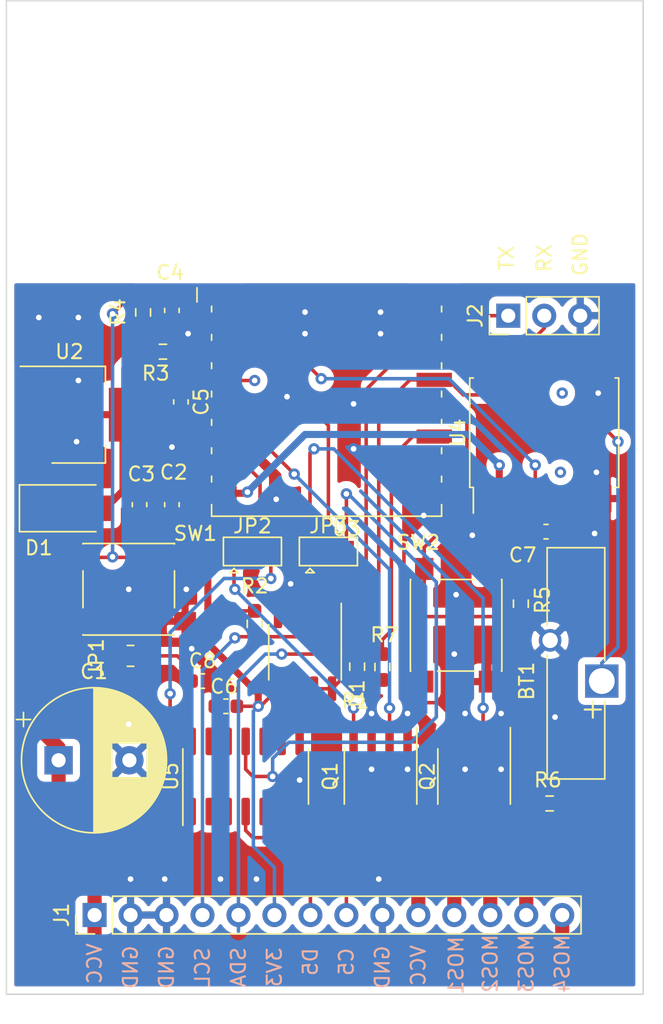
<source format=kicad_pcb>
(kicad_pcb (version 20171130) (host pcbnew "(5.1.10)-1")

  (general
    (thickness 1.6)
    (drawings 21)
    (tracks 323)
    (zones 0)
    (modules 31)
    (nets 35)
  )

  (page A4)
  (layers
    (0 F.Cu signal)
    (31 B.Cu signal)
    (32 B.Adhes user)
    (33 F.Adhes user)
    (34 B.Paste user)
    (35 F.Paste user)
    (36 B.SilkS user)
    (37 F.SilkS user)
    (38 B.Mask user)
    (39 F.Mask user)
    (40 Dwgs.User user)
    (41 Cmts.User user)
    (42 Eco1.User user)
    (43 Eco2.User user)
    (44 Edge.Cuts user)
    (45 Margin user)
    (46 B.CrtYd user)
    (47 F.CrtYd user)
    (48 B.Fab user)
    (49 F.Fab user)
  )

  (setup
    (last_trace_width 0.25)
    (user_trace_width 0.5)
    (user_trace_width 1)
    (trace_clearance 0.2)
    (zone_clearance 0.508)
    (zone_45_only no)
    (trace_min 0.2)
    (via_size 0.8)
    (via_drill 0.4)
    (via_min_size 0.4)
    (via_min_drill 0.3)
    (uvia_size 0.3)
    (uvia_drill 0.1)
    (uvias_allowed no)
    (uvia_min_size 0.2)
    (uvia_min_drill 0.1)
    (edge_width 0.05)
    (segment_width 0.2)
    (pcb_text_width 0.3)
    (pcb_text_size 1.5 1.5)
    (mod_edge_width 0.12)
    (mod_text_size 1 1)
    (mod_text_width 0.15)
    (pad_size 1.524 1.524)
    (pad_drill 0.762)
    (pad_to_mask_clearance 0)
    (aux_axis_origin 0 0)
    (visible_elements 7FFFFFFF)
    (pcbplotparams
      (layerselection 0x010fc_ffffffff)
      (usegerberextensions false)
      (usegerberattributes true)
      (usegerberadvancedattributes true)
      (creategerberjobfile true)
      (excludeedgelayer true)
      (linewidth 0.100000)
      (plotframeref false)
      (viasonmask false)
      (mode 1)
      (useauxorigin false)
      (hpglpennumber 1)
      (hpglpenspeed 20)
      (hpglpendiameter 15.000000)
      (psnegative false)
      (psa4output false)
      (plotreference true)
      (plotvalue true)
      (plotinvisibletext false)
      (padsonsilk false)
      (subtractmaskfromsilk false)
      (outputformat 1)
      (mirror false)
      (drillshape 0)
      (scaleselection 1)
      (outputdirectory "plot/"))
  )

  (net 0 "")
  (net 1 GND)
  (net 2 +3V3)
  (net 3 /SDA)
  (net 4 /SCL)
  (net 5 VCC)
  (net 6 "Net-(Q1-Pad2)")
  (net 7 "Net-(Q2-Pad4)")
  (net 8 "Net-(R5-Pad2)")
  (net 9 "Net-(U1-Pad3)")
  (net 10 "Net-(U3-Pad2)")
  (net 11 /RX)
  (net 12 /TX)
  (net 13 "Net-(C5-Pad1)")
  (net 14 /MOS4)
  (net 15 /MOS3)
  (net 16 /MOS2)
  (net 17 /MOS1)
  (net 18 "Net-(BT1-Pad1)")
  (net 19 /RST)
  (net 20 /C5)
  (net 21 /D5)
  (net 22 /D3.3)
  (net 23 /C3.3)
  (net 24 "Net-(U4-Pad3)")
  (net 25 "Net-(U4-Pad1)")
  (net 26 "Net-(U5-Pad2)")
  (net 27 /MOS1_G)
  (net 28 /GPIO13)
  (net 29 /MOS4_G)
  (net 30 /GPIO14)
  (net 31 "Net-(R7-Pad2)")
  (net 32 "Net-(U3-Pad4)")
  (net 33 "Net-(C8-Pad1)")
  (net 34 "Net-(U5-Pad10)")

  (net_class Default "This is the default net class."
    (clearance 0.2)
    (trace_width 0.25)
    (via_dia 0.8)
    (via_drill 0.4)
    (uvia_dia 0.3)
    (uvia_drill 0.1)
    (add_net +3V3)
    (add_net /C3.3)
    (add_net /C5)
    (add_net /D3.3)
    (add_net /D5)
    (add_net /GPIO13)
    (add_net /GPIO14)
    (add_net /MOS1)
    (add_net /MOS1_G)
    (add_net /MOS2)
    (add_net /MOS3)
    (add_net /MOS4)
    (add_net /MOS4_G)
    (add_net /RST)
    (add_net /RX)
    (add_net /SCL)
    (add_net /SDA)
    (add_net /TX)
    (add_net GND)
    (add_net "Net-(BT1-Pad1)")
    (add_net "Net-(C5-Pad1)")
    (add_net "Net-(C8-Pad1)")
    (add_net "Net-(Q1-Pad2)")
    (add_net "Net-(Q2-Pad4)")
    (add_net "Net-(R5-Pad2)")
    (add_net "Net-(R7-Pad2)")
    (add_net "Net-(U1-Pad3)")
    (add_net "Net-(U3-Pad2)")
    (add_net "Net-(U3-Pad4)")
    (add_net "Net-(U4-Pad1)")
    (add_net "Net-(U4-Pad3)")
    (add_net "Net-(U5-Pad10)")
    (add_net "Net-(U5-Pad2)")
    (add_net VCC)
  )

  (module Capacitor_SMD:C_0603_1608Metric (layer F.Cu) (tedit 5F68FEEE) (tstamp 60F098AD)
    (at 126.365 136.652)
    (descr "Capacitor SMD 0603 (1608 Metric), square (rectangular) end terminal, IPC_7351 nominal, (Body size source: IPC-SM-782 page 76, https://www.pcb-3d.com/wordpress/wp-content/uploads/ipc-sm-782a_amendment_1_and_2.pdf), generated with kicad-footprint-generator")
    (tags capacitor)
    (path /60F2ACCA)
    (attr smd)
    (fp_text reference C8 (at 0 -1.43) (layer F.SilkS)
      (effects (font (size 1 1) (thickness 0.15)))
    )
    (fp_text value C (at 0 1.43) (layer F.Fab)
      (effects (font (size 1 1) (thickness 0.15)))
    )
    (fp_text user %R (at 0 0) (layer F.Fab)
      (effects (font (size 0.4 0.4) (thickness 0.06)))
    )
    (fp_line (start -0.8 0.4) (end -0.8 -0.4) (layer F.Fab) (width 0.1))
    (fp_line (start -0.8 -0.4) (end 0.8 -0.4) (layer F.Fab) (width 0.1))
    (fp_line (start 0.8 -0.4) (end 0.8 0.4) (layer F.Fab) (width 0.1))
    (fp_line (start 0.8 0.4) (end -0.8 0.4) (layer F.Fab) (width 0.1))
    (fp_line (start -0.14058 -0.51) (end 0.14058 -0.51) (layer F.SilkS) (width 0.12))
    (fp_line (start -0.14058 0.51) (end 0.14058 0.51) (layer F.SilkS) (width 0.12))
    (fp_line (start -1.48 0.73) (end -1.48 -0.73) (layer F.CrtYd) (width 0.05))
    (fp_line (start -1.48 -0.73) (end 1.48 -0.73) (layer F.CrtYd) (width 0.05))
    (fp_line (start 1.48 -0.73) (end 1.48 0.73) (layer F.CrtYd) (width 0.05))
    (fp_line (start 1.48 0.73) (end -1.48 0.73) (layer F.CrtYd) (width 0.05))
    (pad 2 smd roundrect (at 0.775 0) (size 0.9 0.95) (layers F.Cu F.Paste F.Mask) (roundrect_rratio 0.25)
      (net 1 GND))
    (pad 1 smd roundrect (at -0.775 0) (size 0.9 0.95) (layers F.Cu F.Paste F.Mask) (roundrect_rratio 0.25)
      (net 33 "Net-(C8-Pad1)"))
    (model ${KISYS3DMOD}/Capacitor_SMD.3dshapes/C_0603_1608Metric.wrl
      (at (xyz 0 0 0))
      (scale (xyz 1 1 1))
      (rotate (xyz 0 0 0))
    )
  )

  (module RF_Module:ESP-07 (layer F.Cu) (tedit 5B1D6972) (tstamp 60E1F4AE)
    (at 135.128 114.3)
    (descr "Wi-Fi Module, http://wiki.ai-thinker.com/_media/esp8266/docs/a007ps01a2_esp-07_product_specification_v1.2.pdf")
    (tags "Wi-Fi Module")
    (path /5FEB3F13)
    (attr smd)
    (fp_text reference U3 (at 1.397 11.6) (layer F.SilkS)
      (effects (font (size 1 1) (thickness 0.15)))
    )
    (fp_text value ESP-07 (at 0 9.6) (layer F.Fab)
      (effects (font (size 1 1) (thickness 0.15)))
    )
    (fp_line (start 8.12 -3.7) (end 8.12 -4.1) (layer F.SilkS) (width 0.12))
    (fp_line (start -8.12 -3.7) (end -8.12 -4.1) (layer F.SilkS) (width 0.12))
    (fp_line (start 8.12 -1.7) (end 8.12 -2.1) (layer F.SilkS) (width 0.12))
    (fp_line (start -8.12 -1.7) (end -8.12 -2.1) (layer F.SilkS) (width 0.12))
    (fp_line (start 8.12 0.3) (end 8.12 -0.1) (layer F.SilkS) (width 0.12))
    (fp_line (start -8.12 0.3) (end -8.12 -0.1) (layer F.SilkS) (width 0.12))
    (fp_line (start 8.12 2.3) (end 8.12 1.9) (layer F.SilkS) (width 0.12))
    (fp_line (start -8.12 2.3) (end -8.12 1.9) (layer F.SilkS) (width 0.12))
    (fp_line (start 8.12 4.3) (end 8.12 3.9) (layer F.SilkS) (width 0.12))
    (fp_line (start -8.12 4.3) (end -8.12 3.9) (layer F.SilkS) (width 0.12))
    (fp_line (start 8.12 6.3) (end 8.12 5.9) (layer F.SilkS) (width 0.12))
    (fp_line (start -8.12 6.3) (end -8.12 5.9) (layer F.SilkS) (width 0.12))
    (fp_line (start 8.12 8.3) (end 8.12 7.9) (layer F.SilkS) (width 0.12))
    (fp_line (start -8.12 8.3) (end -8.12 7.9) (layer F.SilkS) (width 0.12))
    (fp_line (start 23 -8.6) (end 20.4 -6) (layer Dwgs.User) (width 0.12))
    (fp_line (start 23 -11.6) (end 17.4 -6) (layer Dwgs.User) (width 0.12))
    (fp_line (start 23 -14.6) (end 14.4 -6) (layer Dwgs.User) (width 0.12))
    (fp_line (start 23 -17.6) (end 11.4 -6) (layer Dwgs.User) (width 0.12))
    (fp_line (start 23 -20.6) (end 8.4 -6) (layer Dwgs.User) (width 0.12))
    (fp_line (start 5.4 -6) (end 23 -23.6) (layer Dwgs.User) (width 0.12))
    (fp_line (start 19 -25.6) (end -0.6 -6) (layer Dwgs.User) (width 0.12))
    (fp_line (start 16 -25.6) (end -3.6 -6) (layer Dwgs.User) (width 0.12))
    (fp_line (start 2.4 -6) (end 22 -25.6) (layer Dwgs.User) (width 0.12))
    (fp_line (start 7 -25.6) (end -12.6 -6) (layer Dwgs.User) (width 0.12))
    (fp_line (start 10 -25.6) (end -9.6 -6) (layer Dwgs.User) (width 0.12))
    (fp_line (start -6.6 -6) (end 13 -25.6) (layer Dwgs.User) (width 0.12))
    (fp_line (start -15.6 -6) (end 4 -25.6) (layer Dwgs.User) (width 0.12))
    (fp_line (start 1 -25.6) (end -18.6 -6) (layer Dwgs.User) (width 0.12))
    (fp_line (start -2 -25.6) (end -21.6 -6) (layer Dwgs.User) (width 0.12))
    (fp_line (start -5 -25.6) (end -23 -7.6) (layer Dwgs.User) (width 0.12))
    (fp_line (start -8 -25.6) (end -23 -10.6) (layer Dwgs.User) (width 0.12))
    (fp_line (start -11 -25.6) (end -23 -13.6) (layer Dwgs.User) (width 0.12))
    (fp_line (start -14 -25.6) (end -23 -16.6) (layer Dwgs.User) (width 0.12))
    (fp_line (start -17 -25.6) (end -23 -19.6) (layer Dwgs.User) (width 0.12))
    (fp_line (start -20 -25.6) (end -23 -22.6) (layer Dwgs.User) (width 0.12))
    (fp_line (start 23 -6) (end 23 -25.6) (layer Dwgs.User) (width 0.12))
    (fp_line (start 23 -6) (end -23 -6) (layer Dwgs.User) (width 0.12))
    (fp_line (start -23 -25.6) (end -23 -6) (layer Dwgs.User) (width 0.12))
    (fp_line (start -23 -25.6) (end 23 -25.6) (layer Dwgs.User) (width 0.12))
    (fp_line (start -9.15 -5.4) (end -9.15 -4.4) (layer F.SilkS) (width 0.12))
    (fp_line (start -8.12 10.72) (end -8.12 9.9) (layer F.SilkS) (width 0.12))
    (fp_line (start 8.12 10.72) (end -8.12 10.72) (layer F.SilkS) (width 0.12))
    (fp_line (start 8.12 9.9) (end 8.12 10.72) (layer F.SilkS) (width 0.12))
    (fp_line (start -9.1 10.85) (end -9.1 -10.85) (layer F.CrtYd) (width 0.05))
    (fp_line (start 9.1 10.85) (end -9.1 10.85) (layer F.CrtYd) (width 0.05))
    (fp_line (start 9.1 -10.85) (end 9.1 10.85) (layer F.CrtYd) (width 0.05))
    (fp_line (start -9.1 -10.85) (end 9.1 -10.85) (layer F.CrtYd) (width 0.05))
    (fp_line (start -8 -5.4) (end -8 -10.6) (layer F.Fab) (width 0.1))
    (fp_line (start -7.5 -4.9) (end -8 -5.4) (layer F.Fab) (width 0.1))
    (fp_line (start -8 -4.4) (end -7.5 -4.9) (layer F.Fab) (width 0.1))
    (fp_line (start -8 10.6) (end -8 -4.4) (layer F.Fab) (width 0.1))
    (fp_line (start 8 10.6) (end -8 10.6) (layer F.Fab) (width 0.1))
    (fp_line (start 8 -10.6) (end 8 10.6) (layer F.Fab) (width 0.1))
    (fp_line (start -8 -10.6) (end 8 -10.6) (layer F.Fab) (width 0.1))
    (fp_text user %R (at 0 0) (layer F.Fab)
      (effects (font (size 1 1) (thickness 0.15)))
    )
    (fp_text user "KEEP-OUT ZONE" (at 0 -17.3 180) (layer Cmts.User)
      (effects (font (size 1 1) (thickness 0.15)))
    )
    (fp_text user "No metal, traces, or components\non any PCB layer if using on-board antenna" (at 0 -14.3 180) (layer Cmts.User)
      (effects (font (size 0.8 0.8) (thickness 0.12)))
    )
    (pad 16 smd rect (at 7.6 -4.9) (size 2.5 1) (layers F.Cu F.Paste F.Mask)
      (net 12 /TX))
    (pad 15 smd rect (at 7.6 -2.9) (size 2.5 1) (layers F.Cu F.Paste F.Mask)
      (net 11 /RX))
    (pad 14 smd rect (at 7.6 -0.9) (size 2.5 1) (layers F.Cu F.Paste F.Mask)
      (net 4 /SCL))
    (pad 13 smd rect (at 7.6 1.1) (size 2.5 1) (layers F.Cu F.Paste F.Mask)
      (net 3 /SDA))
    (pad 12 smd rect (at 7.6 3.1) (size 2.5 1) (layers F.Cu F.Paste F.Mask)
      (net 8 "Net-(R5-Pad2)"))
    (pad 11 smd rect (at 7.6 5.1) (size 2.5 1) (layers F.Cu F.Paste F.Mask)
      (net 31 "Net-(R7-Pad2)"))
    (pad 10 smd rect (at 7.6 7.1) (size 2.5 1) (layers F.Cu F.Paste F.Mask)
      (net 7 "Net-(Q2-Pad4)"))
    (pad 9 smd rect (at 7.6 9.1) (size 2.5 1) (layers F.Cu F.Paste F.Mask)
      (net 1 GND))
    (pad 8 smd rect (at -7.6 9.1) (size 2.5 1) (layers F.Cu F.Paste F.Mask)
      (net 2 +3V3))
    (pad 7 smd rect (at -7.6 7.1) (size 2.5 1) (layers F.Cu F.Paste F.Mask)
      (net 28 /GPIO13))
    (pad 6 smd rect (at -7.6 5.1) (size 2.5 1) (layers F.Cu F.Paste F.Mask)
      (net 6 "Net-(Q1-Pad2)"))
    (pad 5 smd rect (at -7.6 3.1) (size 2.5 1) (layers F.Cu F.Paste F.Mask)
      (net 30 /GPIO14))
    (pad 4 smd rect (at -7.6 1.1) (size 2.5 1) (layers F.Cu F.Paste F.Mask)
      (net 32 "Net-(U3-Pad4)"))
    (pad 3 smd rect (at -7.6 -0.9) (size 2.5 1) (layers F.Cu F.Paste F.Mask)
      (net 13 "Net-(C5-Pad1)"))
    (pad 2 smd rect (at -7.6 -2.9) (size 2.5 1) (layers F.Cu F.Paste F.Mask)
      (net 10 "Net-(U3-Pad2)"))
    (pad 1 smd rect (at -7.6 -4.9) (size 2.5 1) (layers F.Cu F.Paste F.Mask)
      (net 19 /RST))
    (model ${KISYS3DMOD}/RF_Module.3dshapes/ESP-07.wrl
      (at (xyz 0 0 0))
      (scale (xyz 1 1 1))
      (rotate (xyz 0 0 0))
    )
  )

  (module Package_SO:SO-8_3.9x4.9mm_P1.27mm (layer F.Cu) (tedit 5D9F72B1) (tstamp 60E1F44B)
    (at 133.604 134.62 270)
    (descr "SO, 8 Pin (https://www.nxp.com/docs/en/data-sheet/PCF8523.pdf), generated with kicad-footprint-generator ipc_gullwing_generator.py")
    (tags "SO SO")
    (path /60E359C0)
    (attr smd)
    (fp_text reference U1 (at 2.921 -3.683 90) (layer F.SilkS)
      (effects (font (size 1 1) (thickness 0.15)))
    )
    (fp_text value LM75B (at -0.127 -4.826 90) (layer F.Fab)
      (effects (font (size 1 1) (thickness 0.15)))
    )
    (fp_line (start 3.7 -2.7) (end -3.7 -2.7) (layer F.CrtYd) (width 0.05))
    (fp_line (start 3.7 2.7) (end 3.7 -2.7) (layer F.CrtYd) (width 0.05))
    (fp_line (start -3.7 2.7) (end 3.7 2.7) (layer F.CrtYd) (width 0.05))
    (fp_line (start -3.7 -2.7) (end -3.7 2.7) (layer F.CrtYd) (width 0.05))
    (fp_line (start -1.95 -1.475) (end -0.975 -2.45) (layer F.Fab) (width 0.1))
    (fp_line (start -1.95 2.45) (end -1.95 -1.475) (layer F.Fab) (width 0.1))
    (fp_line (start 1.95 2.45) (end -1.95 2.45) (layer F.Fab) (width 0.1))
    (fp_line (start 1.95 -2.45) (end 1.95 2.45) (layer F.Fab) (width 0.1))
    (fp_line (start -0.975 -2.45) (end 1.95 -2.45) (layer F.Fab) (width 0.1))
    (fp_line (start 0 -2.56) (end -3.45 -2.56) (layer F.SilkS) (width 0.12))
    (fp_line (start 0 -2.56) (end 1.95 -2.56) (layer F.SilkS) (width 0.12))
    (fp_line (start 0 2.56) (end -1.95 2.56) (layer F.SilkS) (width 0.12))
    (fp_line (start 0 2.56) (end 1.95 2.56) (layer F.SilkS) (width 0.12))
    (fp_text user %R (at 0 0 90) (layer F.Fab)
      (effects (font (size 0.98 0.98) (thickness 0.15)))
    )
    (pad 8 smd roundrect (at 2.575 -1.905 270) (size 1.75 0.6) (layers F.Cu F.Paste F.Mask) (roundrect_rratio 0.25)
      (net 2 +3V3))
    (pad 7 smd roundrect (at 2.575 -0.635 270) (size 1.75 0.6) (layers F.Cu F.Paste F.Mask) (roundrect_rratio 0.25)
      (net 2 +3V3))
    (pad 6 smd roundrect (at 2.575 0.635 270) (size 1.75 0.6) (layers F.Cu F.Paste F.Mask) (roundrect_rratio 0.25)
      (net 2 +3V3))
    (pad 5 smd roundrect (at 2.575 1.905 270) (size 1.75 0.6) (layers F.Cu F.Paste F.Mask) (roundrect_rratio 0.25)
      (net 2 +3V3))
    (pad 4 smd roundrect (at -2.575 1.905 270) (size 1.75 0.6) (layers F.Cu F.Paste F.Mask) (roundrect_rratio 0.25)
      (net 1 GND))
    (pad 3 smd roundrect (at -2.575 0.635 270) (size 1.75 0.6) (layers F.Cu F.Paste F.Mask) (roundrect_rratio 0.25)
      (net 9 "Net-(U1-Pad3)"))
    (pad 2 smd roundrect (at -2.575 -0.635 270) (size 1.75 0.6) (layers F.Cu F.Paste F.Mask) (roundrect_rratio 0.25)
      (net 4 /SCL))
    (pad 1 smd roundrect (at -2.575 -1.905 270) (size 1.75 0.6) (layers F.Cu F.Paste F.Mask) (roundrect_rratio 0.25)
      (net 3 /SDA))
    (model ${KISYS3DMOD}/Package_SO.3dshapes/SO-8_3.9x4.9mm_P1.27mm.wrl
      (at (xyz 0 0 0))
      (scale (xyz 1 1 1))
      (rotate (xyz 0 0 0))
    )
  )

  (module Jumper:SolderJumper-3_P1.3mm_Open_Pad1.0x1.5mm (layer F.Cu) (tedit 5A3F8BB2) (tstamp 60E86109)
    (at 135.255 127.508)
    (descr "SMD Solder 3-pad Jumper, 1x1.5mm Pads, 0.3mm gap, open")
    (tags "solder jumper open")
    (path /60E9407D)
    (attr virtual)
    (fp_text reference JP3 (at 0 -1.8) (layer F.SilkS)
      (effects (font (size 1 1) (thickness 0.15)))
    )
    (fp_text value SolderJumper_3_Open (at 0 2) (layer F.Fab)
      (effects (font (size 1 1) (thickness 0.15)))
    )
    (fp_line (start 2.3 1.25) (end -2.3 1.25) (layer F.CrtYd) (width 0.05))
    (fp_line (start 2.3 1.25) (end 2.3 -1.25) (layer F.CrtYd) (width 0.05))
    (fp_line (start -2.3 -1.25) (end -2.3 1.25) (layer F.CrtYd) (width 0.05))
    (fp_line (start -2.3 -1.25) (end 2.3 -1.25) (layer F.CrtYd) (width 0.05))
    (fp_line (start -2.05 -1) (end 2.05 -1) (layer F.SilkS) (width 0.12))
    (fp_line (start 2.05 -1) (end 2.05 1) (layer F.SilkS) (width 0.12))
    (fp_line (start 2.05 1) (end -2.05 1) (layer F.SilkS) (width 0.12))
    (fp_line (start -2.05 1) (end -2.05 -1) (layer F.SilkS) (width 0.12))
    (fp_line (start -1.3 1.2) (end -1.6 1.5) (layer F.SilkS) (width 0.12))
    (fp_line (start -1.6 1.5) (end -1 1.5) (layer F.SilkS) (width 0.12))
    (fp_line (start -1.3 1.2) (end -1 1.5) (layer F.SilkS) (width 0.12))
    (pad 1 smd rect (at -1.3 0) (size 1 1.5) (layers F.Cu F.Mask)
      (net 29 /MOS4_G))
    (pad 2 smd rect (at 0 0) (size 1 1.5) (layers F.Cu F.Mask)
      (net 30 /GPIO14))
    (pad 3 smd rect (at 1.3 0) (size 1 1.5) (layers F.Cu F.Mask)
      (net 23 /C3.3))
  )

  (module Jumper:SolderJumper-3_P1.3mm_Open_Pad1.0x1.5mm (layer F.Cu) (tedit 5A3F8BB2) (tstamp 60E860F7)
    (at 129.891 127.508)
    (descr "SMD Solder 3-pad Jumper, 1x1.5mm Pads, 0.3mm gap, open")
    (tags "solder jumper open")
    (path /60E8A0F5)
    (attr virtual)
    (fp_text reference JP2 (at 0 -1.8) (layer F.SilkS)
      (effects (font (size 1 1) (thickness 0.15)))
    )
    (fp_text value SolderJumper_3_Open (at 0 2) (layer F.Fab)
      (effects (font (size 1 1) (thickness 0.15)))
    )
    (fp_line (start 2.3 1.25) (end -2.3 1.25) (layer F.CrtYd) (width 0.05))
    (fp_line (start 2.3 1.25) (end 2.3 -1.25) (layer F.CrtYd) (width 0.05))
    (fp_line (start -2.3 -1.25) (end -2.3 1.25) (layer F.CrtYd) (width 0.05))
    (fp_line (start -2.3 -1.25) (end 2.3 -1.25) (layer F.CrtYd) (width 0.05))
    (fp_line (start -2.05 -1) (end 2.05 -1) (layer F.SilkS) (width 0.12))
    (fp_line (start 2.05 -1) (end 2.05 1) (layer F.SilkS) (width 0.12))
    (fp_line (start 2.05 1) (end -2.05 1) (layer F.SilkS) (width 0.12))
    (fp_line (start -2.05 1) (end -2.05 -1) (layer F.SilkS) (width 0.12))
    (fp_line (start -1.3 1.2) (end -1.6 1.5) (layer F.SilkS) (width 0.12))
    (fp_line (start -1.6 1.5) (end -1 1.5) (layer F.SilkS) (width 0.12))
    (fp_line (start -1.3 1.2) (end -1 1.5) (layer F.SilkS) (width 0.12))
    (pad 1 smd rect (at -1.3 0) (size 1 1.5) (layers F.Cu F.Mask)
      (net 27 /MOS1_G))
    (pad 2 smd rect (at 0 0) (size 1 1.5) (layers F.Cu F.Mask)
      (net 28 /GPIO13))
    (pad 3 smd rect (at 1.3 0) (size 1 1.5) (layers F.Cu F.Mask)
      (net 22 /D3.3))
  )

  (module Connector_PinHeader_2.54mm:PinHeader_1x03_P2.54mm_Vertical (layer F.Cu) (tedit 59FED5CC) (tstamp 60E65A24)
    (at 147.955 110.871 90)
    (descr "Through hole straight pin header, 1x03, 2.54mm pitch, single row")
    (tags "Through hole pin header THT 1x03 2.54mm single row")
    (path /60F970B7)
    (fp_text reference J2 (at 0 -2.33 90) (layer F.SilkS)
      (effects (font (size 1 1) (thickness 0.15)))
    )
    (fp_text value Conn_01x03_Female (at 0 7.41 90) (layer F.Fab)
      (effects (font (size 1 1) (thickness 0.15)))
    )
    (fp_line (start 1.8 -1.8) (end -1.8 -1.8) (layer F.CrtYd) (width 0.05))
    (fp_line (start 1.8 6.85) (end 1.8 -1.8) (layer F.CrtYd) (width 0.05))
    (fp_line (start -1.8 6.85) (end 1.8 6.85) (layer F.CrtYd) (width 0.05))
    (fp_line (start -1.8 -1.8) (end -1.8 6.85) (layer F.CrtYd) (width 0.05))
    (fp_line (start -1.33 -1.33) (end 0 -1.33) (layer F.SilkS) (width 0.12))
    (fp_line (start -1.33 0) (end -1.33 -1.33) (layer F.SilkS) (width 0.12))
    (fp_line (start -1.33 1.27) (end 1.33 1.27) (layer F.SilkS) (width 0.12))
    (fp_line (start 1.33 1.27) (end 1.33 6.41) (layer F.SilkS) (width 0.12))
    (fp_line (start -1.33 1.27) (end -1.33 6.41) (layer F.SilkS) (width 0.12))
    (fp_line (start -1.33 6.41) (end 1.33 6.41) (layer F.SilkS) (width 0.12))
    (fp_line (start -1.27 -0.635) (end -0.635 -1.27) (layer F.Fab) (width 0.1))
    (fp_line (start -1.27 6.35) (end -1.27 -0.635) (layer F.Fab) (width 0.1))
    (fp_line (start 1.27 6.35) (end -1.27 6.35) (layer F.Fab) (width 0.1))
    (fp_line (start 1.27 -1.27) (end 1.27 6.35) (layer F.Fab) (width 0.1))
    (fp_line (start -0.635 -1.27) (end 1.27 -1.27) (layer F.Fab) (width 0.1))
    (fp_text user %R (at 0 2.54) (layer F.Fab)
      (effects (font (size 1 1) (thickness 0.15)))
    )
    (pad 3 thru_hole oval (at 0 5.08 90) (size 1.7 1.7) (drill 1) (layers *.Cu *.Mask)
      (net 1 GND))
    (pad 2 thru_hole oval (at 0 2.54 90) (size 1.7 1.7) (drill 1) (layers *.Cu *.Mask)
      (net 11 /RX))
    (pad 1 thru_hole rect (at 0 0 90) (size 1.7 1.7) (drill 1) (layers *.Cu *.Mask)
      (net 12 /TX))
    (model ${KISYS3DMOD}/Connector_PinHeader_2.54mm.3dshapes/PinHeader_1x03_P2.54mm_Vertical.wrl
      (at (xyz 0 0 0))
      (scale (xyz 1 1 1))
      (rotate (xyz 0 0 0))
    )
  )

  (module Battery:Battery_Panasonic_CR1632-V1AN_Vertical_CircularHoles (layer F.Cu) (tedit 5C857808) (tstamp 60E63C6F)
    (at 154.559 136.652 90)
    (descr "Panasonic CR-1632-V1AN battery, https://industrial.panasonic.com/cdbs/www-data/pdf2/AAA4000/AAA4000D140.pdf")
    (tags "battery CR-1632 coin cell vertical")
    (path /60E902BA)
    (fp_text reference BT1 (at 0 -5.3 90) (layer F.SilkS)
      (effects (font (size 1 1) (thickness 0.15)))
    )
    (fp_text value Battery_Cell (at 1.25 2.2 90) (layer F.Fab)
      (effects (font (size 1 1) (thickness 0.15)))
    )
    (fp_line (start 3.94 -3.86) (end 9.41 -3.86) (layer F.SilkS) (width 0.12))
    (fp_line (start -6.91 -3.86) (end 1.81 -3.86) (layer F.SilkS) (width 0.12))
    (fp_line (start -6.91 0.21) (end -6.91 -3.86) (layer F.SilkS) (width 0.12))
    (fp_line (start 9.41 0.21) (end 9.41 -3.86) (layer F.SilkS) (width 0.12))
    (fp_line (start 1.44 0.21) (end 9.41 0.21) (layer F.SilkS) (width 0.12))
    (fp_line (start -6.91 0.21) (end -1.43 0.21) (layer F.SilkS) (width 0.12))
    (fp_line (start -7.05 -4.58) (end 9.55 -4.58) (layer F.CrtYd) (width 0.05))
    (fp_line (start -7.05 1.3) (end 9.55 1.3) (layer F.CrtYd) (width 0.05))
    (fp_line (start 9.55 1.3) (end 9.55 -4.58) (layer F.CrtYd) (width 0.05))
    (fp_line (start -7.05 1.3) (end -7.05 -4.58) (layer F.CrtYd) (width 0.05))
    (fp_line (start 9.3 0.1) (end 9.3 -3.75) (layer F.Fab) (width 0.1))
    (fp_line (start -6.8 0.1) (end -6.8 -3.75) (layer F.Fab) (width 0.1))
    (fp_line (start -6.8 -3.75) (end 9.3 -3.75) (layer F.Fab) (width 0.1))
    (fp_line (start -6.8 0.1) (end 9.3 0.1) (layer F.Fab) (width 0.1))
    (fp_text user + (at -2.01 -0.75 90) (layer F.SilkS)
      (effects (font (size 1.5 1.5) (thickness 0.15)))
    )
    (fp_text user %R (at 1.25 -1.8 270) (layer F.Fab)
      (effects (font (size 1 1) (thickness 0.15)))
    )
    (pad 2 thru_hole circle (at 2.875 -3.65 90) (size 1.6 1.6) (drill 1.09) (layers *.Cu *.Mask)
      (net 1 GND))
    (pad 1 thru_hole rect (at 0 0 180) (size 2.35 2.35) (drill 1.82) (layers *.Cu *.Mask)
      (net 18 "Net-(BT1-Pad1)"))
    (model ${KISYS3DMOD}/Battery.3dshapes/Battery_Panasonic_CR1632-V1AN_Vertical_CircularHoles.wrl
      (at (xyz 0 0 0))
      (scale (xyz 1 1 1))
      (rotate (xyz 0 0 0))
    )
  )

  (module Package_SO:SOIC-14_3.9x8.7mm_P1.27mm (layer F.Cu) (tedit 5D9F72B1) (tstamp 60E6193D)
    (at 129.413 143.383 90)
    (descr "SOIC, 14 Pin (JEDEC MS-012AB, https://www.analog.com/media/en/package-pcb-resources/package/pkg_pdf/soic_narrow-r/r_14.pdf), generated with kicad-footprint-generator ipc_gullwing_generator.py")
    (tags "SOIC SO")
    (path /60ED8935)
    (attr smd)
    (fp_text reference U5 (at 0 -5.28 90) (layer F.SilkS)
      (effects (font (size 1 1) (thickness 0.15)))
    )
    (fp_text value 74HCT04 (at 0 5.28 90) (layer F.Fab)
      (effects (font (size 1 1) (thickness 0.15)))
    )
    (fp_line (start 3.7 -4.58) (end -3.7 -4.58) (layer F.CrtYd) (width 0.05))
    (fp_line (start 3.7 4.58) (end 3.7 -4.58) (layer F.CrtYd) (width 0.05))
    (fp_line (start -3.7 4.58) (end 3.7 4.58) (layer F.CrtYd) (width 0.05))
    (fp_line (start -3.7 -4.58) (end -3.7 4.58) (layer F.CrtYd) (width 0.05))
    (fp_line (start -1.95 -3.35) (end -0.975 -4.325) (layer F.Fab) (width 0.1))
    (fp_line (start -1.95 4.325) (end -1.95 -3.35) (layer F.Fab) (width 0.1))
    (fp_line (start 1.95 4.325) (end -1.95 4.325) (layer F.Fab) (width 0.1))
    (fp_line (start 1.95 -4.325) (end 1.95 4.325) (layer F.Fab) (width 0.1))
    (fp_line (start -0.975 -4.325) (end 1.95 -4.325) (layer F.Fab) (width 0.1))
    (fp_line (start 0 -4.435) (end -3.45 -4.435) (layer F.SilkS) (width 0.12))
    (fp_line (start 0 -4.435) (end 1.95 -4.435) (layer F.SilkS) (width 0.12))
    (fp_line (start 0 4.435) (end -1.95 4.435) (layer F.SilkS) (width 0.12))
    (fp_line (start 0 4.435) (end 1.95 4.435) (layer F.SilkS) (width 0.12))
    (fp_text user %R (at 0 0 90) (layer F.Fab)
      (effects (font (size 0.98 0.98) (thickness 0.15)))
    )
    (pad 14 smd roundrect (at 2.475 -3.81 90) (size 1.95 0.6) (layers F.Cu F.Paste F.Mask) (roundrect_rratio 0.25)
      (net 33 "Net-(C8-Pad1)"))
    (pad 13 smd roundrect (at 2.475 -2.54 90) (size 1.95 0.6) (layers F.Cu F.Paste F.Mask) (roundrect_rratio 0.25))
    (pad 12 smd roundrect (at 2.475 -1.27 90) (size 1.95 0.6) (layers F.Cu F.Paste F.Mask) (roundrect_rratio 0.25))
    (pad 11 smd roundrect (at 2.475 0 90) (size 1.95 0.6) (layers F.Cu F.Paste F.Mask) (roundrect_rratio 0.25)
      (net 23 /C3.3))
    (pad 10 smd roundrect (at 2.475 1.27 90) (size 1.95 0.6) (layers F.Cu F.Paste F.Mask) (roundrect_rratio 0.25)
      (net 34 "Net-(U5-Pad10)"))
    (pad 9 smd roundrect (at 2.475 2.54 90) (size 1.95 0.6) (layers F.Cu F.Paste F.Mask) (roundrect_rratio 0.25)
      (net 34 "Net-(U5-Pad10)"))
    (pad 8 smd roundrect (at 2.475 3.81 90) (size 1.95 0.6) (layers F.Cu F.Paste F.Mask) (roundrect_rratio 0.25)
      (net 20 /C5))
    (pad 7 smd roundrect (at -2.475 3.81 90) (size 1.95 0.6) (layers F.Cu F.Paste F.Mask) (roundrect_rratio 0.25)
      (net 1 GND))
    (pad 6 smd roundrect (at -2.475 2.54 90) (size 1.95 0.6) (layers F.Cu F.Paste F.Mask) (roundrect_rratio 0.25))
    (pad 5 smd roundrect (at -2.475 1.27 90) (size 1.95 0.6) (layers F.Cu F.Paste F.Mask) (roundrect_rratio 0.25))
    (pad 4 smd roundrect (at -2.475 0 90) (size 1.95 0.6) (layers F.Cu F.Paste F.Mask) (roundrect_rratio 0.25)
      (net 21 /D5))
    (pad 3 smd roundrect (at -2.475 -1.27 90) (size 1.95 0.6) (layers F.Cu F.Paste F.Mask) (roundrect_rratio 0.25)
      (net 26 "Net-(U5-Pad2)"))
    (pad 2 smd roundrect (at -2.475 -2.54 90) (size 1.95 0.6) (layers F.Cu F.Paste F.Mask) (roundrect_rratio 0.25)
      (net 26 "Net-(U5-Pad2)"))
    (pad 1 smd roundrect (at -2.475 -3.81 90) (size 1.95 0.6) (layers F.Cu F.Paste F.Mask) (roundrect_rratio 0.25)
      (net 22 /D3.3))
    (model ${KISYS3DMOD}/Package_SO.3dshapes/SOIC-14_3.9x8.7mm_P1.27mm.wrl
      (at (xyz 0 0 0))
      (scale (xyz 1 1 1))
      (rotate (xyz 0 0 0))
    )
  )

  (module Package_SO:SOIC-16W_7.5x10.3mm_P1.27mm (layer F.Cu) (tedit 5D9F72B1) (tstamp 60E61854)
    (at 150.495 119.126 90)
    (descr "SOIC, 16 Pin (JEDEC MS-013AA, https://www.analog.com/media/en/package-pcb-resources/package/pkg_pdf/soic_wide-rw/rw_16.pdf), generated with kicad-footprint-generator ipc_gullwing_generator.py")
    (tags "SOIC SO")
    (path /60E5E3D0)
    (attr smd)
    (fp_text reference U4 (at 0 -6.1 90) (layer F.SilkS)
      (effects (font (size 1 1) (thickness 0.15)))
    )
    (fp_text value DS3231M (at 0 6.1 90) (layer F.Fab)
      (effects (font (size 1 1) (thickness 0.15)))
    )
    (fp_line (start 0 5.26) (end 3.86 5.26) (layer F.SilkS) (width 0.12))
    (fp_line (start 3.86 5.26) (end 3.86 5.005) (layer F.SilkS) (width 0.12))
    (fp_line (start 0 5.26) (end -3.86 5.26) (layer F.SilkS) (width 0.12))
    (fp_line (start -3.86 5.26) (end -3.86 5.005) (layer F.SilkS) (width 0.12))
    (fp_line (start 0 -5.26) (end 3.86 -5.26) (layer F.SilkS) (width 0.12))
    (fp_line (start 3.86 -5.26) (end 3.86 -5.005) (layer F.SilkS) (width 0.12))
    (fp_line (start 0 -5.26) (end -3.86 -5.26) (layer F.SilkS) (width 0.12))
    (fp_line (start -3.86 -5.26) (end -3.86 -5.005) (layer F.SilkS) (width 0.12))
    (fp_line (start -3.86 -5.005) (end -5.675 -5.005) (layer F.SilkS) (width 0.12))
    (fp_line (start -2.75 -5.15) (end 3.75 -5.15) (layer F.Fab) (width 0.1))
    (fp_line (start 3.75 -5.15) (end 3.75 5.15) (layer F.Fab) (width 0.1))
    (fp_line (start 3.75 5.15) (end -3.75 5.15) (layer F.Fab) (width 0.1))
    (fp_line (start -3.75 5.15) (end -3.75 -4.15) (layer F.Fab) (width 0.1))
    (fp_line (start -3.75 -4.15) (end -2.75 -5.15) (layer F.Fab) (width 0.1))
    (fp_line (start -5.93 -5.4) (end -5.93 5.4) (layer F.CrtYd) (width 0.05))
    (fp_line (start -5.93 5.4) (end 5.93 5.4) (layer F.CrtYd) (width 0.05))
    (fp_line (start 5.93 5.4) (end 5.93 -5.4) (layer F.CrtYd) (width 0.05))
    (fp_line (start 5.93 -5.4) (end -5.93 -5.4) (layer F.CrtYd) (width 0.05))
    (fp_text user %R (at 0 0 90) (layer F.Fab)
      (effects (font (size 1 1) (thickness 0.15)))
    )
    (pad 1 smd roundrect (at -4.65 -4.445 90) (size 2.05 0.6) (layers F.Cu F.Paste F.Mask) (roundrect_rratio 0.25)
      (net 25 "Net-(U4-Pad1)"))
    (pad 2 smd roundrect (at -4.65 -3.175 90) (size 2.05 0.6) (layers F.Cu F.Paste F.Mask) (roundrect_rratio 0.25)
      (net 2 +3V3))
    (pad 3 smd roundrect (at -4.65 -1.905 90) (size 2.05 0.6) (layers F.Cu F.Paste F.Mask) (roundrect_rratio 0.25)
      (net 24 "Net-(U4-Pad3)"))
    (pad 4 smd roundrect (at -4.65 -0.635 90) (size 2.05 0.6) (layers F.Cu F.Paste F.Mask) (roundrect_rratio 0.25)
      (net 19 /RST))
    (pad 5 smd roundrect (at -4.65 0.635 90) (size 2.05 0.6) (layers F.Cu F.Paste F.Mask) (roundrect_rratio 0.25)
      (net 1 GND))
    (pad 6 smd roundrect (at -4.65 1.905 90) (size 2.05 0.6) (layers F.Cu F.Paste F.Mask) (roundrect_rratio 0.25)
      (net 1 GND))
    (pad 7 smd roundrect (at -4.65 3.175 90) (size 2.05 0.6) (layers F.Cu F.Paste F.Mask) (roundrect_rratio 0.25)
      (net 1 GND))
    (pad 8 smd roundrect (at -4.65 4.445 90) (size 2.05 0.6) (layers F.Cu F.Paste F.Mask) (roundrect_rratio 0.25)
      (net 1 GND))
    (pad 9 smd roundrect (at 4.65 4.445 90) (size 2.05 0.6) (layers F.Cu F.Paste F.Mask) (roundrect_rratio 0.25)
      (net 1 GND))
    (pad 10 smd roundrect (at 4.65 3.175 90) (size 2.05 0.6) (layers F.Cu F.Paste F.Mask) (roundrect_rratio 0.25)
      (net 1 GND))
    (pad 11 smd roundrect (at 4.65 1.905 90) (size 2.05 0.6) (layers F.Cu F.Paste F.Mask) (roundrect_rratio 0.25)
      (net 1 GND))
    (pad 12 smd roundrect (at 4.65 0.635 90) (size 2.05 0.6) (layers F.Cu F.Paste F.Mask) (roundrect_rratio 0.25)
      (net 1 GND))
    (pad 13 smd roundrect (at 4.65 -0.635 90) (size 2.05 0.6) (layers F.Cu F.Paste F.Mask) (roundrect_rratio 0.25)
      (net 1 GND))
    (pad 14 smd roundrect (at 4.65 -1.905 90) (size 2.05 0.6) (layers F.Cu F.Paste F.Mask) (roundrect_rratio 0.25)
      (net 18 "Net-(BT1-Pad1)"))
    (pad 15 smd roundrect (at 4.65 -3.175 90) (size 2.05 0.6) (layers F.Cu F.Paste F.Mask) (roundrect_rratio 0.25)
      (net 3 /SDA))
    (pad 16 smd roundrect (at 4.65 -4.445 90) (size 2.05 0.6) (layers F.Cu F.Paste F.Mask) (roundrect_rratio 0.25)
      (net 4 /SCL))
    (model ${KISYS3DMOD}/Package_SO.3dshapes/SOIC-16W_7.5x10.3mm_P1.27mm.wrl
      (at (xyz 0 0 0))
      (scale (xyz 1 1 1))
      (rotate (xyz 0 0 0))
    )
  )

  (module Resistor_SMD:R_0603_1608Metric_Pad0.98x0.95mm_HandSolder (layer F.Cu) (tedit 5F68FEEE) (tstamp 60E617DE)
    (at 139.065 135.6595 90)
    (descr "Resistor SMD 0603 (1608 Metric), square (rectangular) end terminal, IPC_7351 nominal with elongated pad for handsoldering. (Body size source: IPC-SM-782 page 72, https://www.pcb-3d.com/wordpress/wp-content/uploads/ipc-sm-782a_amendment_1_and_2.pdf), generated with kicad-footprint-generator")
    (tags "resistor handsolder")
    (path /60E5B51D)
    (attr smd)
    (fp_text reference R7 (at 2.2625 0.127) (layer F.SilkS)
      (effects (font (size 1 1) (thickness 0.15)))
    )
    (fp_text value R (at 0 1.43 90) (layer F.Fab)
      (effects (font (size 1 1) (thickness 0.15)))
    )
    (fp_line (start -0.8 0.4125) (end -0.8 -0.4125) (layer F.Fab) (width 0.1))
    (fp_line (start -0.8 -0.4125) (end 0.8 -0.4125) (layer F.Fab) (width 0.1))
    (fp_line (start 0.8 -0.4125) (end 0.8 0.4125) (layer F.Fab) (width 0.1))
    (fp_line (start 0.8 0.4125) (end -0.8 0.4125) (layer F.Fab) (width 0.1))
    (fp_line (start -0.254724 -0.5225) (end 0.254724 -0.5225) (layer F.SilkS) (width 0.12))
    (fp_line (start -0.254724 0.5225) (end 0.254724 0.5225) (layer F.SilkS) (width 0.12))
    (fp_line (start -1.65 0.73) (end -1.65 -0.73) (layer F.CrtYd) (width 0.05))
    (fp_line (start -1.65 -0.73) (end 1.65 -0.73) (layer F.CrtYd) (width 0.05))
    (fp_line (start 1.65 -0.73) (end 1.65 0.73) (layer F.CrtYd) (width 0.05))
    (fp_line (start 1.65 0.73) (end -1.65 0.73) (layer F.CrtYd) (width 0.05))
    (fp_text user %R (at 0 0 90) (layer F.Fab)
      (effects (font (size 0.4 0.4) (thickness 0.06)))
    )
    (pad 1 smd roundrect (at -0.9125 0 90) (size 0.975 0.95) (layers F.Cu F.Paste F.Mask) (roundrect_rratio 0.25)
      (net 2 +3V3))
    (pad 2 smd roundrect (at 0.9125 0 90) (size 0.975 0.95) (layers F.Cu F.Paste F.Mask) (roundrect_rratio 0.25)
      (net 31 "Net-(R7-Pad2)"))
    (model ${KISYS3DMOD}/Resistor_SMD.3dshapes/R_0603_1608Metric.wrl
      (at (xyz 0 0 0))
      (scale (xyz 1 1 1))
      (rotate (xyz 0 0 0))
    )
  )

  (module Resistor_SMD:R_0805_2012Metric (layer F.Cu) (tedit 5F68FEEE) (tstamp 60E6180E)
    (at 121.285 134.874)
    (descr "Resistor SMD 0805 (2012 Metric), square (rectangular) end terminal, IPC_7351 nominal, (Body size source: IPC-SM-782 page 72, https://www.pcb-3d.com/wordpress/wp-content/uploads/ipc-sm-782a_amendment_1_and_2.pdf), generated with kicad-footprint-generator")
    (tags resistor)
    (path /60F3A7B9)
    (attr smd)
    (fp_text reference JP1 (at -2.413 0.127 90) (layer F.SilkS)
      (effects (font (size 1 1) (thickness 0.15)))
    )
    (fp_text value SolderJumper_2_Open (at 0 1.65) (layer F.Fab)
      (effects (font (size 1 1) (thickness 0.15)))
    )
    (fp_line (start 1.68 0.95) (end -1.68 0.95) (layer F.CrtYd) (width 0.05))
    (fp_line (start 1.68 -0.95) (end 1.68 0.95) (layer F.CrtYd) (width 0.05))
    (fp_line (start -1.68 -0.95) (end 1.68 -0.95) (layer F.CrtYd) (width 0.05))
    (fp_line (start -1.68 0.95) (end -1.68 -0.95) (layer F.CrtYd) (width 0.05))
    (fp_line (start -0.227064 0.735) (end 0.227064 0.735) (layer F.SilkS) (width 0.12))
    (fp_line (start -0.227064 -0.735) (end 0.227064 -0.735) (layer F.SilkS) (width 0.12))
    (fp_line (start 1 0.625) (end -1 0.625) (layer F.Fab) (width 0.1))
    (fp_line (start 1 -0.625) (end 1 0.625) (layer F.Fab) (width 0.1))
    (fp_line (start -1 -0.625) (end 1 -0.625) (layer F.Fab) (width 0.1))
    (fp_line (start -1 0.625) (end -1 -0.625) (layer F.Fab) (width 0.1))
    (fp_text user %R (at 0 0) (layer F.Fab)
      (effects (font (size 0.5 0.5) (thickness 0.08)))
    )
    (pad 2 smd roundrect (at 0.9125 0) (size 1.025 1.4) (layers F.Cu F.Paste F.Mask) (roundrect_rratio 0.243902)
      (net 33 "Net-(C8-Pad1)"))
    (pad 1 smd roundrect (at -0.9125 0) (size 1.025 1.4) (layers F.Cu F.Paste F.Mask) (roundrect_rratio 0.243902)
      (net 5 VCC))
    (model ${KISYS3DMOD}/Resistor_SMD.3dshapes/R_0805_2012Metric.wrl
      (at (xyz 0 0 0))
      (scale (xyz 1 1 1))
      (rotate (xyz 0 0 0))
    )
  )

  (module Connector_PinHeader_2.54mm:PinHeader_1x14_P2.54mm_Vertical (layer F.Cu) (tedit 59FED5CC) (tstamp 60E6175C)
    (at 118.745 153.162 90)
    (descr "Through hole straight pin header, 1x14, 2.54mm pitch, single row")
    (tags "Through hole pin header THT 1x14 2.54mm single row")
    (path /60EAC831)
    (fp_text reference J1 (at 0 -2.33 90) (layer F.SilkS)
      (effects (font (size 1 1) (thickness 0.15)))
    )
    (fp_text value Conn_01x14_Female (at 0 35.35 90) (layer F.Fab)
      (effects (font (size 1 1) (thickness 0.15)))
    )
    (fp_line (start 1.8 -1.8) (end -1.8 -1.8) (layer F.CrtYd) (width 0.05))
    (fp_line (start 1.8 34.8) (end 1.8 -1.8) (layer F.CrtYd) (width 0.05))
    (fp_line (start -1.8 34.8) (end 1.8 34.8) (layer F.CrtYd) (width 0.05))
    (fp_line (start -1.8 -1.8) (end -1.8 34.8) (layer F.CrtYd) (width 0.05))
    (fp_line (start -1.33 -1.33) (end 0 -1.33) (layer F.SilkS) (width 0.12))
    (fp_line (start -1.33 0) (end -1.33 -1.33) (layer F.SilkS) (width 0.12))
    (fp_line (start -1.33 1.27) (end 1.33 1.27) (layer F.SilkS) (width 0.12))
    (fp_line (start 1.33 1.27) (end 1.33 34.35) (layer F.SilkS) (width 0.12))
    (fp_line (start -1.33 1.27) (end -1.33 34.35) (layer F.SilkS) (width 0.12))
    (fp_line (start -1.33 34.35) (end 1.33 34.35) (layer F.SilkS) (width 0.12))
    (fp_line (start -1.27 -0.635) (end -0.635 -1.27) (layer F.Fab) (width 0.1))
    (fp_line (start -1.27 34.29) (end -1.27 -0.635) (layer F.Fab) (width 0.1))
    (fp_line (start 1.27 34.29) (end -1.27 34.29) (layer F.Fab) (width 0.1))
    (fp_line (start 1.27 -1.27) (end 1.27 34.29) (layer F.Fab) (width 0.1))
    (fp_line (start -0.635 -1.27) (end 1.27 -1.27) (layer F.Fab) (width 0.1))
    (fp_text user %R (at 0 16.51) (layer F.Fab)
      (effects (font (size 1 1) (thickness 0.15)))
    )
    (pad 14 thru_hole oval (at 0 33.02 90) (size 1.7 1.7) (drill 1) (layers *.Cu *.Mask)
      (net 5 VCC))
    (pad 13 thru_hole oval (at 0 30.48 90) (size 1.7 1.7) (drill 1) (layers *.Cu *.Mask)
      (net 14 /MOS4))
    (pad 12 thru_hole oval (at 0 27.94 90) (size 1.7 1.7) (drill 1) (layers *.Cu *.Mask)
      (net 15 /MOS3))
    (pad 11 thru_hole oval (at 0 25.4 90) (size 1.7 1.7) (drill 1) (layers *.Cu *.Mask)
      (net 16 /MOS2))
    (pad 10 thru_hole oval (at 0 22.86 90) (size 1.7 1.7) (drill 1) (layers *.Cu *.Mask)
      (net 17 /MOS1))
    (pad 9 thru_hole oval (at 0 20.32 90) (size 1.7 1.7) (drill 1) (layers *.Cu *.Mask)
      (net 1 GND))
    (pad 8 thru_hole oval (at 0 17.78 90) (size 1.7 1.7) (drill 1) (layers *.Cu *.Mask)
      (net 20 /C5))
    (pad 7 thru_hole oval (at 0 15.24 90) (size 1.7 1.7) (drill 1) (layers *.Cu *.Mask)
      (net 21 /D5))
    (pad 6 thru_hole oval (at 0 12.7 90) (size 1.7 1.7) (drill 1) (layers *.Cu *.Mask)
      (net 2 +3V3))
    (pad 5 thru_hole oval (at 0 10.16 90) (size 1.7 1.7) (drill 1) (layers *.Cu *.Mask)
      (net 3 /SDA))
    (pad 4 thru_hole oval (at 0 7.62 90) (size 1.7 1.7) (drill 1) (layers *.Cu *.Mask)
      (net 4 /SCL))
    (pad 3 thru_hole oval (at 0 5.08 90) (size 1.7 1.7) (drill 1) (layers *.Cu *.Mask)
      (net 1 GND))
    (pad 2 thru_hole oval (at 0 2.54 90) (size 1.7 1.7) (drill 1) (layers *.Cu *.Mask)
      (net 1 GND))
    (pad 1 thru_hole rect (at 0 0 90) (size 1.7 1.7) (drill 1) (layers *.Cu *.Mask)
      (net 5 VCC))
    (model ${KISYS3DMOD}/Connector_PinHeader_2.54mm.3dshapes/PinHeader_1x14_P2.54mm_Vertical.wrl
      (at (xyz 0 0 0))
      (scale (xyz 1 1 1))
      (rotate (xyz 0 0 0))
    )
  )

  (module Capacitor_SMD:C_0603_1608Metric (layer F.Cu) (tedit 5F68FEEE) (tstamp 60E617AE)
    (at 150.622 126.111)
    (descr "Capacitor SMD 0603 (1608 Metric), square (rectangular) end terminal, IPC_7351 nominal, (Body size source: IPC-SM-782 page 76, https://www.pcb-3d.com/wordpress/wp-content/uploads/ipc-sm-782a_amendment_1_and_2.pdf), generated with kicad-footprint-generator")
    (tags capacitor)
    (path /60E62170)
    (attr smd)
    (fp_text reference C7 (at -1.651 1.651) (layer F.SilkS)
      (effects (font (size 1 1) (thickness 0.15)))
    )
    (fp_text value C (at 0 1.43) (layer F.Fab)
      (effects (font (size 1 1) (thickness 0.15)))
    )
    (fp_line (start 1.48 0.73) (end -1.48 0.73) (layer F.CrtYd) (width 0.05))
    (fp_line (start 1.48 -0.73) (end 1.48 0.73) (layer F.CrtYd) (width 0.05))
    (fp_line (start -1.48 -0.73) (end 1.48 -0.73) (layer F.CrtYd) (width 0.05))
    (fp_line (start -1.48 0.73) (end -1.48 -0.73) (layer F.CrtYd) (width 0.05))
    (fp_line (start -0.14058 0.51) (end 0.14058 0.51) (layer F.SilkS) (width 0.12))
    (fp_line (start -0.14058 -0.51) (end 0.14058 -0.51) (layer F.SilkS) (width 0.12))
    (fp_line (start 0.8 0.4) (end -0.8 0.4) (layer F.Fab) (width 0.1))
    (fp_line (start 0.8 -0.4) (end 0.8 0.4) (layer F.Fab) (width 0.1))
    (fp_line (start -0.8 -0.4) (end 0.8 -0.4) (layer F.Fab) (width 0.1))
    (fp_line (start -0.8 0.4) (end -0.8 -0.4) (layer F.Fab) (width 0.1))
    (fp_text user %R (at 0 0) (layer F.Fab)
      (effects (font (size 0.4 0.4) (thickness 0.06)))
    )
    (pad 2 smd roundrect (at 0.775 0) (size 0.9 0.95) (layers F.Cu F.Paste F.Mask) (roundrect_rratio 0.25)
      (net 1 GND))
    (pad 1 smd roundrect (at -0.775 0) (size 0.9 0.95) (layers F.Cu F.Paste F.Mask) (roundrect_rratio 0.25)
      (net 2 +3V3))
    (model ${KISYS3DMOD}/Capacitor_SMD.3dshapes/C_0603_1608Metric.wrl
      (at (xyz 0 0 0))
      (scale (xyz 1 1 1))
      (rotate (xyz 0 0 0))
    )
  )

  (module Button_Switch_SMD:SW_Push_1P1T_NO_6x6mm_H9.5mm (layer F.Cu) (tedit 5CA1CA7F) (tstamp 60E1F417)
    (at 121.158 130.175 180)
    (descr "tactile push button, 6x6mm e.g. PTS645xx series, height=9.5mm")
    (tags "tact sw push 6mm smd")
    (path /60E36B77)
    (attr smd)
    (fp_text reference SW1 (at -4.699 3.937) (layer F.SilkS)
      (effects (font (size 1 1) (thickness 0.15)))
    )
    (fp_text value SW_Push (at -0.127 1.016) (layer F.Fab)
      (effects (font (size 1 1) (thickness 0.15)))
    )
    (fp_circle (center 0 0) (end 1.75 -0.05) (layer F.Fab) (width 0.1))
    (fp_line (start -3.23 3.23) (end 3.23 3.23) (layer F.SilkS) (width 0.12))
    (fp_line (start -3.23 -1.3) (end -3.23 1.3) (layer F.SilkS) (width 0.12))
    (fp_line (start -3.23 -3.23) (end 3.23 -3.23) (layer F.SilkS) (width 0.12))
    (fp_line (start 3.23 -1.3) (end 3.23 1.3) (layer F.SilkS) (width 0.12))
    (fp_line (start -3.23 -3.2) (end -3.23 -3.23) (layer F.SilkS) (width 0.12))
    (fp_line (start -3.23 3.23) (end -3.23 3.2) (layer F.SilkS) (width 0.12))
    (fp_line (start 3.23 3.23) (end 3.23 3.2) (layer F.SilkS) (width 0.12))
    (fp_line (start 3.23 -3.23) (end 3.23 -3.2) (layer F.SilkS) (width 0.12))
    (fp_line (start -5 -3.25) (end 5 -3.25) (layer F.CrtYd) (width 0.05))
    (fp_line (start -5 3.25) (end 5 3.25) (layer F.CrtYd) (width 0.05))
    (fp_line (start -5 -3.25) (end -5 3.25) (layer F.CrtYd) (width 0.05))
    (fp_line (start 5 3.25) (end 5 -3.25) (layer F.CrtYd) (width 0.05))
    (fp_line (start 3 -3) (end -3 -3) (layer F.Fab) (width 0.1))
    (fp_line (start 3 3) (end 3 -3) (layer F.Fab) (width 0.1))
    (fp_line (start -3 3) (end 3 3) (layer F.Fab) (width 0.1))
    (fp_line (start -3 -3) (end -3 3) (layer F.Fab) (width 0.1))
    (fp_text user %R (at 0 -4.05) (layer F.Fab)
      (effects (font (size 1 1) (thickness 0.15)))
    )
    (pad 2 smd rect (at 3.975 2.25 180) (size 1.55 1.3) (layers F.Cu F.Paste F.Mask)
      (net 19 /RST))
    (pad 1 smd rect (at 3.975 -2.25 180) (size 1.55 1.3) (layers F.Cu F.Paste F.Mask)
      (net 1 GND))
    (pad 1 smd rect (at -3.975 -2.25 180) (size 1.55 1.3) (layers F.Cu F.Paste F.Mask)
      (net 1 GND))
    (pad 2 smd rect (at -3.975 2.25 180) (size 1.55 1.3) (layers F.Cu F.Paste F.Mask)
      (net 19 /RST))
    (model ${KISYS3DMOD}/Button_Switch_SMD.3dshapes/SW_PUSH_6mm_H9.5mm.wrl
      (at (xyz 0 0 0))
      (scale (xyz 1 1 1))
      (rotate (xyz 0 0 0))
    )
  )

  (module Capacitor_SMD:C_0603_1608Metric (layer F.Cu) (tedit 5F68FEEE) (tstamp 60E2213E)
    (at 128.016 138.43 180)
    (descr "Capacitor SMD 0603 (1608 Metric), square (rectangular) end terminal, IPC_7351 nominal, (Body size source: IPC-SM-782 page 76, https://www.pcb-3d.com/wordpress/wp-content/uploads/ipc-sm-782a_amendment_1_and_2.pdf), generated with kicad-footprint-generator")
    (tags capacitor)
    (path /60F1414D)
    (attr smd)
    (fp_text reference C6 (at 0.127 1.397) (layer F.SilkS)
      (effects (font (size 1 1) (thickness 0.15)))
    )
    (fp_text value C (at 0 1.43) (layer F.Fab)
      (effects (font (size 1 1) (thickness 0.15)))
    )
    (fp_line (start 1.48 0.73) (end -1.48 0.73) (layer F.CrtYd) (width 0.05))
    (fp_line (start 1.48 -0.73) (end 1.48 0.73) (layer F.CrtYd) (width 0.05))
    (fp_line (start -1.48 -0.73) (end 1.48 -0.73) (layer F.CrtYd) (width 0.05))
    (fp_line (start -1.48 0.73) (end -1.48 -0.73) (layer F.CrtYd) (width 0.05))
    (fp_line (start -0.14058 0.51) (end 0.14058 0.51) (layer F.SilkS) (width 0.12))
    (fp_line (start -0.14058 -0.51) (end 0.14058 -0.51) (layer F.SilkS) (width 0.12))
    (fp_line (start 0.8 0.4) (end -0.8 0.4) (layer F.Fab) (width 0.1))
    (fp_line (start 0.8 -0.4) (end 0.8 0.4) (layer F.Fab) (width 0.1))
    (fp_line (start -0.8 -0.4) (end 0.8 -0.4) (layer F.Fab) (width 0.1))
    (fp_line (start -0.8 0.4) (end -0.8 -0.4) (layer F.Fab) (width 0.1))
    (fp_text user %R (at 0 0) (layer F.Fab)
      (effects (font (size 0.4 0.4) (thickness 0.06)))
    )
    (pad 2 smd roundrect (at 0.775 0 180) (size 0.9 0.95) (layers F.Cu F.Paste F.Mask) (roundrect_rratio 0.25)
      (net 1 GND))
    (pad 1 smd roundrect (at -0.775 0 180) (size 0.9 0.95) (layers F.Cu F.Paste F.Mask) (roundrect_rratio 0.25)
      (net 2 +3V3))
    (model ${KISYS3DMOD}/Capacitor_SMD.3dshapes/C_0603_1608Metric.wrl
      (at (xyz 0 0 0))
      (scale (xyz 1 1 1))
      (rotate (xyz 0 0 0))
    )
  )

  (module Capacitor_SMD:C_0603_1608Metric (layer F.Cu) (tedit 5F68FEEE) (tstamp 60E212A4)
    (at 124.841 116.954 270)
    (descr "Capacitor SMD 0603 (1608 Metric), square (rectangular) end terminal, IPC_7351 nominal, (Body size source: IPC-SM-782 page 76, https://www.pcb-3d.com/wordpress/wp-content/uploads/ipc-sm-782a_amendment_1_and_2.pdf), generated with kicad-footprint-generator")
    (tags capacitor)
    (path /60EFE053)
    (attr smd)
    (fp_text reference C5 (at 0 -1.43 90) (layer F.SilkS)
      (effects (font (size 1 1) (thickness 0.15)))
    )
    (fp_text value C (at 0 1.43 90) (layer F.Fab)
      (effects (font (size 1 1) (thickness 0.15)))
    )
    (fp_line (start 1.48 0.73) (end -1.48 0.73) (layer F.CrtYd) (width 0.05))
    (fp_line (start 1.48 -0.73) (end 1.48 0.73) (layer F.CrtYd) (width 0.05))
    (fp_line (start -1.48 -0.73) (end 1.48 -0.73) (layer F.CrtYd) (width 0.05))
    (fp_line (start -1.48 0.73) (end -1.48 -0.73) (layer F.CrtYd) (width 0.05))
    (fp_line (start -0.14058 0.51) (end 0.14058 0.51) (layer F.SilkS) (width 0.12))
    (fp_line (start -0.14058 -0.51) (end 0.14058 -0.51) (layer F.SilkS) (width 0.12))
    (fp_line (start 0.8 0.4) (end -0.8 0.4) (layer F.Fab) (width 0.1))
    (fp_line (start 0.8 -0.4) (end 0.8 0.4) (layer F.Fab) (width 0.1))
    (fp_line (start -0.8 -0.4) (end 0.8 -0.4) (layer F.Fab) (width 0.1))
    (fp_line (start -0.8 0.4) (end -0.8 -0.4) (layer F.Fab) (width 0.1))
    (fp_text user %R (at 0 0 90) (layer F.Fab)
      (effects (font (size 0.4 0.4) (thickness 0.06)))
    )
    (pad 2 smd roundrect (at 0.775 0 270) (size 0.9 0.95) (layers F.Cu F.Paste F.Mask) (roundrect_rratio 0.25)
      (net 1 GND))
    (pad 1 smd roundrect (at -0.775 0 270) (size 0.9 0.95) (layers F.Cu F.Paste F.Mask) (roundrect_rratio 0.25)
      (net 13 "Net-(C5-Pad1)"))
    (model ${KISYS3DMOD}/Capacitor_SMD.3dshapes/C_0603_1608Metric.wrl
      (at (xyz 0 0 0))
      (scale (xyz 1 1 1))
      (rotate (xyz 0 0 0))
    )
  )

  (module Capacitor_SMD:C_0603_1608Metric (layer F.Cu) (tedit 5F68FEEE) (tstamp 60E21293)
    (at 124.206 110.503 270)
    (descr "Capacitor SMD 0603 (1608 Metric), square (rectangular) end terminal, IPC_7351 nominal, (Body size source: IPC-SM-782 page 76, https://www.pcb-3d.com/wordpress/wp-content/uploads/ipc-sm-782a_amendment_1_and_2.pdf), generated with kicad-footprint-generator")
    (tags capacitor)
    (path /60EE6984)
    (attr smd)
    (fp_text reference C4 (at -2.68 0.127 180) (layer F.SilkS)
      (effects (font (size 1 1) (thickness 0.15)))
    )
    (fp_text value C (at 0 1.43 90) (layer F.Fab)
      (effects (font (size 1 1) (thickness 0.15)))
    )
    (fp_line (start 1.48 0.73) (end -1.48 0.73) (layer F.CrtYd) (width 0.05))
    (fp_line (start 1.48 -0.73) (end 1.48 0.73) (layer F.CrtYd) (width 0.05))
    (fp_line (start -1.48 -0.73) (end 1.48 -0.73) (layer F.CrtYd) (width 0.05))
    (fp_line (start -1.48 0.73) (end -1.48 -0.73) (layer F.CrtYd) (width 0.05))
    (fp_line (start -0.14058 0.51) (end 0.14058 0.51) (layer F.SilkS) (width 0.12))
    (fp_line (start -0.14058 -0.51) (end 0.14058 -0.51) (layer F.SilkS) (width 0.12))
    (fp_line (start 0.8 0.4) (end -0.8 0.4) (layer F.Fab) (width 0.1))
    (fp_line (start 0.8 -0.4) (end 0.8 0.4) (layer F.Fab) (width 0.1))
    (fp_line (start -0.8 -0.4) (end 0.8 -0.4) (layer F.Fab) (width 0.1))
    (fp_line (start -0.8 0.4) (end -0.8 -0.4) (layer F.Fab) (width 0.1))
    (fp_text user %R (at 0 0 90) (layer F.Fab)
      (effects (font (size 0.4 0.4) (thickness 0.06)))
    )
    (pad 2 smd roundrect (at 0.775 0 270) (size 0.9 0.95) (layers F.Cu F.Paste F.Mask) (roundrect_rratio 0.25)
      (net 1 GND))
    (pad 1 smd roundrect (at -0.775 0 270) (size 0.9 0.95) (layers F.Cu F.Paste F.Mask) (roundrect_rratio 0.25)
      (net 19 /RST))
    (model ${KISYS3DMOD}/Capacitor_SMD.3dshapes/C_0603_1608Metric.wrl
      (at (xyz 0 0 0))
      (scale (xyz 1 1 1))
      (rotate (xyz 0 0 0))
    )
  )

  (module Package_TO_SOT_SMD:SOT-223-3_TabPin2 (layer F.Cu) (tedit 5A02FF57) (tstamp 60E1F461)
    (at 117.602 117.856)
    (descr "module CMS SOT223 4 pins")
    (tags "CMS SOT")
    (path /60E19A3B)
    (attr smd)
    (fp_text reference U2 (at -0.635 -4.445) (layer F.SilkS)
      (effects (font (size 1 1) (thickness 0.15)))
    )
    (fp_text value AP1117-33 (at 0.254 -4.318 180) (layer F.Fab)
      (effects (font (size 1 1) (thickness 0.15)))
    )
    (fp_line (start 1.85 -3.35) (end 1.85 3.35) (layer F.Fab) (width 0.1))
    (fp_line (start -1.85 3.35) (end 1.85 3.35) (layer F.Fab) (width 0.1))
    (fp_line (start -4.1 -3.41) (end 1.91 -3.41) (layer F.SilkS) (width 0.12))
    (fp_line (start -0.85 -3.35) (end 1.85 -3.35) (layer F.Fab) (width 0.1))
    (fp_line (start -1.85 3.41) (end 1.91 3.41) (layer F.SilkS) (width 0.12))
    (fp_line (start -1.85 -2.35) (end -1.85 3.35) (layer F.Fab) (width 0.1))
    (fp_line (start -1.85 -2.35) (end -0.85 -3.35) (layer F.Fab) (width 0.1))
    (fp_line (start -4.4 -3.6) (end -4.4 3.6) (layer F.CrtYd) (width 0.05))
    (fp_line (start -4.4 3.6) (end 4.4 3.6) (layer F.CrtYd) (width 0.05))
    (fp_line (start 4.4 3.6) (end 4.4 -3.6) (layer F.CrtYd) (width 0.05))
    (fp_line (start 4.4 -3.6) (end -4.4 -3.6) (layer F.CrtYd) (width 0.05))
    (fp_line (start 1.91 -3.41) (end 1.91 -2.15) (layer F.SilkS) (width 0.12))
    (fp_line (start 1.91 3.41) (end 1.91 2.15) (layer F.SilkS) (width 0.12))
    (fp_text user %R (at 0 0 90) (layer F.Fab)
      (effects (font (size 0.8 0.8) (thickness 0.12)))
    )
    (pad 1 smd rect (at -3.15 -2.3) (size 2 1.5) (layers F.Cu F.Paste F.Mask)
      (net 1 GND))
    (pad 3 smd rect (at -3.15 2.3) (size 2 1.5) (layers F.Cu F.Paste F.Mask)
      (net 5 VCC))
    (pad 2 smd rect (at -3.15 0) (size 2 1.5) (layers F.Cu F.Paste F.Mask)
      (net 2 +3V3))
    (pad 2 smd rect (at 3.15 0) (size 2 3.8) (layers F.Cu F.Paste F.Mask)
      (net 2 +3V3))
    (model ${KISYS3DMOD}/Package_TO_SOT_SMD.3dshapes/SOT-223.wrl
      (at (xyz 0 0 0))
      (scale (xyz 1 1 1))
      (rotate (xyz 0 0 0))
    )
  )

  (module Button_Switch_SMD:SW_Push_1P1T_NO_6x6mm_H9.5mm (layer F.Cu) (tedit 5CA1CA7F) (tstamp 60E1F431)
    (at 144.272 132.715 270)
    (descr "tactile push button, 6x6mm e.g. PTS645xx series, height=9.5mm")
    (tags "tact sw push 6mm smd")
    (path /60E3F3F6)
    (attr smd)
    (fp_text reference SW2 (at -5.842 2.667 180) (layer F.SilkS)
      (effects (font (size 1 1) (thickness 0.15)))
    )
    (fp_text value SW_Push (at 1.524 -0.127 180) (layer F.Fab)
      (effects (font (size 1 1) (thickness 0.15)))
    )
    (fp_circle (center 0 0) (end 1.75 -0.05) (layer F.Fab) (width 0.1))
    (fp_line (start -3.23 3.23) (end 3.23 3.23) (layer F.SilkS) (width 0.12))
    (fp_line (start -3.23 -1.3) (end -3.23 1.3) (layer F.SilkS) (width 0.12))
    (fp_line (start -3.23 -3.23) (end 3.23 -3.23) (layer F.SilkS) (width 0.12))
    (fp_line (start 3.23 -1.3) (end 3.23 1.3) (layer F.SilkS) (width 0.12))
    (fp_line (start -3.23 -3.2) (end -3.23 -3.23) (layer F.SilkS) (width 0.12))
    (fp_line (start -3.23 3.23) (end -3.23 3.2) (layer F.SilkS) (width 0.12))
    (fp_line (start 3.23 3.23) (end 3.23 3.2) (layer F.SilkS) (width 0.12))
    (fp_line (start 3.23 -3.23) (end 3.23 -3.2) (layer F.SilkS) (width 0.12))
    (fp_line (start -5 -3.25) (end 5 -3.25) (layer F.CrtYd) (width 0.05))
    (fp_line (start -5 3.25) (end 5 3.25) (layer F.CrtYd) (width 0.05))
    (fp_line (start -5 -3.25) (end -5 3.25) (layer F.CrtYd) (width 0.05))
    (fp_line (start 5 3.25) (end 5 -3.25) (layer F.CrtYd) (width 0.05))
    (fp_line (start 3 -3) (end -3 -3) (layer F.Fab) (width 0.1))
    (fp_line (start 3 3) (end 3 -3) (layer F.Fab) (width 0.1))
    (fp_line (start -3 3) (end 3 3) (layer F.Fab) (width 0.1))
    (fp_line (start -3 -3) (end -3 3) (layer F.Fab) (width 0.1))
    (fp_text user %R (at 0 -4.05 90) (layer F.Fab)
      (effects (font (size 1 1) (thickness 0.15)))
    )
    (pad 2 smd rect (at 3.975 2.25 270) (size 1.55 1.3) (layers F.Cu F.Paste F.Mask)
      (net 8 "Net-(R5-Pad2)"))
    (pad 1 smd rect (at 3.975 -2.25 270) (size 1.55 1.3) (layers F.Cu F.Paste F.Mask)
      (net 1 GND))
    (pad 1 smd rect (at -3.975 -2.25 270) (size 1.55 1.3) (layers F.Cu F.Paste F.Mask)
      (net 1 GND))
    (pad 2 smd rect (at -3.975 2.25 270) (size 1.55 1.3) (layers F.Cu F.Paste F.Mask)
      (net 8 "Net-(R5-Pad2)"))
    (model ${KISYS3DMOD}/Button_Switch_SMD.3dshapes/SW_PUSH_6mm_H9.5mm.wrl
      (at (xyz 0 0 0))
      (scale (xyz 1 1 1))
      (rotate (xyz 0 0 0))
    )
  )

  (module Resistor_SMD:R_0603_1608Metric_Pad0.98x0.95mm_HandSolder (layer F.Cu) (tedit 5F68FEEE) (tstamp 60E887D0)
    (at 150.876 145.288)
    (descr "Resistor SMD 0603 (1608 Metric), square (rectangular) end terminal, IPC_7351 nominal with elongated pad for handsoldering. (Body size source: IPC-SM-782 page 72, https://www.pcb-3d.com/wordpress/wp-content/uploads/ipc-sm-782a_amendment_1_and_2.pdf), generated with kicad-footprint-generator")
    (tags "resistor handsolder")
    (path /60E47CC0)
    (attr smd)
    (fp_text reference R6 (at -0.127 -1.651) (layer F.SilkS)
      (effects (font (size 1 1) (thickness 0.15)))
    )
    (fp_text value R (at 0 1.43) (layer F.Fab)
      (effects (font (size 1 1) (thickness 0.15)))
    )
    (fp_line (start -0.8 0.4125) (end -0.8 -0.4125) (layer F.Fab) (width 0.1))
    (fp_line (start -0.8 -0.4125) (end 0.8 -0.4125) (layer F.Fab) (width 0.1))
    (fp_line (start 0.8 -0.4125) (end 0.8 0.4125) (layer F.Fab) (width 0.1))
    (fp_line (start 0.8 0.4125) (end -0.8 0.4125) (layer F.Fab) (width 0.1))
    (fp_line (start -0.254724 -0.5225) (end 0.254724 -0.5225) (layer F.SilkS) (width 0.12))
    (fp_line (start -0.254724 0.5225) (end 0.254724 0.5225) (layer F.SilkS) (width 0.12))
    (fp_line (start -1.65 0.73) (end -1.65 -0.73) (layer F.CrtYd) (width 0.05))
    (fp_line (start -1.65 -0.73) (end 1.65 -0.73) (layer F.CrtYd) (width 0.05))
    (fp_line (start 1.65 -0.73) (end 1.65 0.73) (layer F.CrtYd) (width 0.05))
    (fp_line (start 1.65 0.73) (end -1.65 0.73) (layer F.CrtYd) (width 0.05))
    (fp_text user %R (at 0 0) (layer F.Fab)
      (effects (font (size 0.4 0.4) (thickness 0.06)))
    )
    (pad 1 smd roundrect (at -0.9125 0) (size 0.975 0.95) (layers F.Cu F.Paste F.Mask) (roundrect_rratio 0.25)
      (net 7 "Net-(Q2-Pad4)"))
    (pad 2 smd roundrect (at 0.9125 0) (size 0.975 0.95) (layers F.Cu F.Paste F.Mask) (roundrect_rratio 0.25)
      (net 1 GND))
    (model ${KISYS3DMOD}/Resistor_SMD.3dshapes/R_0603_1608Metric.wrl
      (at (xyz 0 0 0))
      (scale (xyz 1 1 1))
      (rotate (xyz 0 0 0))
    )
  )

  (module Resistor_SMD:R_0603_1608Metric_Pad0.98x0.95mm_HandSolder (layer F.Cu) (tedit 5F68FEEE) (tstamp 60E1F3EC)
    (at 148.844 131.191 270)
    (descr "Resistor SMD 0603 (1608 Metric), square (rectangular) end terminal, IPC_7351 nominal with elongated pad for handsoldering. (Body size source: IPC-SM-782 page 72, https://www.pcb-3d.com/wordpress/wp-content/uploads/ipc-sm-782a_amendment_1_and_2.pdf), generated with kicad-footprint-generator")
    (tags "resistor handsolder")
    (path /60E401D7)
    (attr smd)
    (fp_text reference R5 (at -0.254 -1.524 90) (layer F.SilkS)
      (effects (font (size 1 1) (thickness 0.15)))
    )
    (fp_text value R (at 2.1355 0 90) (layer F.Fab)
      (effects (font (size 1 1) (thickness 0.15)))
    )
    (fp_line (start 1.65 0.73) (end -1.65 0.73) (layer F.CrtYd) (width 0.05))
    (fp_line (start 1.65 -0.73) (end 1.65 0.73) (layer F.CrtYd) (width 0.05))
    (fp_line (start -1.65 -0.73) (end 1.65 -0.73) (layer F.CrtYd) (width 0.05))
    (fp_line (start -1.65 0.73) (end -1.65 -0.73) (layer F.CrtYd) (width 0.05))
    (fp_line (start -0.254724 0.5225) (end 0.254724 0.5225) (layer F.SilkS) (width 0.12))
    (fp_line (start -0.254724 -0.5225) (end 0.254724 -0.5225) (layer F.SilkS) (width 0.12))
    (fp_line (start 0.8 0.4125) (end -0.8 0.4125) (layer F.Fab) (width 0.1))
    (fp_line (start 0.8 -0.4125) (end 0.8 0.4125) (layer F.Fab) (width 0.1))
    (fp_line (start -0.8 -0.4125) (end 0.8 -0.4125) (layer F.Fab) (width 0.1))
    (fp_line (start -0.8 0.4125) (end -0.8 -0.4125) (layer F.Fab) (width 0.1))
    (fp_text user %R (at 0 0 90) (layer F.Fab)
      (effects (font (size 0.4 0.4) (thickness 0.06)))
    )
    (pad 2 smd roundrect (at 0.9125 0 270) (size 0.975 0.95) (layers F.Cu F.Paste F.Mask) (roundrect_rratio 0.25)
      (net 8 "Net-(R5-Pad2)"))
    (pad 1 smd roundrect (at -0.9125 0 270) (size 0.975 0.95) (layers F.Cu F.Paste F.Mask) (roundrect_rratio 0.25)
      (net 2 +3V3))
    (model ${KISYS3DMOD}/Resistor_SMD.3dshapes/R_0603_1608Metric.wrl
      (at (xyz 0 0 0))
      (scale (xyz 1 1 1))
      (rotate (xyz 0 0 0))
    )
  )

  (module Resistor_SMD:R_0603_1608Metric_Pad0.98x0.95mm_HandSolder (layer F.Cu) (tedit 5F68FEEE) (tstamp 60E1F3DB)
    (at 122.174 110.6405 90)
    (descr "Resistor SMD 0603 (1608 Metric), square (rectangular) end terminal, IPC_7351 nominal with elongated pad for handsoldering. (Body size source: IPC-SM-782 page 72, https://www.pcb-3d.com/wordpress/wp-content/uploads/ipc-sm-782a_amendment_1_and_2.pdf), generated with kicad-footprint-generator")
    (tags "resistor handsolder")
    (path /60E37620)
    (attr smd)
    (fp_text reference R4 (at 0.0235 -1.778 90) (layer F.SilkS)
      (effects (font (size 1 1) (thickness 0.15)))
    )
    (fp_text value R (at 0 1.43 90) (layer F.Fab)
      (effects (font (size 1 1) (thickness 0.15)))
    )
    (fp_line (start 1.65 0.73) (end -1.65 0.73) (layer F.CrtYd) (width 0.05))
    (fp_line (start 1.65 -0.73) (end 1.65 0.73) (layer F.CrtYd) (width 0.05))
    (fp_line (start -1.65 -0.73) (end 1.65 -0.73) (layer F.CrtYd) (width 0.05))
    (fp_line (start -1.65 0.73) (end -1.65 -0.73) (layer F.CrtYd) (width 0.05))
    (fp_line (start -0.254724 0.5225) (end 0.254724 0.5225) (layer F.SilkS) (width 0.12))
    (fp_line (start -0.254724 -0.5225) (end 0.254724 -0.5225) (layer F.SilkS) (width 0.12))
    (fp_line (start 0.8 0.4125) (end -0.8 0.4125) (layer F.Fab) (width 0.1))
    (fp_line (start 0.8 -0.4125) (end 0.8 0.4125) (layer F.Fab) (width 0.1))
    (fp_line (start -0.8 -0.4125) (end 0.8 -0.4125) (layer F.Fab) (width 0.1))
    (fp_line (start -0.8 0.4125) (end -0.8 -0.4125) (layer F.Fab) (width 0.1))
    (fp_text user %R (at 0 0 90) (layer F.Fab)
      (effects (font (size 0.4 0.4) (thickness 0.06)))
    )
    (pad 2 smd roundrect (at 0.9125 0 90) (size 0.975 0.95) (layers F.Cu F.Paste F.Mask) (roundrect_rratio 0.25)
      (net 19 /RST))
    (pad 1 smd roundrect (at -0.9125 0 90) (size 0.975 0.95) (layers F.Cu F.Paste F.Mask) (roundrect_rratio 0.25)
      (net 2 +3V3))
    (model ${KISYS3DMOD}/Resistor_SMD.3dshapes/R_0603_1608Metric.wrl
      (at (xyz 0 0 0))
      (scale (xyz 1 1 1))
      (rotate (xyz 0 0 0))
    )
  )

  (module Resistor_SMD:R_0603_1608Metric_Pad0.98x0.95mm_HandSolder (layer F.Cu) (tedit 5F68FEEE) (tstamp 60E1F3CA)
    (at 123.571 113.411)
    (descr "Resistor SMD 0603 (1608 Metric), square (rectangular) end terminal, IPC_7351 nominal with elongated pad for handsoldering. (Body size source: IPC-SM-782 page 72, https://www.pcb-3d.com/wordpress/wp-content/uploads/ipc-sm-782a_amendment_1_and_2.pdf), generated with kicad-footprint-generator")
    (tags "resistor handsolder")
    (path /60E38410)
    (attr smd)
    (fp_text reference R3 (at -0.508 1.524) (layer F.SilkS)
      (effects (font (size 1 1) (thickness 0.15)))
    )
    (fp_text value R (at 0 1.43) (layer F.Fab)
      (effects (font (size 1 1) (thickness 0.15)))
    )
    (fp_line (start 1.65 0.73) (end -1.65 0.73) (layer F.CrtYd) (width 0.05))
    (fp_line (start 1.65 -0.73) (end 1.65 0.73) (layer F.CrtYd) (width 0.05))
    (fp_line (start -1.65 -0.73) (end 1.65 -0.73) (layer F.CrtYd) (width 0.05))
    (fp_line (start -1.65 0.73) (end -1.65 -0.73) (layer F.CrtYd) (width 0.05))
    (fp_line (start -0.254724 0.5225) (end 0.254724 0.5225) (layer F.SilkS) (width 0.12))
    (fp_line (start -0.254724 -0.5225) (end 0.254724 -0.5225) (layer F.SilkS) (width 0.12))
    (fp_line (start 0.8 0.4125) (end -0.8 0.4125) (layer F.Fab) (width 0.1))
    (fp_line (start 0.8 -0.4125) (end 0.8 0.4125) (layer F.Fab) (width 0.1))
    (fp_line (start -0.8 -0.4125) (end 0.8 -0.4125) (layer F.Fab) (width 0.1))
    (fp_line (start -0.8 0.4125) (end -0.8 -0.4125) (layer F.Fab) (width 0.1))
    (fp_text user %R (at 0 0) (layer F.Fab)
      (effects (font (size 0.4 0.4) (thickness 0.06)))
    )
    (pad 2 smd roundrect (at 0.9125 0) (size 0.975 0.95) (layers F.Cu F.Paste F.Mask) (roundrect_rratio 0.25)
      (net 13 "Net-(C5-Pad1)"))
    (pad 1 smd roundrect (at -0.9125 0) (size 0.975 0.95) (layers F.Cu F.Paste F.Mask) (roundrect_rratio 0.25)
      (net 2 +3V3))
    (model ${KISYS3DMOD}/Resistor_SMD.3dshapes/R_0603_1608Metric.wrl
      (at (xyz 0 0 0))
      (scale (xyz 1 1 1))
      (rotate (xyz 0 0 0))
    )
  )

  (module Resistor_SMD:R_0603_1608Metric_Pad0.98x0.95mm_HandSolder (layer F.Cu) (tedit 5F68FEEE) (tstamp 60E1F3B9)
    (at 130.048 132.6115 270)
    (descr "Resistor SMD 0603 (1608 Metric), square (rectangular) end terminal, IPC_7351 nominal with elongated pad for handsoldering. (Body size source: IPC-SM-782 page 72, https://www.pcb-3d.com/wordpress/wp-content/uploads/ipc-sm-782a_amendment_1_and_2.pdf), generated with kicad-footprint-generator")
    (tags "resistor handsolder")
    (path /60E62654)
    (attr smd)
    (fp_text reference R2 (at -2.667 0) (layer F.SilkS)
      (effects (font (size 1 1) (thickness 0.15)))
    )
    (fp_text value R (at 0 1.43 90) (layer F.Fab)
      (effects (font (size 1 1) (thickness 0.15)))
    )
    (fp_line (start 1.65 0.73) (end -1.65 0.73) (layer F.CrtYd) (width 0.05))
    (fp_line (start 1.65 -0.73) (end 1.65 0.73) (layer F.CrtYd) (width 0.05))
    (fp_line (start -1.65 -0.73) (end 1.65 -0.73) (layer F.CrtYd) (width 0.05))
    (fp_line (start -1.65 0.73) (end -1.65 -0.73) (layer F.CrtYd) (width 0.05))
    (fp_line (start -0.254724 0.5225) (end 0.254724 0.5225) (layer F.SilkS) (width 0.12))
    (fp_line (start -0.254724 -0.5225) (end 0.254724 -0.5225) (layer F.SilkS) (width 0.12))
    (fp_line (start 0.8 0.4125) (end -0.8 0.4125) (layer F.Fab) (width 0.1))
    (fp_line (start 0.8 -0.4125) (end 0.8 0.4125) (layer F.Fab) (width 0.1))
    (fp_line (start -0.8 -0.4125) (end 0.8 -0.4125) (layer F.Fab) (width 0.1))
    (fp_line (start -0.8 0.4125) (end -0.8 -0.4125) (layer F.Fab) (width 0.1))
    (fp_text user %R (at 0 0 90) (layer F.Fab)
      (effects (font (size 0.4 0.4) (thickness 0.06)))
    )
    (pad 2 smd roundrect (at 0.9125 0 270) (size 0.975 0.95) (layers F.Cu F.Paste F.Mask) (roundrect_rratio 0.25)
      (net 4 /SCL))
    (pad 1 smd roundrect (at -0.9125 0 270) (size 0.975 0.95) (layers F.Cu F.Paste F.Mask) (roundrect_rratio 0.25)
      (net 2 +3V3))
    (model ${KISYS3DMOD}/Resistor_SMD.3dshapes/R_0603_1608Metric.wrl
      (at (xyz 0 0 0))
      (scale (xyz 1 1 1))
      (rotate (xyz 0 0 0))
    )
  )

  (module Resistor_SMD:R_0603_1608Metric_Pad0.98x0.95mm_HandSolder (layer F.Cu) (tedit 5F68FEEE) (tstamp 60E1F3A8)
    (at 137.287 135.636 90)
    (descr "Resistor SMD 0603 (1608 Metric), square (rectangular) end terminal, IPC_7351 nominal with elongated pad for handsoldering. (Body size source: IPC-SM-782 page 72, https://www.pcb-3d.com/wordpress/wp-content/uploads/ipc-sm-782a_amendment_1_and_2.pdf), generated with kicad-footprint-generator")
    (tags "resistor handsolder")
    (path /60E6265A)
    (attr smd)
    (fp_text reference R1 (at -2.4365 -0.127 180) (layer F.SilkS)
      (effects (font (size 1 1) (thickness 0.15)))
    )
    (fp_text value R (at 0.254 1.905 90) (layer F.Fab)
      (effects (font (size 1 1) (thickness 0.15)))
    )
    (fp_line (start 1.65 0.73) (end -1.65 0.73) (layer F.CrtYd) (width 0.05))
    (fp_line (start 1.65 -0.73) (end 1.65 0.73) (layer F.CrtYd) (width 0.05))
    (fp_line (start -1.65 -0.73) (end 1.65 -0.73) (layer F.CrtYd) (width 0.05))
    (fp_line (start -1.65 0.73) (end -1.65 -0.73) (layer F.CrtYd) (width 0.05))
    (fp_line (start -0.254724 0.5225) (end 0.254724 0.5225) (layer F.SilkS) (width 0.12))
    (fp_line (start -0.254724 -0.5225) (end 0.254724 -0.5225) (layer F.SilkS) (width 0.12))
    (fp_line (start 0.8 0.4125) (end -0.8 0.4125) (layer F.Fab) (width 0.1))
    (fp_line (start 0.8 -0.4125) (end 0.8 0.4125) (layer F.Fab) (width 0.1))
    (fp_line (start -0.8 -0.4125) (end 0.8 -0.4125) (layer F.Fab) (width 0.1))
    (fp_line (start -0.8 0.4125) (end -0.8 -0.4125) (layer F.Fab) (width 0.1))
    (fp_text user %R (at 0.635 0.254 90) (layer F.Fab)
      (effects (font (size 0.4 0.4) (thickness 0.06)))
    )
    (pad 2 smd roundrect (at 0.9125 0 90) (size 0.975 0.95) (layers F.Cu F.Paste F.Mask) (roundrect_rratio 0.25)
      (net 3 /SDA))
    (pad 1 smd roundrect (at -0.9125 0 90) (size 0.975 0.95) (layers F.Cu F.Paste F.Mask) (roundrect_rratio 0.25)
      (net 2 +3V3))
    (model ${KISYS3DMOD}/Resistor_SMD.3dshapes/R_0603_1608Metric.wrl
      (at (xyz 0 0 0))
      (scale (xyz 1 1 1))
      (rotate (xyz 0 0 0))
    )
  )

  (module Package_SO:SO-8_3.9x4.9mm_P1.27mm (layer F.Cu) (tedit 5D9F72B1) (tstamp 60E1F397)
    (at 145.542 143.383 270)
    (descr "SO, 8 Pin (https://www.nxp.com/docs/en/data-sheet/PCF8523.pdf), generated with kicad-footprint-generator ipc_gullwing_generator.py")
    (tags "SO SO")
    (path /60E29102)
    (attr smd)
    (fp_text reference Q2 (at 0 3.302 90) (layer F.SilkS)
      (effects (font (size 1 1) (thickness 0.15)))
    )
    (fp_text value Q_DUAL_PMOS_S1G1S2G2D2D2D1D1 (at 0.635 0.127 180) (layer F.Fab)
      (effects (font (size 1 1) (thickness 0.15)))
    )
    (fp_line (start 3.7 -2.7) (end -3.7 -2.7) (layer F.CrtYd) (width 0.05))
    (fp_line (start 3.7 2.7) (end 3.7 -2.7) (layer F.CrtYd) (width 0.05))
    (fp_line (start -3.7 2.7) (end 3.7 2.7) (layer F.CrtYd) (width 0.05))
    (fp_line (start -3.7 -2.7) (end -3.7 2.7) (layer F.CrtYd) (width 0.05))
    (fp_line (start -1.95 -1.475) (end -0.975 -2.45) (layer F.Fab) (width 0.1))
    (fp_line (start -1.95 2.45) (end -1.95 -1.475) (layer F.Fab) (width 0.1))
    (fp_line (start 1.95 2.45) (end -1.95 2.45) (layer F.Fab) (width 0.1))
    (fp_line (start 1.95 -2.45) (end 1.95 2.45) (layer F.Fab) (width 0.1))
    (fp_line (start -0.975 -2.45) (end 1.95 -2.45) (layer F.Fab) (width 0.1))
    (fp_line (start 0 -2.56) (end -3.45 -2.56) (layer F.SilkS) (width 0.12))
    (fp_line (start 0 -2.56) (end 1.95 -2.56) (layer F.SilkS) (width 0.12))
    (fp_line (start 0 2.56) (end -1.95 2.56) (layer F.SilkS) (width 0.12))
    (fp_line (start 0 2.56) (end 1.95 2.56) (layer F.SilkS) (width 0.12))
    (pad 8 smd roundrect (at 2.575 -1.905 270) (size 1.75 0.6) (layers F.Cu F.Paste F.Mask) (roundrect_rratio 0.25)
      (net 14 /MOS4))
    (pad 7 smd roundrect (at 2.575 -0.635 270) (size 1.75 0.6) (layers F.Cu F.Paste F.Mask) (roundrect_rratio 0.25)
      (net 14 /MOS4))
    (pad 6 smd roundrect (at 2.575 0.635 270) (size 1.75 0.6) (layers F.Cu F.Paste F.Mask) (roundrect_rratio 0.25)
      (net 15 /MOS3))
    (pad 5 smd roundrect (at 2.575 1.905 270) (size 1.75 0.6) (layers F.Cu F.Paste F.Mask) (roundrect_rratio 0.25)
      (net 15 /MOS3))
    (pad 4 smd roundrect (at -2.575 1.905 270) (size 1.75 0.6) (layers F.Cu F.Paste F.Mask) (roundrect_rratio 0.25)
      (net 7 "Net-(Q2-Pad4)"))
    (pad 3 smd roundrect (at -2.575 0.635 270) (size 1.75 0.6) (layers F.Cu F.Paste F.Mask) (roundrect_rratio 0.25)
      (net 1 GND))
    (pad 2 smd roundrect (at -2.575 -0.635 270) (size 1.75 0.6) (layers F.Cu F.Paste F.Mask) (roundrect_rratio 0.25)
      (net 29 /MOS4_G))
    (pad 1 smd roundrect (at -2.575 -1.905 270) (size 1.75 0.6) (layers F.Cu F.Paste F.Mask) (roundrect_rratio 0.25)
      (net 1 GND))
    (model ${KISYS3DMOD}/Package_SO.3dshapes/SO-8_3.9x4.9mm_P1.27mm.wrl
      (at (xyz 0 0 0))
      (scale (xyz 1 1 1))
      (rotate (xyz 0 0 0))
    )
  )

  (module Package_SO:SO-8_3.9x4.9mm_P1.27mm (layer F.Cu) (tedit 5D9F72B1) (tstamp 60E1F37D)
    (at 138.938 143.383 270)
    (descr "SO, 8 Pin (https://www.nxp.com/docs/en/data-sheet/PCF8523.pdf), generated with kicad-footprint-generator ipc_gullwing_generator.py")
    (tags "SO SO")
    (path /60E26FAB)
    (attr smd)
    (fp_text reference Q1 (at 0 3.556 90) (layer F.SilkS)
      (effects (font (size 1 1) (thickness 0.15)))
    )
    (fp_text value Q_DUAL_PMOS_S1G1S2G2D2D2D1D1 (at 0.635 0) (layer F.Fab)
      (effects (font (size 1 1) (thickness 0.15)))
    )
    (fp_line (start 3.7 -2.7) (end -3.7 -2.7) (layer F.CrtYd) (width 0.05))
    (fp_line (start 3.7 2.7) (end 3.7 -2.7) (layer F.CrtYd) (width 0.05))
    (fp_line (start -3.7 2.7) (end 3.7 2.7) (layer F.CrtYd) (width 0.05))
    (fp_line (start -3.7 -2.7) (end -3.7 2.7) (layer F.CrtYd) (width 0.05))
    (fp_line (start -1.95 -1.475) (end -0.975 -2.45) (layer F.Fab) (width 0.1))
    (fp_line (start -1.95 2.45) (end -1.95 -1.475) (layer F.Fab) (width 0.1))
    (fp_line (start 1.95 2.45) (end -1.95 2.45) (layer F.Fab) (width 0.1))
    (fp_line (start 1.95 -2.45) (end 1.95 2.45) (layer F.Fab) (width 0.1))
    (fp_line (start -0.975 -2.45) (end 1.95 -2.45) (layer F.Fab) (width 0.1))
    (fp_line (start 0 -2.56) (end -3.45 -2.56) (layer F.SilkS) (width 0.12))
    (fp_line (start 0 -2.56) (end 1.95 -2.56) (layer F.SilkS) (width 0.12))
    (fp_line (start 0 2.56) (end -1.95 2.56) (layer F.SilkS) (width 0.12))
    (fp_line (start 0 2.56) (end 1.95 2.56) (layer F.SilkS) (width 0.12))
    (pad 8 smd roundrect (at 2.575 -1.905 270) (size 1.75 0.6) (layers F.Cu F.Paste F.Mask) (roundrect_rratio 0.25)
      (net 16 /MOS2))
    (pad 7 smd roundrect (at 2.575 -0.635 270) (size 1.75 0.6) (layers F.Cu F.Paste F.Mask) (roundrect_rratio 0.25)
      (net 16 /MOS2))
    (pad 6 smd roundrect (at 2.575 0.635 270) (size 1.75 0.6) (layers F.Cu F.Paste F.Mask) (roundrect_rratio 0.25)
      (net 17 /MOS1))
    (pad 5 smd roundrect (at 2.575 1.905 270) (size 1.75 0.6) (layers F.Cu F.Paste F.Mask) (roundrect_rratio 0.25)
      (net 17 /MOS1))
    (pad 4 smd roundrect (at -2.575 1.905 270) (size 1.75 0.6) (layers F.Cu F.Paste F.Mask) (roundrect_rratio 0.25)
      (net 27 /MOS1_G))
    (pad 3 smd roundrect (at -2.575 0.635 270) (size 1.75 0.6) (layers F.Cu F.Paste F.Mask) (roundrect_rratio 0.25)
      (net 1 GND))
    (pad 2 smd roundrect (at -2.575 -0.635 270) (size 1.75 0.6) (layers F.Cu F.Paste F.Mask) (roundrect_rratio 0.25)
      (net 6 "Net-(Q1-Pad2)"))
    (pad 1 smd roundrect (at -2.575 -1.905 270) (size 1.75 0.6) (layers F.Cu F.Paste F.Mask) (roundrect_rratio 0.25)
      (net 1 GND))
    (model ${KISYS3DMOD}/Package_SO.3dshapes/SO-8_3.9x4.9mm_P1.27mm.wrl
      (at (xyz 0 0 0))
      (scale (xyz 1 1 1))
      (rotate (xyz 0 0 0))
    )
  )

  (module Diode_SMD:D_SMA (layer F.Cu) (tedit 586432E5) (tstamp 60E1F306)
    (at 116.84 124.46)
    (descr "Diode SMA (DO-214AC)")
    (tags "Diode SMA (DO-214AC)")
    (path /60E1C2C9)
    (attr smd)
    (fp_text reference D1 (at -2.032 2.794) (layer F.SilkS)
      (effects (font (size 1 1) (thickness 0.15)))
    )
    (fp_text value D (at 0 2.6) (layer F.Fab)
      (effects (font (size 1 1) (thickness 0.15)))
    )
    (fp_line (start -3.4 -1.65) (end 2 -1.65) (layer F.SilkS) (width 0.12))
    (fp_line (start -3.4 1.65) (end 2 1.65) (layer F.SilkS) (width 0.12))
    (fp_line (start -0.64944 0.00102) (end 0.50118 -0.79908) (layer F.Fab) (width 0.1))
    (fp_line (start -0.64944 0.00102) (end 0.50118 0.75032) (layer F.Fab) (width 0.1))
    (fp_line (start 0.50118 0.75032) (end 0.50118 -0.79908) (layer F.Fab) (width 0.1))
    (fp_line (start -0.64944 -0.79908) (end -0.64944 0.80112) (layer F.Fab) (width 0.1))
    (fp_line (start 0.50118 0.00102) (end 1.4994 0.00102) (layer F.Fab) (width 0.1))
    (fp_line (start -0.64944 0.00102) (end -1.55114 0.00102) (layer F.Fab) (width 0.1))
    (fp_line (start -3.5 1.75) (end -3.5 -1.75) (layer F.CrtYd) (width 0.05))
    (fp_line (start 3.5 1.75) (end -3.5 1.75) (layer F.CrtYd) (width 0.05))
    (fp_line (start 3.5 -1.75) (end 3.5 1.75) (layer F.CrtYd) (width 0.05))
    (fp_line (start -3.5 -1.75) (end 3.5 -1.75) (layer F.CrtYd) (width 0.05))
    (fp_line (start 2.3 -1.5) (end -2.3 -1.5) (layer F.Fab) (width 0.1))
    (fp_line (start 2.3 -1.5) (end 2.3 1.5) (layer F.Fab) (width 0.1))
    (fp_line (start -2.3 1.5) (end -2.3 -1.5) (layer F.Fab) (width 0.1))
    (fp_line (start 2.3 1.5) (end -2.3 1.5) (layer F.Fab) (width 0.1))
    (fp_line (start -3.4 -1.65) (end -3.4 1.65) (layer F.SilkS) (width 0.12))
    (fp_text user %R (at 0 -2.5) (layer F.Fab)
      (effects (font (size 1 1) (thickness 0.15)))
    )
    (pad 2 smd rect (at 2 0) (size 2.5 1.8) (layers F.Cu F.Paste F.Mask)
      (net 2 +3V3))
    (pad 1 smd rect (at -2 0) (size 2.5 1.8) (layers F.Cu F.Paste F.Mask)
      (net 5 VCC))
    (model ${KISYS3DMOD}/Diode_SMD.3dshapes/D_SMA.wrl
      (at (xyz 0 0 0))
      (scale (xyz 1 1 1))
      (rotate (xyz 0 0 0))
    )
  )

  (module Capacitor_SMD:C_0603_1608Metric (layer F.Cu) (tedit 5F68FEEE) (tstamp 60E1F2EE)
    (at 121.92 124.206 270)
    (descr "Capacitor SMD 0603 (1608 Metric), square (rectangular) end terminal, IPC_7351 nominal, (Body size source: IPC-SM-782 page 76, https://www.pcb-3d.com/wordpress/wp-content/uploads/ipc-sm-782a_amendment_1_and_2.pdf), generated with kicad-footprint-generator")
    (tags capacitor)
    (path /60E214CB)
    (attr smd)
    (fp_text reference C3 (at -2.159 -0.127 180) (layer F.SilkS)
      (effects (font (size 1 1) (thickness 0.15)))
    )
    (fp_text value C (at 0 1.43 90) (layer F.Fab)
      (effects (font (size 1 1) (thickness 0.15)))
    )
    (fp_line (start 1.48 0.73) (end -1.48 0.73) (layer F.CrtYd) (width 0.05))
    (fp_line (start 1.48 -0.73) (end 1.48 0.73) (layer F.CrtYd) (width 0.05))
    (fp_line (start -1.48 -0.73) (end 1.48 -0.73) (layer F.CrtYd) (width 0.05))
    (fp_line (start -1.48 0.73) (end -1.48 -0.73) (layer F.CrtYd) (width 0.05))
    (fp_line (start -0.14058 0.51) (end 0.14058 0.51) (layer F.SilkS) (width 0.12))
    (fp_line (start -0.14058 -0.51) (end 0.14058 -0.51) (layer F.SilkS) (width 0.12))
    (fp_line (start 0.8 0.4) (end -0.8 0.4) (layer F.Fab) (width 0.1))
    (fp_line (start 0.8 -0.4) (end 0.8 0.4) (layer F.Fab) (width 0.1))
    (fp_line (start -0.8 -0.4) (end 0.8 -0.4) (layer F.Fab) (width 0.1))
    (fp_line (start -0.8 0.4) (end -0.8 -0.4) (layer F.Fab) (width 0.1))
    (fp_text user %R (at 0 0 90) (layer F.Fab)
      (effects (font (size 0.4 0.4) (thickness 0.06)))
    )
    (pad 2 smd roundrect (at 0.775 0 270) (size 0.9 0.95) (layers F.Cu F.Paste F.Mask) (roundrect_rratio 0.25)
      (net 1 GND))
    (pad 1 smd roundrect (at -0.775 0 270) (size 0.9 0.95) (layers F.Cu F.Paste F.Mask) (roundrect_rratio 0.25)
      (net 2 +3V3))
    (model ${KISYS3DMOD}/Capacitor_SMD.3dshapes/C_0603_1608Metric.wrl
      (at (xyz 0 0 0))
      (scale (xyz 1 1 1))
      (rotate (xyz 0 0 0))
    )
  )

  (module Capacitor_SMD:C_0603_1608Metric (layer F.Cu) (tedit 5F68FEEE) (tstamp 60E1F2DD)
    (at 124.206 124.206 270)
    (descr "Capacitor SMD 0603 (1608 Metric), square (rectangular) end terminal, IPC_7351 nominal, (Body size source: IPC-SM-782 page 76, https://www.pcb-3d.com/wordpress/wp-content/uploads/ipc-sm-782a_amendment_1_and_2.pdf), generated with kicad-footprint-generator")
    (tags capacitor)
    (path /60E21251)
    (attr smd)
    (fp_text reference C2 (at -2.286 -0.127 180) (layer F.SilkS)
      (effects (font (size 1 1) (thickness 0.15)))
    )
    (fp_text value C (at 0 1.43 90) (layer F.Fab)
      (effects (font (size 1 1) (thickness 0.15)))
    )
    (fp_line (start 1.48 0.73) (end -1.48 0.73) (layer F.CrtYd) (width 0.05))
    (fp_line (start 1.48 -0.73) (end 1.48 0.73) (layer F.CrtYd) (width 0.05))
    (fp_line (start -1.48 -0.73) (end 1.48 -0.73) (layer F.CrtYd) (width 0.05))
    (fp_line (start -1.48 0.73) (end -1.48 -0.73) (layer F.CrtYd) (width 0.05))
    (fp_line (start -0.14058 0.51) (end 0.14058 0.51) (layer F.SilkS) (width 0.12))
    (fp_line (start -0.14058 -0.51) (end 0.14058 -0.51) (layer F.SilkS) (width 0.12))
    (fp_line (start 0.8 0.4) (end -0.8 0.4) (layer F.Fab) (width 0.1))
    (fp_line (start 0.8 -0.4) (end 0.8 0.4) (layer F.Fab) (width 0.1))
    (fp_line (start -0.8 -0.4) (end 0.8 -0.4) (layer F.Fab) (width 0.1))
    (fp_line (start -0.8 0.4) (end -0.8 -0.4) (layer F.Fab) (width 0.1))
    (fp_text user %R (at 0 0 90) (layer F.Fab)
      (effects (font (size 0.4 0.4) (thickness 0.06)))
    )
    (pad 2 smd roundrect (at 0.775 0 270) (size 0.9 0.95) (layers F.Cu F.Paste F.Mask) (roundrect_rratio 0.25)
      (net 1 GND))
    (pad 1 smd roundrect (at -0.775 0 270) (size 0.9 0.95) (layers F.Cu F.Paste F.Mask) (roundrect_rratio 0.25)
      (net 2 +3V3))
    (model ${KISYS3DMOD}/Capacitor_SMD.3dshapes/C_0603_1608Metric.wrl
      (at (xyz 0 0 0))
      (scale (xyz 1 1 1))
      (rotate (xyz 0 0 0))
    )
  )

  (module Capacitor_THT:CP_Radial_D10.0mm_P5.00mm (layer F.Cu) (tedit 5AE50EF1) (tstamp 60E1F2CC)
    (at 116.205 142.24)
    (descr "CP, Radial series, Radial, pin pitch=5.00mm, , diameter=10mm, Electrolytic Capacitor")
    (tags "CP Radial series Radial pin pitch 5.00mm  diameter 10mm Electrolytic Capacitor")
    (path /5FEB50E9)
    (fp_text reference C1 (at 2.5 -6.25) (layer F.SilkS)
      (effects (font (size 1 1) (thickness 0.15)))
    )
    (fp_text value C (at 2.5 6.25) (layer F.Fab)
      (effects (font (size 1 1) (thickness 0.15)))
    )
    (fp_line (start -2.479646 -3.375) (end -2.479646 -2.375) (layer F.SilkS) (width 0.12))
    (fp_line (start -2.979646 -2.875) (end -1.979646 -2.875) (layer F.SilkS) (width 0.12))
    (fp_line (start 7.581 -0.599) (end 7.581 0.599) (layer F.SilkS) (width 0.12))
    (fp_line (start 7.541 -0.862) (end 7.541 0.862) (layer F.SilkS) (width 0.12))
    (fp_line (start 7.501 -1.062) (end 7.501 1.062) (layer F.SilkS) (width 0.12))
    (fp_line (start 7.461 -1.23) (end 7.461 1.23) (layer F.SilkS) (width 0.12))
    (fp_line (start 7.421 -1.378) (end 7.421 1.378) (layer F.SilkS) (width 0.12))
    (fp_line (start 7.381 -1.51) (end 7.381 1.51) (layer F.SilkS) (width 0.12))
    (fp_line (start 7.341 -1.63) (end 7.341 1.63) (layer F.SilkS) (width 0.12))
    (fp_line (start 7.301 -1.742) (end 7.301 1.742) (layer F.SilkS) (width 0.12))
    (fp_line (start 7.261 -1.846) (end 7.261 1.846) (layer F.SilkS) (width 0.12))
    (fp_line (start 7.221 -1.944) (end 7.221 1.944) (layer F.SilkS) (width 0.12))
    (fp_line (start 7.181 -2.037) (end 7.181 2.037) (layer F.SilkS) (width 0.12))
    (fp_line (start 7.141 -2.125) (end 7.141 2.125) (layer F.SilkS) (width 0.12))
    (fp_line (start 7.101 -2.209) (end 7.101 2.209) (layer F.SilkS) (width 0.12))
    (fp_line (start 7.061 -2.289) (end 7.061 2.289) (layer F.SilkS) (width 0.12))
    (fp_line (start 7.021 -2.365) (end 7.021 2.365) (layer F.SilkS) (width 0.12))
    (fp_line (start 6.981 -2.439) (end 6.981 2.439) (layer F.SilkS) (width 0.12))
    (fp_line (start 6.941 -2.51) (end 6.941 2.51) (layer F.SilkS) (width 0.12))
    (fp_line (start 6.901 -2.579) (end 6.901 2.579) (layer F.SilkS) (width 0.12))
    (fp_line (start 6.861 -2.645) (end 6.861 2.645) (layer F.SilkS) (width 0.12))
    (fp_line (start 6.821 -2.709) (end 6.821 2.709) (layer F.SilkS) (width 0.12))
    (fp_line (start 6.781 -2.77) (end 6.781 2.77) (layer F.SilkS) (width 0.12))
    (fp_line (start 6.741 -2.83) (end 6.741 2.83) (layer F.SilkS) (width 0.12))
    (fp_line (start 6.701 -2.889) (end 6.701 2.889) (layer F.SilkS) (width 0.12))
    (fp_line (start 6.661 -2.945) (end 6.661 2.945) (layer F.SilkS) (width 0.12))
    (fp_line (start 6.621 -3) (end 6.621 3) (layer F.SilkS) (width 0.12))
    (fp_line (start 6.581 -3.054) (end 6.581 3.054) (layer F.SilkS) (width 0.12))
    (fp_line (start 6.541 -3.106) (end 6.541 3.106) (layer F.SilkS) (width 0.12))
    (fp_line (start 6.501 -3.156) (end 6.501 3.156) (layer F.SilkS) (width 0.12))
    (fp_line (start 6.461 -3.206) (end 6.461 3.206) (layer F.SilkS) (width 0.12))
    (fp_line (start 6.421 -3.254) (end 6.421 3.254) (layer F.SilkS) (width 0.12))
    (fp_line (start 6.381 -3.301) (end 6.381 3.301) (layer F.SilkS) (width 0.12))
    (fp_line (start 6.341 -3.347) (end 6.341 3.347) (layer F.SilkS) (width 0.12))
    (fp_line (start 6.301 -3.392) (end 6.301 3.392) (layer F.SilkS) (width 0.12))
    (fp_line (start 6.261 -3.436) (end 6.261 3.436) (layer F.SilkS) (width 0.12))
    (fp_line (start 6.221 1.241) (end 6.221 3.478) (layer F.SilkS) (width 0.12))
    (fp_line (start 6.221 -3.478) (end 6.221 -1.241) (layer F.SilkS) (width 0.12))
    (fp_line (start 6.181 1.241) (end 6.181 3.52) (layer F.SilkS) (width 0.12))
    (fp_line (start 6.181 -3.52) (end 6.181 -1.241) (layer F.SilkS) (width 0.12))
    (fp_line (start 6.141 1.241) (end 6.141 3.561) (layer F.SilkS) (width 0.12))
    (fp_line (start 6.141 -3.561) (end 6.141 -1.241) (layer F.SilkS) (width 0.12))
    (fp_line (start 6.101 1.241) (end 6.101 3.601) (layer F.SilkS) (width 0.12))
    (fp_line (start 6.101 -3.601) (end 6.101 -1.241) (layer F.SilkS) (width 0.12))
    (fp_line (start 6.061 1.241) (end 6.061 3.64) (layer F.SilkS) (width 0.12))
    (fp_line (start 6.061 -3.64) (end 6.061 -1.241) (layer F.SilkS) (width 0.12))
    (fp_line (start 6.021 1.241) (end 6.021 3.679) (layer F.SilkS) (width 0.12))
    (fp_line (start 6.021 -3.679) (end 6.021 -1.241) (layer F.SilkS) (width 0.12))
    (fp_line (start 5.981 1.241) (end 5.981 3.716) (layer F.SilkS) (width 0.12))
    (fp_line (start 5.981 -3.716) (end 5.981 -1.241) (layer F.SilkS) (width 0.12))
    (fp_line (start 5.941 1.241) (end 5.941 3.753) (layer F.SilkS) (width 0.12))
    (fp_line (start 5.941 -3.753) (end 5.941 -1.241) (layer F.SilkS) (width 0.12))
    (fp_line (start 5.901 1.241) (end 5.901 3.789) (layer F.SilkS) (width 0.12))
    (fp_line (start 5.901 -3.789) (end 5.901 -1.241) (layer F.SilkS) (width 0.12))
    (fp_line (start 5.861 1.241) (end 5.861 3.824) (layer F.SilkS) (width 0.12))
    (fp_line (start 5.861 -3.824) (end 5.861 -1.241) (layer F.SilkS) (width 0.12))
    (fp_line (start 5.821 1.241) (end 5.821 3.858) (layer F.SilkS) (width 0.12))
    (fp_line (start 5.821 -3.858) (end 5.821 -1.241) (layer F.SilkS) (width 0.12))
    (fp_line (start 5.781 1.241) (end 5.781 3.892) (layer F.SilkS) (width 0.12))
    (fp_line (start 5.781 -3.892) (end 5.781 -1.241) (layer F.SilkS) (width 0.12))
    (fp_line (start 5.741 1.241) (end 5.741 3.925) (layer F.SilkS) (width 0.12))
    (fp_line (start 5.741 -3.925) (end 5.741 -1.241) (layer F.SilkS) (width 0.12))
    (fp_line (start 5.701 1.241) (end 5.701 3.957) (layer F.SilkS) (width 0.12))
    (fp_line (start 5.701 -3.957) (end 5.701 -1.241) (layer F.SilkS) (width 0.12))
    (fp_line (start 5.661 1.241) (end 5.661 3.989) (layer F.SilkS) (width 0.12))
    (fp_line (start 5.661 -3.989) (end 5.661 -1.241) (layer F.SilkS) (width 0.12))
    (fp_line (start 5.621 1.241) (end 5.621 4.02) (layer F.SilkS) (width 0.12))
    (fp_line (start 5.621 -4.02) (end 5.621 -1.241) (layer F.SilkS) (width 0.12))
    (fp_line (start 5.581 1.241) (end 5.581 4.05) (layer F.SilkS) (width 0.12))
    (fp_line (start 5.581 -4.05) (end 5.581 -1.241) (layer F.SilkS) (width 0.12))
    (fp_line (start 5.541 1.241) (end 5.541 4.08) (layer F.SilkS) (width 0.12))
    (fp_line (start 5.541 -4.08) (end 5.541 -1.241) (layer F.SilkS) (width 0.12))
    (fp_line (start 5.501 1.241) (end 5.501 4.11) (layer F.SilkS) (width 0.12))
    (fp_line (start 5.501 -4.11) (end 5.501 -1.241) (layer F.SilkS) (width 0.12))
    (fp_line (start 5.461 1.241) (end 5.461 4.138) (layer F.SilkS) (width 0.12))
    (fp_line (start 5.461 -4.138) (end 5.461 -1.241) (layer F.SilkS) (width 0.12))
    (fp_line (start 5.421 1.241) (end 5.421 4.166) (layer F.SilkS) (width 0.12))
    (fp_line (start 5.421 -4.166) (end 5.421 -1.241) (layer F.SilkS) (width 0.12))
    (fp_line (start 5.381 1.241) (end 5.381 4.194) (layer F.SilkS) (width 0.12))
    (fp_line (start 5.381 -4.194) (end 5.381 -1.241) (layer F.SilkS) (width 0.12))
    (fp_line (start 5.341 1.241) (end 5.341 4.221) (layer F.SilkS) (width 0.12))
    (fp_line (start 5.341 -4.221) (end 5.341 -1.241) (layer F.SilkS) (width 0.12))
    (fp_line (start 5.301 1.241) (end 5.301 4.247) (layer F.SilkS) (width 0.12))
    (fp_line (start 5.301 -4.247) (end 5.301 -1.241) (layer F.SilkS) (width 0.12))
    (fp_line (start 5.261 1.241) (end 5.261 4.273) (layer F.SilkS) (width 0.12))
    (fp_line (start 5.261 -4.273) (end 5.261 -1.241) (layer F.SilkS) (width 0.12))
    (fp_line (start 5.221 1.241) (end 5.221 4.298) (layer F.SilkS) (width 0.12))
    (fp_line (start 5.221 -4.298) (end 5.221 -1.241) (layer F.SilkS) (width 0.12))
    (fp_line (start 5.181 1.241) (end 5.181 4.323) (layer F.SilkS) (width 0.12))
    (fp_line (start 5.181 -4.323) (end 5.181 -1.241) (layer F.SilkS) (width 0.12))
    (fp_line (start 5.141 1.241) (end 5.141 4.347) (layer F.SilkS) (width 0.12))
    (fp_line (start 5.141 -4.347) (end 5.141 -1.241) (layer F.SilkS) (width 0.12))
    (fp_line (start 5.101 1.241) (end 5.101 4.371) (layer F.SilkS) (width 0.12))
    (fp_line (start 5.101 -4.371) (end 5.101 -1.241) (layer F.SilkS) (width 0.12))
    (fp_line (start 5.061 1.241) (end 5.061 4.395) (layer F.SilkS) (width 0.12))
    (fp_line (start 5.061 -4.395) (end 5.061 -1.241) (layer F.SilkS) (width 0.12))
    (fp_line (start 5.021 1.241) (end 5.021 4.417) (layer F.SilkS) (width 0.12))
    (fp_line (start 5.021 -4.417) (end 5.021 -1.241) (layer F.SilkS) (width 0.12))
    (fp_line (start 4.981 1.241) (end 4.981 4.44) (layer F.SilkS) (width 0.12))
    (fp_line (start 4.981 -4.44) (end 4.981 -1.241) (layer F.SilkS) (width 0.12))
    (fp_line (start 4.941 1.241) (end 4.941 4.462) (layer F.SilkS) (width 0.12))
    (fp_line (start 4.941 -4.462) (end 4.941 -1.241) (layer F.SilkS) (width 0.12))
    (fp_line (start 4.901 1.241) (end 4.901 4.483) (layer F.SilkS) (width 0.12))
    (fp_line (start 4.901 -4.483) (end 4.901 -1.241) (layer F.SilkS) (width 0.12))
    (fp_line (start 4.861 1.241) (end 4.861 4.504) (layer F.SilkS) (width 0.12))
    (fp_line (start 4.861 -4.504) (end 4.861 -1.241) (layer F.SilkS) (width 0.12))
    (fp_line (start 4.821 1.241) (end 4.821 4.525) (layer F.SilkS) (width 0.12))
    (fp_line (start 4.821 -4.525) (end 4.821 -1.241) (layer F.SilkS) (width 0.12))
    (fp_line (start 4.781 1.241) (end 4.781 4.545) (layer F.SilkS) (width 0.12))
    (fp_line (start 4.781 -4.545) (end 4.781 -1.241) (layer F.SilkS) (width 0.12))
    (fp_line (start 4.741 1.241) (end 4.741 4.564) (layer F.SilkS) (width 0.12))
    (fp_line (start 4.741 -4.564) (end 4.741 -1.241) (layer F.SilkS) (width 0.12))
    (fp_line (start 4.701 1.241) (end 4.701 4.584) (layer F.SilkS) (width 0.12))
    (fp_line (start 4.701 -4.584) (end 4.701 -1.241) (layer F.SilkS) (width 0.12))
    (fp_line (start 4.661 1.241) (end 4.661 4.603) (layer F.SilkS) (width 0.12))
    (fp_line (start 4.661 -4.603) (end 4.661 -1.241) (layer F.SilkS) (width 0.12))
    (fp_line (start 4.621 1.241) (end 4.621 4.621) (layer F.SilkS) (width 0.12))
    (fp_line (start 4.621 -4.621) (end 4.621 -1.241) (layer F.SilkS) (width 0.12))
    (fp_line (start 4.581 1.241) (end 4.581 4.639) (layer F.SilkS) (width 0.12))
    (fp_line (start 4.581 -4.639) (end 4.581 -1.241) (layer F.SilkS) (width 0.12))
    (fp_line (start 4.541 1.241) (end 4.541 4.657) (layer F.SilkS) (width 0.12))
    (fp_line (start 4.541 -4.657) (end 4.541 -1.241) (layer F.SilkS) (width 0.12))
    (fp_line (start 4.501 1.241) (end 4.501 4.674) (layer F.SilkS) (width 0.12))
    (fp_line (start 4.501 -4.674) (end 4.501 -1.241) (layer F.SilkS) (width 0.12))
    (fp_line (start 4.461 1.241) (end 4.461 4.69) (layer F.SilkS) (width 0.12))
    (fp_line (start 4.461 -4.69) (end 4.461 -1.241) (layer F.SilkS) (width 0.12))
    (fp_line (start 4.421 1.241) (end 4.421 4.707) (layer F.SilkS) (width 0.12))
    (fp_line (start 4.421 -4.707) (end 4.421 -1.241) (layer F.SilkS) (width 0.12))
    (fp_line (start 4.381 1.241) (end 4.381 4.723) (layer F.SilkS) (width 0.12))
    (fp_line (start 4.381 -4.723) (end 4.381 -1.241) (layer F.SilkS) (width 0.12))
    (fp_line (start 4.341 1.241) (end 4.341 4.738) (layer F.SilkS) (width 0.12))
    (fp_line (start 4.341 -4.738) (end 4.341 -1.241) (layer F.SilkS) (width 0.12))
    (fp_line (start 4.301 1.241) (end 4.301 4.754) (layer F.SilkS) (width 0.12))
    (fp_line (start 4.301 -4.754) (end 4.301 -1.241) (layer F.SilkS) (width 0.12))
    (fp_line (start 4.261 1.241) (end 4.261 4.768) (layer F.SilkS) (width 0.12))
    (fp_line (start 4.261 -4.768) (end 4.261 -1.241) (layer F.SilkS) (width 0.12))
    (fp_line (start 4.221 1.241) (end 4.221 4.783) (layer F.SilkS) (width 0.12))
    (fp_line (start 4.221 -4.783) (end 4.221 -1.241) (layer F.SilkS) (width 0.12))
    (fp_line (start 4.181 1.241) (end 4.181 4.797) (layer F.SilkS) (width 0.12))
    (fp_line (start 4.181 -4.797) (end 4.181 -1.241) (layer F.SilkS) (width 0.12))
    (fp_line (start 4.141 1.241) (end 4.141 4.811) (layer F.SilkS) (width 0.12))
    (fp_line (start 4.141 -4.811) (end 4.141 -1.241) (layer F.SilkS) (width 0.12))
    (fp_line (start 4.101 1.241) (end 4.101 4.824) (layer F.SilkS) (width 0.12))
    (fp_line (start 4.101 -4.824) (end 4.101 -1.241) (layer F.SilkS) (width 0.12))
    (fp_line (start 4.061 1.241) (end 4.061 4.837) (layer F.SilkS) (width 0.12))
    (fp_line (start 4.061 -4.837) (end 4.061 -1.241) (layer F.SilkS) (width 0.12))
    (fp_line (start 4.021 1.241) (end 4.021 4.85) (layer F.SilkS) (width 0.12))
    (fp_line (start 4.021 -4.85) (end 4.021 -1.241) (layer F.SilkS) (width 0.12))
    (fp_line (start 3.981 1.241) (end 3.981 4.862) (layer F.SilkS) (width 0.12))
    (fp_line (start 3.981 -4.862) (end 3.981 -1.241) (layer F.SilkS) (width 0.12))
    (fp_line (start 3.941 1.241) (end 3.941 4.874) (layer F.SilkS) (width 0.12))
    (fp_line (start 3.941 -4.874) (end 3.941 -1.241) (layer F.SilkS) (width 0.12))
    (fp_line (start 3.901 1.241) (end 3.901 4.885) (layer F.SilkS) (width 0.12))
    (fp_line (start 3.901 -4.885) (end 3.901 -1.241) (layer F.SilkS) (width 0.12))
    (fp_line (start 3.861 1.241) (end 3.861 4.897) (layer F.SilkS) (width 0.12))
    (fp_line (start 3.861 -4.897) (end 3.861 -1.241) (layer F.SilkS) (width 0.12))
    (fp_line (start 3.821 1.241) (end 3.821 4.907) (layer F.SilkS) (width 0.12))
    (fp_line (start 3.821 -4.907) (end 3.821 -1.241) (layer F.SilkS) (width 0.12))
    (fp_line (start 3.781 1.241) (end 3.781 4.918) (layer F.SilkS) (width 0.12))
    (fp_line (start 3.781 -4.918) (end 3.781 -1.241) (layer F.SilkS) (width 0.12))
    (fp_line (start 3.741 -4.928) (end 3.741 4.928) (layer F.SilkS) (width 0.12))
    (fp_line (start 3.701 -4.938) (end 3.701 4.938) (layer F.SilkS) (width 0.12))
    (fp_line (start 3.661 -4.947) (end 3.661 4.947) (layer F.SilkS) (width 0.12))
    (fp_line (start 3.621 -4.956) (end 3.621 4.956) (layer F.SilkS) (width 0.12))
    (fp_line (start 3.581 -4.965) (end 3.581 4.965) (layer F.SilkS) (width 0.12))
    (fp_line (start 3.541 -4.974) (end 3.541 4.974) (layer F.SilkS) (width 0.12))
    (fp_line (start 3.501 -4.982) (end 3.501 4.982) (layer F.SilkS) (width 0.12))
    (fp_line (start 3.461 -4.99) (end 3.461 4.99) (layer F.SilkS) (width 0.12))
    (fp_line (start 3.421 -4.997) (end 3.421 4.997) (layer F.SilkS) (width 0.12))
    (fp_line (start 3.381 -5.004) (end 3.381 5.004) (layer F.SilkS) (width 0.12))
    (fp_line (start 3.341 -5.011) (end 3.341 5.011) (layer F.SilkS) (width 0.12))
    (fp_line (start 3.301 -5.018) (end 3.301 5.018) (layer F.SilkS) (width 0.12))
    (fp_line (start 3.261 -5.024) (end 3.261 5.024) (layer F.SilkS) (width 0.12))
    (fp_line (start 3.221 -5.03) (end 3.221 5.03) (layer F.SilkS) (width 0.12))
    (fp_line (start 3.18 -5.035) (end 3.18 5.035) (layer F.SilkS) (width 0.12))
    (fp_line (start 3.14 -5.04) (end 3.14 5.04) (layer F.SilkS) (width 0.12))
    (fp_line (start 3.1 -5.045) (end 3.1 5.045) (layer F.SilkS) (width 0.12))
    (fp_line (start 3.06 -5.05) (end 3.06 5.05) (layer F.SilkS) (width 0.12))
    (fp_line (start 3.02 -5.054) (end 3.02 5.054) (layer F.SilkS) (width 0.12))
    (fp_line (start 2.98 -5.058) (end 2.98 5.058) (layer F.SilkS) (width 0.12))
    (fp_line (start 2.94 -5.062) (end 2.94 5.062) (layer F.SilkS) (width 0.12))
    (fp_line (start 2.9 -5.065) (end 2.9 5.065) (layer F.SilkS) (width 0.12))
    (fp_line (start 2.86 -5.068) (end 2.86 5.068) (layer F.SilkS) (width 0.12))
    (fp_line (start 2.82 -5.07) (end 2.82 5.07) (layer F.SilkS) (width 0.12))
    (fp_line (start 2.78 -5.073) (end 2.78 5.073) (layer F.SilkS) (width 0.12))
    (fp_line (start 2.74 -5.075) (end 2.74 5.075) (layer F.SilkS) (width 0.12))
    (fp_line (start 2.7 -5.077) (end 2.7 5.077) (layer F.SilkS) (width 0.12))
    (fp_line (start 2.66 -5.078) (end 2.66 5.078) (layer F.SilkS) (width 0.12))
    (fp_line (start 2.62 -5.079) (end 2.62 5.079) (layer F.SilkS) (width 0.12))
    (fp_line (start 2.58 -5.08) (end 2.58 5.08) (layer F.SilkS) (width 0.12))
    (fp_line (start 2.54 -5.08) (end 2.54 5.08) (layer F.SilkS) (width 0.12))
    (fp_line (start 2.5 -5.08) (end 2.5 5.08) (layer F.SilkS) (width 0.12))
    (fp_line (start -1.288861 -2.6875) (end -1.288861 -1.6875) (layer F.Fab) (width 0.1))
    (fp_line (start -1.788861 -2.1875) (end -0.788861 -2.1875) (layer F.Fab) (width 0.1))
    (fp_circle (center 2.5 0) (end 7.75 0) (layer F.CrtYd) (width 0.05))
    (fp_circle (center 2.5 0) (end 7.62 0) (layer F.SilkS) (width 0.12))
    (fp_circle (center 2.5 0) (end 7.5 0) (layer F.Fab) (width 0.1))
    (fp_text user %R (at 2.5 0) (layer F.Fab)
      (effects (font (size 1 1) (thickness 0.15)))
    )
    (pad 2 thru_hole circle (at 5 0) (size 2 2) (drill 1) (layers *.Cu *.Mask)
      (net 1 GND))
    (pad 1 thru_hole rect (at 0 0) (size 2 2) (drill 1) (layers *.Cu *.Mask)
      (net 5 VCC))
    (model ${KISYS3DMOD}/Capacitor_THT.3dshapes/CP_Radial_D10.0mm_P5.00mm.wrl
      (at (xyz 0 0 0))
      (scale (xyz 1 1 1))
      (rotate (xyz 0 0 0))
    )
  )

  (gr_text MOS4 (at 151.765 156.591 90) (layer B.SilkS)
    (effects (font (size 1 1) (thickness 0.15)) (justify mirror))
  )
  (gr_text MOS3 (at 149.225 156.591 90) (layer B.SilkS)
    (effects (font (size 1 1) (thickness 0.15)) (justify mirror))
  )
  (gr_text MOS2 (at 146.685 156.591 90) (layer B.SilkS)
    (effects (font (size 1 1) (thickness 0.15)) (justify mirror))
  )
  (gr_text MOS1 (at 144.272 156.718 90) (layer B.SilkS)
    (effects (font (size 1 1) (thickness 0.15)) (justify mirror))
  )
  (gr_text VCC (at 141.605 156.718 90) (layer B.SilkS)
    (effects (font (size 1 1) (thickness 0.15)) (justify mirror))
  )
  (gr_text GND (at 139.065 156.845 90) (layer B.SilkS)
    (effects (font (size 1 1) (thickness 0.15)) (justify mirror))
  )
  (gr_text C5 (at 136.525 156.464 90) (layer B.SilkS)
    (effects (font (size 1 1) (thickness 0.15)) (justify mirror))
  )
  (gr_text D5 (at 133.985 156.464 90) (layer B.SilkS)
    (effects (font (size 1 1) (thickness 0.15)) (justify mirror))
  )
  (gr_text 3V3 (at 131.445 156.845 90) (layer B.SilkS)
    (effects (font (size 1 1) (thickness 0.15)) (justify mirror))
  )
  (gr_text SDA (at 128.905 156.845 90) (layer B.SilkS)
    (effects (font (size 1 1) (thickness 0.15)) (justify mirror))
  )
  (gr_text SCL (at 126.365 156.845 90) (layer B.SilkS)
    (effects (font (size 1 1) (thickness 0.15)) (justify mirror))
  )
  (gr_text GND (at 123.825 156.845 90) (layer B.SilkS)
    (effects (font (size 1 1) (thickness 0.15)) (justify mirror))
  )
  (gr_text GND (at 121.285 156.845 90) (layer B.SilkS)
    (effects (font (size 1 1) (thickness 0.15)) (justify mirror))
  )
  (gr_text VCC (at 118.745 156.591 90) (layer B.SilkS)
    (effects (font (size 1 1) (thickness 0.15)) (justify mirror))
  )
  (gr_text RX (at 150.495 106.807 90) (layer F.SilkS)
    (effects (font (size 1 1) (thickness 0.15)))
  )
  (gr_text TX (at 147.828 106.807 90) (layer F.SilkS)
    (effects (font (size 1 1) (thickness 0.15)))
  )
  (gr_text GND (at 153.035 106.553 90) (layer F.SilkS)
    (effects (font (size 1 1) (thickness 0.15)))
  )
  (gr_line (start 157.48 88.646) (end 157.48 158.75) (layer Edge.Cuts) (width 0.1))
  (gr_line (start 112.522 88.646) (end 157.48 88.646) (layer Edge.Cuts) (width 0.1))
  (gr_line (start 112.522 158.75) (end 112.522 88.646) (layer Edge.Cuts) (width 0.1))
  (gr_line (start 157.48 158.75) (end 112.522 158.75) (layer Edge.Cuts) (width 0.1))

  (via (at 151.765 116.332) (size 0.8) (drill 0.4) (layers F.Cu B.Cu) (net 0))
  (via (at 151.638 121.92) (size 0.8) (drill 0.4) (layers F.Cu B.Cu) (net 0))
  (via (at 121.158 139.7) (size 0.8) (drill 0.4) (layers F.Cu B.Cu) (net 1))
  (via (at 125.222 130.175) (size 0.8) (drill 0.4) (layers F.Cu B.Cu) (net 1))
  (via (at 123.698 150.622) (size 0.8) (drill 0.4) (layers F.Cu B.Cu) (net 1))
  (via (at 121.285 150.622) (size 0.8) (drill 0.4) (layers F.Cu B.Cu) (net 1))
  (via (at 124.206 120.142) (size 0.8) (drill 0.4) (layers F.Cu B.Cu) (net 1))
  (via (at 114.808 110.998) (size 0.8) (drill 0.4) (layers F.Cu B.Cu) (net 1))
  (via (at 117.602 110.998) (size 0.8) (drill 0.4) (layers F.Cu B.Cu) (net 1))
  (via (at 121.158 130.175) (size 0.8) (drill 0.4) (layers F.Cu B.Cu) (net 1))
  (via (at 154.051 126.238) (size 0.8) (drill 0.4) (layers F.Cu B.Cu) (net 1))
  (via (at 138.938 110.617) (size 0.8) (drill 0.4) (layers F.Cu B.Cu) (net 1))
  (via (at 138.938 112.141) (size 0.8) (drill 0.4) (layers F.Cu B.Cu) (net 1))
  (via (at 133.604 110.617) (size 0.8) (drill 0.4) (layers F.Cu B.Cu) (net 1))
  (via (at 133.604 112.141) (size 0.8) (drill 0.4) (layers F.Cu B.Cu) (net 1))
  (via (at 132.334 116.586) (size 0.8) (drill 0.4) (layers F.Cu B.Cu) (net 1))
  (via (at 138.811 150.622) (size 0.8) (drill 0.4) (layers F.Cu B.Cu) (net 1))
  (via (at 138.303 142.875) (size 0.8) (drill 0.4) (layers F.Cu B.Cu) (net 1))
  (via (at 140.843 142.875) (size 0.8) (drill 0.4) (layers F.Cu B.Cu) (net 1))
  (via (at 144.907 142.875) (size 0.8) (drill 0.4) (layers F.Cu B.Cu) (net 1))
  (via (at 147.447 142.875) (size 0.8) (drill 0.4) (layers F.Cu B.Cu) (net 1))
  (via (at 151.257 139.192) (size 0.8) (drill 0.4) (layers F.Cu B.Cu) (net 1))
  (via (at 147.447 138.938) (size 0.8) (drill 0.4) (layers F.Cu B.Cu) (net 1))
  (via (at 144.907 138.938) (size 0.8) (drill 0.4) (layers F.Cu B.Cu) (net 1))
  (via (at 117.602 115.443) (size 0.8) (drill 0.4) (layers F.Cu B.Cu) (net 1))
  (via (at 117.475 119.761) (size 0.8) (drill 0.4) (layers F.Cu B.Cu) (net 1))
  (via (at 137.033 117.094) (size 0.8) (drill 0.4) (layers F.Cu B.Cu) (net 1))
  (via (at 137.033 120.269) (size 0.8) (drill 0.4) (layers F.Cu B.Cu) (net 1))
  (via (at 125.603 134.366) (size 0.8) (drill 0.4) (layers F.Cu B.Cu) (net 1))
  (via (at 154.305 116.332) (size 0.8) (drill 0.4) (layers F.Cu B.Cu) (net 1))
  (via (at 154.178 121.92) (size 0.8) (drill 0.4) (layers F.Cu B.Cu) (net 1))
  (via (at 144.272 130.556) (size 0.8) (drill 0.4) (layers F.Cu B.Cu) (net 1))
  (via (at 144.145 134.747) (size 0.8) (drill 0.4) (layers F.Cu B.Cu) (net 1))
  (via (at 133.223 143.637) (size 0.8) (drill 0.4) (layers F.Cu B.Cu) (net 1))
  (via (at 125.349 112.141) (size 0.8) (drill 0.4) (layers F.Cu B.Cu) (net 1))
  (via (at 130.175 150.622) (size 0.8) (drill 0.4) (layers F.Cu B.Cu) (net 1))
  (via (at 127.635 150.622) (size 0.8) (drill 0.4) (layers F.Cu B.Cu) (net 1))
  (via (at 140.843 138.938) (size 0.8) (drill 0.4) (layers F.Cu B.Cu) (net 1))
  (via (at 138.303 138.938) (size 0.8) (drill 0.4) (layers F.Cu B.Cu) (net 1))
  (via (at 141.986 124.968) (size 0.8) (drill 0.4) (layers F.Cu B.Cu) (net 1))
  (via (at 145.415 126.365) (size 0.8) (drill 0.4) (layers F.Cu B.Cu) (net 1))
  (via (at 131.572 123.825) (size 0.8) (drill 0.4) (layers F.Cu B.Cu) (net 1))
  (via (at 132.588 129.794) (size 0.8) (drill 0.4) (layers F.Cu B.Cu) (net 1))
  (segment (start 131.699 137.195) (end 132.969 137.195) (width 0.25) (layer F.Cu) (net 2))
  (segment (start 132.969 137.195) (end 134.239 137.195) (width 0.25) (layer F.Cu) (net 2))
  (segment (start 134.239 137.195) (end 135.509 137.195) (width 0.25) (layer F.Cu) (net 2))
  (segment (start 121.92 123.431) (end 124.206 123.431) (width 0.5) (layer F.Cu) (net 2))
  (segment (start 127.497 123.431) (end 127.528 123.4) (width 0.5) (layer F.Cu) (net 2))
  (segment (start 124.206 123.431) (end 127.497 123.431) (width 0.5) (layer F.Cu) (net 2))
  (segment (start 118.84 124.46) (end 119.507 124.46) (width 0.5) (layer F.Cu) (net 2))
  (segment (start 120.536 123.431) (end 121.92 123.431) (width 0.5) (layer F.Cu) (net 2))
  (segment (start 119.507 124.46) (end 120.536 123.431) (width 0.5) (layer F.Cu) (net 2))
  (segment (start 120.752 123.215) (end 120.536 123.431) (width 0.5) (layer F.Cu) (net 2))
  (segment (start 120.752 117.856) (end 120.752 123.215) (width 0.5) (layer F.Cu) (net 2))
  (segment (start 114.452 117.856) (end 120.752 117.856) (width 0.5) (layer F.Cu) (net 2))
  (segment (start 121.92 113.411) (end 122.6585 113.411) (width 0.25) (layer F.Cu) (net 2))
  (segment (start 120.752 114.579) (end 121.92 113.411) (width 0.25) (layer F.Cu) (net 2))
  (segment (start 120.752 117.856) (end 120.752 114.579) (width 0.25) (layer F.Cu) (net 2))
  (segment (start 122.174 113.157) (end 121.92 113.411) (width 0.25) (layer F.Cu) (net 2))
  (segment (start 122.174 111.553) (end 122.174 113.157) (width 0.25) (layer F.Cu) (net 2))
  (segment (start 147.307 123.789) (end 147.32 123.776) (width 0.25) (layer F.Cu) (net 2))
  (via (at 130.302 138.43) (size 0.8) (drill 0.4) (layers F.Cu B.Cu) (net 2))
  (segment (start 131.445 153.162) (end 131.445 149.802998) (width 0.25) (layer B.Cu) (net 2))
  (segment (start 127.528 123.4) (end 128.433 123.4) (width 0.5) (layer F.Cu) (net 2))
  (via (at 147.32 121.412) (size 0.8) (drill 0.4) (layers F.Cu B.Cu) (net 2))
  (segment (start 145.161 119.253) (end 147.32 121.412) (width 0.5) (layer B.Cu) (net 2))
  (segment (start 147.32 123.776) (end 147.32 121.412) (width 0.5) (layer F.Cu) (net 2))
  (segment (start 147.32 125.603) (end 147.828 126.111) (width 0.25) (layer F.Cu) (net 2))
  (segment (start 147.32 123.776) (end 147.32 125.603) (width 0.25) (layer F.Cu) (net 2))
  (segment (start 148.844 130.2785) (end 148.844 126.111) (width 0.25) (layer F.Cu) (net 2))
  (segment (start 148.844 126.111) (end 147.828 126.111) (width 0.25) (layer F.Cu) (net 2))
  (segment (start 149.847 126.111) (end 148.844 126.111) (width 0.25) (layer F.Cu) (net 2))
  (via (at 129.54 123.317) (size 0.8) (drill 0.4) (layers F.Cu B.Cu) (net 2))
  (segment (start 129.457 123.4) (end 129.54 123.317) (width 0.5) (layer F.Cu) (net 2))
  (segment (start 127.528 123.4) (end 129.457 123.4) (width 0.5) (layer F.Cu) (net 2))
  (segment (start 133.604 119.253) (end 133.731 119.253) (width 0.5) (layer B.Cu) (net 2))
  (segment (start 129.54 123.317) (end 133.604 119.253) (width 0.5) (layer B.Cu) (net 2))
  (segment (start 133.731 119.253) (end 145.161 119.253) (width 0.5) (layer B.Cu) (net 2))
  (segment (start 136.1555 136.5485) (end 135.509 137.195) (width 0.25) (layer F.Cu) (net 2))
  (segment (start 137.287 136.5485) (end 136.1555 136.5485) (width 0.25) (layer F.Cu) (net 2))
  (segment (start 139.0415 136.5485) (end 139.065 136.572) (width 0.25) (layer F.Cu) (net 2))
  (segment (start 137.287 136.5485) (end 139.0415 136.5485) (width 0.25) (layer F.Cu) (net 2))
  (segment (start 129.957999 138.774001) (end 130.302 138.43) (width 0.25) (layer B.Cu) (net 2))
  (segment (start 129.957999 148.315997) (end 129.957999 138.774001) (width 0.25) (layer B.Cu) (net 2))
  (segment (start 131.445 149.802998) (end 129.957999 148.315997) (width 0.25) (layer B.Cu) (net 2))
  (segment (start 128.791 138.43) (end 130.302 138.43) (width 0.25) (layer F.Cu) (net 2))
  (segment (start 130.464 138.43) (end 131.699 137.195) (width 0.25) (layer F.Cu) (net 2))
  (segment (start 130.302 138.43) (end 130.464 138.43) (width 0.25) (layer F.Cu) (net 2))
  (segment (start 126.746 124.182) (end 127.528 123.4) (width 0.5) (layer F.Cu) (net 2))
  (segment (start 130.302 137.541) (end 126.746 133.985) (width 0.5) (layer F.Cu) (net 2))
  (segment (start 130.302 138.43) (end 130.302 137.541) (width 0.5) (layer F.Cu) (net 2))
  (segment (start 126.873 131.699) (end 126.746 131.572) (width 0.25) (layer F.Cu) (net 2))
  (segment (start 130.048 131.699) (end 126.873 131.699) (width 0.25) (layer F.Cu) (net 2))
  (segment (start 126.746 131.572) (end 126.746 124.182) (width 0.5) (layer F.Cu) (net 2))
  (segment (start 126.746 133.985) (end 126.746 131.572) (width 0.5) (layer F.Cu) (net 2))
  (segment (start 142.728 115.4) (end 143.721 115.4) (width 0.25) (layer F.Cu) (net 3))
  (segment (start 143.721 115.4) (end 144.78 116.459) (width 0.25) (layer F.Cu) (net 3))
  (segment (start 147.32 115.501) (end 147.32 114.476) (width 0.25) (layer F.Cu) (net 3))
  (segment (start 146.362 116.459) (end 147.32 115.501) (width 0.25) (layer F.Cu) (net 3))
  (segment (start 144.78 116.459) (end 146.362 116.459) (width 0.25) (layer F.Cu) (net 3))
  (segment (start 128.905 154.305) (end 128.905 137.033) (width 0.25) (layer B.Cu) (net 3))
  (segment (start 128.905 137.033) (end 128.905 136.652) (width 0.25) (layer B.Cu) (net 3))
  (segment (start 135.509 132.045) (end 135.509 133.35) (width 0.25) (layer F.Cu) (net 3))
  (via (at 131.953 134.747) (size 0.8) (drill 0.4) (layers F.Cu B.Cu) (net 3))
  (segment (start 134.112 134.747) (end 131.953 134.747) (width 0.25) (layer F.Cu) (net 3))
  (segment (start 135.509 133.35) (end 134.112 134.747) (width 0.25) (layer F.Cu) (net 3))
  (segment (start 130.81 134.747) (end 128.905 136.652) (width 0.25) (layer B.Cu) (net 3))
  (segment (start 131.953 134.747) (end 130.81 134.747) (width 0.25) (layer B.Cu) (net 3))
  (segment (start 134.1355 134.7235) (end 134.112 134.747) (width 0.25) (layer F.Cu) (net 3))
  (segment (start 137.287 134.7235) (end 134.1355 134.7235) (width 0.25) (layer F.Cu) (net 3))
  (segment (start 141.013 115.4) (end 142.728 115.4) (width 0.25) (layer F.Cu) (net 3))
  (segment (start 138.811 117.602) (end 141.013 115.4) (width 0.25) (layer F.Cu) (net 3))
  (segment (start 138.811 129.159) (end 138.811 117.602) (width 0.25) (layer F.Cu) (net 3))
  (segment (start 137.287 130.683) (end 138.811 129.159) (width 0.25) (layer F.Cu) (net 3))
  (segment (start 137.287 134.7235) (end 137.287 130.683) (width 0.25) (layer F.Cu) (net 3))
  (segment (start 144.974 113.4) (end 146.05 114.476) (width 0.25) (layer F.Cu) (net 4))
  (segment (start 142.728 113.4) (end 144.974 113.4) (width 0.25) (layer F.Cu) (net 4))
  (segment (start 126.365 153.162) (end 126.365 136.398) (width 0.25) (layer B.Cu) (net 4))
  (segment (start 134.239 132.045) (end 134.239 133.223) (width 0.25) (layer F.Cu) (net 4))
  (segment (start 133.938 133.524) (end 130.048 133.524) (width 0.25) (layer F.Cu) (net 4))
  (segment (start 134.239 133.223) (end 133.938 133.524) (width 0.25) (layer F.Cu) (net 4))
  (via (at 128.651 133.604) (size 0.8) (drill 0.4) (layers F.Cu B.Cu) (net 4))
  (segment (start 128.731 133.524) (end 128.651 133.604) (width 0.25) (layer F.Cu) (net 4))
  (segment (start 130.048 133.524) (end 128.731 133.524) (width 0.25) (layer F.Cu) (net 4))
  (segment (start 126.365 135.89) (end 126.365 136.398) (width 0.25) (layer B.Cu) (net 4))
  (segment (start 128.651 133.604) (end 126.365 135.89) (width 0.25) (layer B.Cu) (net 4))
  (segment (start 141.362 113.4) (end 142.728 113.4) (width 0.25) (layer F.Cu) (net 4))
  (segment (start 140.6 113.4) (end 141.362 113.4) (width 0.25) (layer F.Cu) (net 4))
  (segment (start 137.922 116.078) (end 140.6 113.4) (width 0.25) (layer F.Cu) (net 4))
  (segment (start 137.922 129.159) (end 137.922 116.078) (width 0.25) (layer F.Cu) (net 4))
  (segment (start 135.001 129.667) (end 137.414 129.667) (width 0.25) (layer F.Cu) (net 4))
  (segment (start 134.239 130.429) (end 135.001 129.667) (width 0.25) (layer F.Cu) (net 4))
  (segment (start 137.414 129.667) (end 137.922 129.159) (width 0.25) (layer F.Cu) (net 4))
  (segment (start 134.239 132.045) (end 134.239 130.429) (width 0.25) (layer F.Cu) (net 4))
  (segment (start 118.745 153.162) (end 118.745 151.384) (width 1) (layer F.Cu) (net 5))
  (segment (start 114.872 135.763) (end 114.84 135.795) (width 0.25) (layer F.Cu) (net 5))
  (segment (start 114.84 139.986) (end 114.84 135.795) (width 1) (layer F.Cu) (net 5))
  (segment (start 114.452 124.072) (end 114.84 124.46) (width 1) (layer F.Cu) (net 5))
  (segment (start 114.452 120.156) (end 114.452 124.072) (width 1) (layer F.Cu) (net 5))
  (segment (start 151.765 155.067) (end 151.765 153.162) (width 1) (layer F.Cu) (net 5))
  (segment (start 150.368 156.464) (end 151.765 155.067) (width 1) (layer F.Cu) (net 5))
  (segment (start 120.396 156.464) (end 150.368 156.464) (width 1) (layer F.Cu) (net 5))
  (segment (start 118.745 154.813) (end 120.396 156.464) (width 1) (layer F.Cu) (net 5))
  (segment (start 118.745 153.162) (end 118.745 154.813) (width 1) (layer F.Cu) (net 5))
  (segment (start 114.999 134.874) (end 114.84 134.715) (width 0.25) (layer F.Cu) (net 5))
  (segment (start 120.3725 134.874) (end 114.999 134.874) (width 0.25) (layer F.Cu) (net 5))
  (segment (start 114.84 134.715) (end 114.84 124.46) (width 1) (layer F.Cu) (net 5))
  (segment (start 114.84 135.795) (end 114.84 134.715) (width 1) (layer F.Cu) (net 5))
  (segment (start 116.205 141.351) (end 114.84 139.986) (width 1) (layer F.Cu) (net 5))
  (segment (start 116.205 142.24) (end 116.205 141.351) (width 1) (layer F.Cu) (net 5))
  (segment (start 116.205 148.844) (end 118.745 151.384) (width 1) (layer F.Cu) (net 5))
  (segment (start 116.205 142.24) (end 116.205 148.844) (width 1) (layer F.Cu) (net 5))
  (via (at 139.573 138.557) (size 0.8) (drill 0.4) (layers F.Cu B.Cu) (net 6))
  (segment (start 139.573 138.557) (end 139.573 140.808) (width 0.25) (layer F.Cu) (net 6))
  (via (at 132.842 122.047) (size 0.8) (drill 0.4) (layers F.Cu B.Cu) (net 6))
  (segment (start 130.195 119.4) (end 132.842 122.047) (width 0.25) (layer F.Cu) (net 6))
  (segment (start 127.528 119.4) (end 130.195 119.4) (width 0.25) (layer F.Cu) (net 6))
  (segment (start 139.573 128.778) (end 132.842 122.047) (width 0.25) (layer B.Cu) (net 6))
  (segment (start 139.573 138.557) (end 139.573 128.778) (width 0.25) (layer B.Cu) (net 6))
  (segment (start 143.637 140.808) (end 143.637 143.002) (width 0.25) (layer F.Cu) (net 7))
  (segment (start 143.637 143.002) (end 144.78 144.145) (width 0.25) (layer F.Cu) (net 7))
  (segment (start 148.8205 144.145) (end 149.9635 145.288) (width 0.25) (layer F.Cu) (net 7))
  (segment (start 144.78 144.145) (end 148.8205 144.145) (width 0.25) (layer F.Cu) (net 7))
  (segment (start 142.728 121.4) (end 141.236 121.4) (width 0.25) (layer F.Cu) (net 7))
  (segment (start 141.236 121.4) (end 140.589 122.047) (width 0.25) (layer F.Cu) (net 7))
  (segment (start 140.589 122.047) (end 140.589 137.541) (width 0.25) (layer F.Cu) (net 7))
  (segment (start 143.637 140.808) (end 143.637 138.811) (width 0.25) (layer F.Cu) (net 7))
  (segment (start 143.637 138.811) (end 143.002 138.176) (width 0.25) (layer F.Cu) (net 7))
  (segment (start 141.224 138.176) (end 140.589 137.541) (width 0.25) (layer F.Cu) (net 7))
  (segment (start 143.002 138.176) (end 141.224 138.176) (width 0.25) (layer F.Cu) (net 7))
  (segment (start 142.022 136.69) (end 142.022 133.314) (width 0.25) (layer F.Cu) (net 8))
  (segment (start 142.0095 133.3265) (end 142.022 133.314) (width 0.25) (layer F.Cu) (net 8))
  (segment (start 142.022 130.774) (end 142.022 128.74) (width 0.25) (layer F.Cu) (net 8))
  (segment (start 142.022 128.74) (end 142.462002 128.74) (width 0.25) (layer F.Cu) (net 8))
  (segment (start 142.0345 132.1035) (end 142.022 132.116) (width 0.25) (layer F.Cu) (net 8))
  (segment (start 148.844 132.1035) (end 142.0345 132.1035) (width 0.25) (layer F.Cu) (net 8))
  (segment (start 142.022 132.116) (end 142.022 130.774) (width 0.25) (layer F.Cu) (net 8))
  (segment (start 142.022 133.314) (end 142.022 132.116) (width 0.25) (layer F.Cu) (net 8))
  (segment (start 142.022 127.218) (end 142.022 128.74) (width 0.25) (layer F.Cu) (net 8))
  (segment (start 145.034 124.206) (end 142.022 127.218) (width 0.25) (layer F.Cu) (net 8))
  (segment (start 145.034 117.983) (end 145.034 124.206) (width 0.25) (layer F.Cu) (net 8))
  (segment (start 144.451 117.4) (end 145.034 117.983) (width 0.25) (layer F.Cu) (net 8))
  (segment (start 142.728 117.4) (end 144.451 117.4) (width 0.25) (layer F.Cu) (net 8))
  (segment (start 142.728 111.4) (end 144.293 111.4) (width 0.25) (layer F.Cu) (net 11))
  (segment (start 144.293 111.4) (end 145.415 112.522) (width 0.25) (layer F.Cu) (net 11))
  (segment (start 145.415 112.522) (end 149.733 112.522) (width 0.25) (layer F.Cu) (net 11))
  (segment (start 150.495 111.76) (end 150.495 110.871) (width 0.25) (layer F.Cu) (net 11))
  (segment (start 149.733 112.522) (end 150.495 111.76) (width 0.25) (layer F.Cu) (net 11))
  (segment (start 142.728 109.4) (end 143.436 109.4) (width 0.25) (layer F.Cu) (net 12))
  (segment (start 142.728 109.4) (end 144.071 109.4) (width 0.25) (layer F.Cu) (net 12))
  (segment (start 145.542 110.871) (end 147.955 110.871) (width 0.25) (layer F.Cu) (net 12))
  (segment (start 144.071 109.4) (end 145.542 110.871) (width 0.25) (layer F.Cu) (net 12))
  (segment (start 127.403 113.525) (end 127.528 113.4) (width 0.25) (layer F.Cu) (net 13))
  (segment (start 127.528 113.4) (end 128.266 113.4) (width 0.25) (layer F.Cu) (net 13))
  (segment (start 127.517 113.411) (end 127.528 113.4) (width 0.25) (layer F.Cu) (net 13))
  (segment (start 124.4835 113.411) (end 127.517 113.411) (width 0.25) (layer F.Cu) (net 13))
  (segment (start 124.841 113.7685) (end 124.4835 113.411) (width 0.25) (layer F.Cu) (net 13))
  (segment (start 124.841 116.179) (end 124.841 113.7685) (width 0.25) (layer F.Cu) (net 13))
  (segment (start 146.177 145.958) (end 147.447 145.958) (width 0.5) (layer F.Cu) (net 14))
  (segment (start 149.225 153.162) (end 149.225 149.987) (width 1) (layer F.Cu) (net 14))
  (segment (start 149.225 149.987) (end 146.812 147.574) (width 1) (layer F.Cu) (net 14))
  (segment (start 146.812 147.574) (end 146.812 146.177) (width 1) (layer F.Cu) (net 14))
  (segment (start 144.237 145.958) (end 144.907 145.958) (width 0.5) (layer F.Cu) (net 15))
  (segment (start 143.637 145.958) (end 144.237 145.958) (width 0.5) (layer F.Cu) (net 15))
  (segment (start 146.685 152.781) (end 146.685 153.162) (width 1) (layer F.Cu) (net 15))
  (segment (start 146.685 153.162) (end 146.685 150.241) (width 1) (layer F.Cu) (net 15))
  (segment (start 146.685 150.241) (end 144.272 147.828) (width 1) (layer F.Cu) (net 15))
  (segment (start 144.272 147.828) (end 144.272 146.177) (width 1) (layer F.Cu) (net 15))
  (segment (start 139.573 145.958) (end 140.843 145.958) (width 0.5) (layer F.Cu) (net 16))
  (segment (start 144.145 153.162) (end 144.145 151.384) (width 1) (layer F.Cu) (net 16))
  (segment (start 144.145 151.384) (end 140.208 147.447) (width 1) (layer F.Cu) (net 16))
  (segment (start 140.208 147.447) (end 140.208 146.177) (width 1) (layer F.Cu) (net 16))
  (segment (start 137.033 145.958) (end 137.887 145.958) (width 0.5) (layer F.Cu) (net 17))
  (segment (start 137.887 145.958) (end 138.303 145.958) (width 0.5) (layer F.Cu) (net 17))
  (segment (start 141.605 151.406998) (end 137.668 147.469998) (width 1) (layer F.Cu) (net 17))
  (segment (start 141.605 153.162) (end 141.605 151.406998) (width 1) (layer F.Cu) (net 17))
  (segment (start 137.668 147.469998) (end 137.668 146.177) (width 1) (layer F.Cu) (net 17))
  (segment (start 148.59 114.476) (end 148.59 117.221) (width 0.25) (layer F.Cu) (net 18))
  (segment (start 148.59 117.221) (end 150.241 118.872) (width 0.25) (layer F.Cu) (net 18))
  (segment (start 150.241 118.872) (end 154.813 118.872) (width 0.25) (layer F.Cu) (net 18))
  (via (at 155.702 119.761) (size 0.8) (drill 0.4) (layers F.Cu B.Cu) (net 18))
  (segment (start 154.813 118.872) (end 155.702 119.761) (width 0.25) (layer F.Cu) (net 18))
  (segment (start 155.702 119.761) (end 155.702 134.239) (width 0.25) (layer B.Cu) (net 18))
  (segment (start 154.559 135.382) (end 154.559 136.652) (width 0.25) (layer B.Cu) (net 18))
  (segment (start 155.702 134.239) (end 154.559 135.382) (width 0.25) (layer B.Cu) (net 18))
  (segment (start 124.206 109.728) (end 125.222 109.728) (width 0.25) (layer F.Cu) (net 19))
  (segment (start 125.55 109.4) (end 127.528 109.4) (width 0.25) (layer F.Cu) (net 19))
  (segment (start 125.222 109.728) (end 125.55 109.4) (width 0.25) (layer F.Cu) (net 19))
  (segment (start 122.174 109.728) (end 124.206 109.728) (width 0.25) (layer F.Cu) (net 19))
  (via (at 120.015 127.889) (size 0.8) (drill 0.4) (layers F.Cu B.Cu) (net 19))
  (segment (start 125.133 127.925) (end 121.702 127.925) (width 0.25) (layer F.Cu) (net 19))
  (segment (start 121.702 127.925) (end 117.183 127.925) (width 0.25) (layer F.Cu) (net 19))
  (via (at 120.015 110.744) (size 0.8) (drill 0.4) (layers F.Cu B.Cu) (net 19))
  (segment (start 121.031 109.728) (end 122.174 109.728) (width 0.25) (layer F.Cu) (net 19))
  (segment (start 120.015 110.744) (end 121.031 109.728) (width 0.25) (layer F.Cu) (net 19))
  (via (at 134.747 115.316) (size 0.8) (drill 0.4) (layers F.Cu B.Cu) (net 19))
  (via (at 149.86 121.412) (size 0.8) (drill 0.4) (layers F.Cu B.Cu) (net 19))
  (segment (start 143.764 115.316) (end 149.86 121.412) (width 0.25) (layer B.Cu) (net 19))
  (segment (start 134.747 115.316) (end 143.764 115.316) (width 0.25) (layer B.Cu) (net 19))
  (segment (start 149.86 121.412) (end 149.86 123.776) (width 0.25) (layer F.Cu) (net 19))
  (segment (start 120.015 110.744) (end 120.015 127.889) (width 0.25) (layer B.Cu) (net 19))
  (segment (start 128.831 109.4) (end 127.528 109.4) (width 0.25) (layer F.Cu) (net 19))
  (segment (start 134.747 115.316) (end 128.831 109.4) (width 0.25) (layer F.Cu) (net 19))
  (segment (start 133.223 140.908) (end 133.223 142.113) (width 0.25) (layer F.Cu) (net 20))
  (segment (start 133.223 142.113) (end 135.255 144.145) (width 0.25) (layer F.Cu) (net 20))
  (segment (start 135.255 144.145) (end 135.255 149.352) (width 0.25) (layer F.Cu) (net 20))
  (segment (start 136.525 150.622) (end 136.525 153.162) (width 0.25) (layer F.Cu) (net 20))
  (segment (start 135.255 149.352) (end 136.525 150.622) (width 0.25) (layer F.Cu) (net 20))
  (segment (start 129.413 145.858) (end 129.413 147.193) (width 0.25) (layer F.Cu) (net 21))
  (segment (start 129.413 147.193) (end 129.921 147.701) (width 0.25) (layer F.Cu) (net 21))
  (segment (start 129.921 147.701) (end 133.477 147.701) (width 0.25) (layer F.Cu) (net 21))
  (segment (start 133.985 148.209) (end 133.985 153.162) (width 0.25) (layer F.Cu) (net 21))
  (segment (start 133.477 147.701) (end 133.985 148.209) (width 0.25) (layer F.Cu) (net 21))
  (segment (start 122.1975 134.874) (end 124.587 134.874) (width 0.25) (layer F.Cu) (net 33))
  (segment (start 124.587 134.874) (end 125.603 135.89) (width 0.25) (layer F.Cu) (net 33))
  (segment (start 125.603 145.858) (end 125.603 143.891) (width 0.25) (layer F.Cu) (net 22))
  (via (at 124.079 137.541) (size 0.8) (drill 0.4) (layers F.Cu B.Cu) (net 22))
  (segment (start 124.079 142.367) (end 124.079 137.541) (width 0.25) (layer F.Cu) (net 22))
  (segment (start 125.603 143.891) (end 124.079 142.367) (width 0.25) (layer F.Cu) (net 22))
  (segment (start 124.079 137.541) (end 124.079 133.223) (width 0.25) (layer B.Cu) (net 22))
  (via (at 131.191 129.413) (size 0.8) (drill 0.4) (layers F.Cu B.Cu) (net 22))
  (segment (start 127.889 129.413) (end 131.191 129.413) (width 0.25) (layer B.Cu) (net 22))
  (segment (start 124.079 133.223) (end 127.889 129.413) (width 0.25) (layer B.Cu) (net 22))
  (segment (start 131.191 129.413) (end 131.191 127.508) (width 0.25) (layer F.Cu) (net 22))
  (segment (start 141.097 140.97) (end 142.875 139.192) (width 0.25) (layer B.Cu) (net 23))
  (segment (start 142.875 139.192) (end 142.875 129.667) (width 0.25) (layer B.Cu) (net 23))
  (via (at 136.525 123.444) (size 0.8) (drill 0.4) (layers F.Cu B.Cu) (net 23))
  (segment (start 136.652 123.444) (end 136.525 123.444) (width 0.25) (layer B.Cu) (net 23))
  (segment (start 142.875 129.667) (end 136.652 123.444) (width 0.25) (layer B.Cu) (net 23))
  (segment (start 136.525 127.478) (end 136.555 127.508) (width 0.25) (layer F.Cu) (net 23))
  (segment (start 136.525 123.444) (end 136.525 127.478) (width 0.25) (layer F.Cu) (net 23))
  (segment (start 141.097 140.97) (end 135.763 140.97) (width 0.25) (layer B.Cu) (net 23))
  (segment (start 135.763 140.97) (end 133.604 140.97) (width 0.25) (layer B.Cu) (net 23))
  (segment (start 133.604 140.97) (end 132.461 140.97) (width 0.25) (layer B.Cu) (net 23))
  (via (at 131.318 143.383) (size 0.8) (drill 0.4) (layers F.Cu B.Cu) (net 23))
  (segment (start 131.318 142.113) (end 131.318 143.383) (width 0.25) (layer B.Cu) (net 23))
  (segment (start 132.461 140.97) (end 131.318 142.113) (width 0.25) (layer B.Cu) (net 23))
  (segment (start 129.413 140.908) (end 129.413 142.875) (width 0.25) (layer F.Cu) (net 23))
  (segment (start 129.413 142.875) (end 129.921 143.383) (width 0.25) (layer F.Cu) (net 23))
  (segment (start 129.921 143.383) (end 131.318 143.383) (width 0.25) (layer F.Cu) (net 23))
  (segment (start 126.873 145.858) (end 128.143 145.858) (width 0.25) (layer F.Cu) (net 26))
  (via (at 137.033 138.557) (size 0.8) (drill 0.4) (layers F.Cu B.Cu) (net 27))
  (segment (start 137.033 138.557) (end 137.033 140.808) (width 0.25) (layer F.Cu) (net 27))
  (segment (start 128.591 127.508) (end 128.591 128.508) (width 0.25) (layer F.Cu) (net 27))
  (segment (start 130.105002 131.629002) (end 137.033 138.557) (width 0.25) (layer B.Cu) (net 27))
  (via (at 128.651 130.175) (size 0.8) (drill 0.4) (layers F.Cu B.Cu) (net 27))
  (segment (start 128.591 130.115) (end 128.651 130.175) (width 0.25) (layer F.Cu) (net 27))
  (segment (start 128.591 128.508) (end 128.591 130.115) (width 0.25) (layer F.Cu) (net 27))
  (segment (start 128.651 130.175) (end 130.105002 131.629002) (width 0.25) (layer B.Cu) (net 27))
  (segment (start 129.401 121.4) (end 127.528 121.4) (width 0.25) (layer F.Cu) (net 28))
  (segment (start 130.429 122.428) (end 129.401 121.4) (width 0.25) (layer F.Cu) (net 28))
  (segment (start 130.429 124.206) (end 130.429 122.428) (width 0.25) (layer F.Cu) (net 28))
  (segment (start 129.891 124.744) (end 130.429 124.206) (width 0.25) (layer F.Cu) (net 28))
  (segment (start 129.891 127.508) (end 129.891 124.744) (width 0.25) (layer F.Cu) (net 28))
  (via (at 146.177 138.557) (size 0.8) (drill 0.4) (layers F.Cu B.Cu) (net 29))
  (segment (start 146.177 133.35) (end 146.177 138.557) (width 0.25) (layer B.Cu) (net 29))
  (segment (start 146.177 138.557) (end 146.177 140.808) (width 0.25) (layer F.Cu) (net 29))
  (segment (start 133.955 127.508) (end 133.955 121.188) (width 0.25) (layer F.Cu) (net 29))
  (via (at 134.239 120.269) (size 0.8) (drill 0.4) (layers F.Cu B.Cu) (net 29))
  (segment (start 133.955 120.553) (end 134.239 120.269) (width 0.25) (layer F.Cu) (net 29))
  (segment (start 133.955 121.188) (end 133.955 120.553) (width 0.25) (layer F.Cu) (net 29))
  (segment (start 134.239 120.269) (end 135.636 120.269) (width 0.25) (layer B.Cu) (net 29))
  (segment (start 135.636 120.269) (end 146.177 130.81) (width 0.25) (layer B.Cu) (net 29))
  (segment (start 146.177 130.81) (end 146.177 133.35) (width 0.25) (layer B.Cu) (net 29))
  (segment (start 130.735 117.4) (end 127.528 117.4) (width 0.25) (layer F.Cu) (net 30))
  (segment (start 134.037 117.4) (end 130.735 117.4) (width 0.25) (layer F.Cu) (net 30))
  (segment (start 135.255 118.618) (end 134.037 117.4) (width 0.25) (layer F.Cu) (net 30))
  (segment (start 135.255 127.508) (end 135.255 118.618) (width 0.25) (layer F.Cu) (net 30))
  (segment (start 139.065 134.747) (end 139.26101 134.55099) (width 0.25) (layer F.Cu) (net 31))
  (segment (start 141.204 119.4) (end 142.728 119.4) (width 0.25) (layer F.Cu) (net 31))
  (segment (start 139.7 120.904) (end 141.204 119.4) (width 0.25) (layer F.Cu) (net 31))
  (segment (start 139.7 133.096) (end 139.7 120.904) (width 0.25) (layer F.Cu) (net 31))
  (segment (start 139.065 133.731) (end 139.7 133.096) (width 0.25) (layer F.Cu) (net 31))
  (segment (start 139.065 134.747) (end 139.065 133.731) (width 0.25) (layer F.Cu) (net 31))
  (via (at 130.048 115.443) (size 0.8) (drill 0.4) (layers F.Cu B.Cu) (net 32))
  (segment (start 130.048 115.57) (end 130.048 115.443) (width 0.25) (layer B.Cu) (net 32))
  (segment (start 127.571 115.443) (end 127.528 115.4) (width 0.25) (layer F.Cu) (net 32))
  (segment (start 130.048 115.443) (end 127.571 115.443) (width 0.25) (layer F.Cu) (net 32))
  (segment (start 125.603 136.665) (end 125.59 136.652) (width 0.25) (layer F.Cu) (net 33))
  (segment (start 125.603 140.908) (end 125.603 136.665) (width 0.25) (layer F.Cu) (net 33))
  (segment (start 125.603 136.639) (end 125.59 136.652) (width 0.25) (layer F.Cu) (net 33))
  (segment (start 125.603 135.89) (end 125.603 136.639) (width 0.25) (layer F.Cu) (net 33))
  (segment (start 130.683 140.908) (end 131.953 140.908) (width 0.25) (layer F.Cu) (net 34))

  (zone (net 1) (net_name GND) (layer F.Cu) (tstamp 60E642E3) (hatch edge 0.508)
    (connect_pads (clearance 0.508))
    (min_thickness 0.254)
    (fill yes (arc_segments 32) (thermal_gap 0.508) (thermal_bridge_width 0.508))
    (polygon
      (pts
        (xy 157.226 158.369) (xy 112.649 158.369) (xy 112.649 108.585) (xy 157.226 108.585)
      )
    )
    (filled_polygon
      (pts
        (xy 156.795001 158.065) (xy 113.207 158.065) (xy 113.207 125.867143) (xy 113.235506 125.890537) (xy 113.34582 125.949502)
        (xy 113.465518 125.985812) (xy 113.59 125.998072) (xy 113.705001 125.998072) (xy 113.705 134.659248) (xy 113.705 135.850751)
        (xy 113.705001 135.850761) (xy 113.705 139.930248) (xy 113.699509 139.986) (xy 113.705 140.041751) (xy 113.721423 140.208498)
        (xy 113.786324 140.422446) (xy 113.891716 140.619623) (xy 114.033551 140.792449) (xy 114.076864 140.827995) (xy 114.566928 141.31806)
        (xy 114.566928 143.24) (xy 114.579188 143.364482) (xy 114.615498 143.48418) (xy 114.674463 143.594494) (xy 114.753815 143.691185)
        (xy 114.850506 143.770537) (xy 114.96082 143.829502) (xy 115.07 143.862621) (xy 115.070001 148.788239) (xy 115.064509 148.844)
        (xy 115.086423 149.066498) (xy 115.151324 149.280446) (xy 115.190306 149.353376) (xy 115.256717 149.477623) (xy 115.398552 149.650449)
        (xy 115.44186 149.685991) (xy 117.538762 151.782894) (xy 117.443815 151.860815) (xy 117.364463 151.957506) (xy 117.305498 152.06782)
        (xy 117.269188 152.187518) (xy 117.256928 152.312) (xy 117.256928 154.012) (xy 117.269188 154.136482) (xy 117.305498 154.25618)
        (xy 117.364463 154.366494) (xy 117.443815 154.463185) (xy 117.540506 154.542537) (xy 117.61 154.579683) (xy 117.61 154.757249)
        (xy 117.604509 154.813) (xy 117.626423 155.035498) (xy 117.691324 155.249446) (xy 117.733847 155.329) (xy 117.796717 155.446623)
        (xy 117.938552 155.619449) (xy 117.98186 155.654991) (xy 119.554013 157.227146) (xy 119.589551 157.270449) (xy 119.632854 157.305987)
        (xy 119.632856 157.305989) (xy 119.762377 157.412284) (xy 119.959553 157.517676) (xy 120.173501 157.582577) (xy 120.396 157.604491)
        (xy 120.451752 157.599) (xy 150.312249 157.599) (xy 150.368 157.604491) (xy 150.423751 157.599) (xy 150.423752 157.599)
        (xy 150.590499 157.582577) (xy 150.804447 157.517676) (xy 151.001623 157.412284) (xy 151.174449 157.270449) (xy 151.209996 157.227135)
        (xy 152.52814 155.908992) (xy 152.571449 155.873449) (xy 152.713284 155.700623) (xy 152.818676 155.503447) (xy 152.883577 155.289499)
        (xy 152.9 155.122752) (xy 152.9 155.122743) (xy 152.90549 155.067001) (xy 152.9 155.011259) (xy 152.9 154.127107)
        (xy 152.918475 154.108632) (xy 153.08099 153.865411) (xy 153.192932 153.595158) (xy 153.25 153.30826) (xy 153.25 153.01574)
        (xy 153.192932 152.728842) (xy 153.08099 152.458589) (xy 152.918475 152.215368) (xy 152.711632 152.008525) (xy 152.468411 151.84601)
        (xy 152.198158 151.734068) (xy 151.91126 151.677) (xy 151.61874 151.677) (xy 151.331842 151.734068) (xy 151.061589 151.84601)
        (xy 150.818368 152.008525) (xy 150.611525 152.215368) (xy 150.495 152.38976) (xy 150.378475 152.215368) (xy 150.36 152.196893)
        (xy 150.36 150.042741) (xy 150.36549 149.986999) (xy 150.36 149.931257) (xy 150.36 149.931248) (xy 150.343577 149.764501)
        (xy 150.278676 149.550553) (xy 150.173284 149.353377) (xy 150.031449 149.180551) (xy 149.988141 149.145009) (xy 148.115327 147.272195)
        (xy 148.154251 147.240251) (xy 148.252258 147.120829) (xy 148.325084 146.984582) (xy 148.369929 146.836745) (xy 148.385072 146.683)
        (xy 148.385072 145.233) (xy 148.369929 145.079255) (xy 148.325084 144.931418) (xy 148.310963 144.905) (xy 148.505699 144.905)
        (xy 148.837928 145.237229) (xy 148.837928 145.5255) (xy 148.854752 145.696316) (xy 148.904577 145.860567) (xy 148.985488 146.011942)
        (xy 149.094377 146.144623) (xy 149.227058 146.253512) (xy 149.378433 146.334423) (xy 149.542684 146.384248) (xy 149.7135 146.401072)
        (xy 150.2135 146.401072) (xy 150.384316 146.384248) (xy 150.548567 146.334423) (xy 150.699942 146.253512) (xy 150.808783 146.164188)
        (xy 150.849815 146.214185) (xy 150.946506 146.293537) (xy 151.05682 146.352502) (xy 151.176518 146.388812) (xy 151.301 146.401072)
        (xy 151.50275 146.398) (xy 151.6615 146.23925) (xy 151.6615 145.415) (xy 151.9155 145.415) (xy 151.9155 146.23925)
        (xy 152.07425 146.398) (xy 152.276 146.401072) (xy 152.400482 146.388812) (xy 152.52018 146.352502) (xy 152.630494 146.293537)
        (xy 152.727185 146.214185) (xy 152.806537 146.117494) (xy 152.865502 146.00718) (xy 152.901812 145.887482) (xy 152.914072 145.763)
        (xy 152.911 145.57375) (xy 152.75225 145.415) (xy 151.9155 145.415) (xy 151.6615 145.415) (xy 151.6415 145.415)
        (xy 151.6415 145.161) (xy 151.6615 145.161) (xy 151.6615 144.33675) (xy 151.9155 144.33675) (xy 151.9155 145.161)
        (xy 152.75225 145.161) (xy 152.911 145.00225) (xy 152.914072 144.813) (xy 152.901812 144.688518) (xy 152.865502 144.56882)
        (xy 152.806537 144.458506) (xy 152.727185 144.361815) (xy 152.630494 144.282463) (xy 152.52018 144.223498) (xy 152.400482 144.187188)
        (xy 152.276 144.174928) (xy 152.07425 144.178) (xy 151.9155 144.33675) (xy 151.6615 144.33675) (xy 151.50275 144.178)
        (xy 151.301 144.174928) (xy 151.176518 144.187188) (xy 151.05682 144.223498) (xy 150.946506 144.282463) (xy 150.849815 144.361815)
        (xy 150.808783 144.411812) (xy 150.699942 144.322488) (xy 150.548567 144.241577) (xy 150.384316 144.191752) (xy 150.2135 144.174928)
        (xy 149.925229 144.174928) (xy 149.384304 143.634002) (xy 149.360501 143.604999) (xy 149.244776 143.510026) (xy 149.112747 143.439454)
        (xy 148.969486 143.395997) (xy 148.857833 143.385) (xy 148.857822 143.385) (xy 148.8205 143.381324) (xy 148.783178 143.385)
        (xy 145.094802 143.385) (xy 144.397 142.687199) (xy 144.397 142.28287) (xy 144.482518 142.308812) (xy 144.607 142.321072)
        (xy 144.62125 142.318) (xy 144.78 142.15925) (xy 144.78 140.935) (xy 144.76 140.935) (xy 144.76 140.681)
        (xy 144.78 140.681) (xy 144.78 139.45675) (xy 145.034 139.45675) (xy 145.034 140.681) (xy 145.054 140.681)
        (xy 145.054 140.935) (xy 145.034 140.935) (xy 145.034 142.15925) (xy 145.19275 142.318) (xy 145.207 142.321072)
        (xy 145.331482 142.308812) (xy 145.45118 142.272502) (xy 145.561494 142.213537) (xy 145.591064 142.18927) (xy 145.725418 142.261084)
        (xy 145.873255 142.305929) (xy 146.027 142.321072) (xy 146.327 142.321072) (xy 146.480745 142.305929) (xy 146.628582 142.261084)
        (xy 146.762936 142.18927) (xy 146.792506 142.213537) (xy 146.90282 142.272502) (xy 147.022518 142.308812) (xy 147.147 142.321072)
        (xy 147.16125 142.318) (xy 147.32 142.15925) (xy 147.32 140.935) (xy 147.574 140.935) (xy 147.574 142.15925)
        (xy 147.73275 142.318) (xy 147.747 142.321072) (xy 147.871482 142.308812) (xy 147.99118 142.272502) (xy 148.101494 142.213537)
        (xy 148.198185 142.134185) (xy 148.277537 142.037494) (xy 148.336502 141.92718) (xy 148.372812 141.807482) (xy 148.385072 141.683)
        (xy 148.382 141.09375) (xy 148.22325 140.935) (xy 147.574 140.935) (xy 147.32 140.935) (xy 147.3 140.935)
        (xy 147.3 140.681) (xy 147.32 140.681) (xy 147.32 139.45675) (xy 147.574 139.45675) (xy 147.574 140.681)
        (xy 148.22325 140.681) (xy 148.382 140.52225) (xy 148.385072 139.933) (xy 148.372812 139.808518) (xy 148.336502 139.68882)
        (xy 148.277537 139.578506) (xy 148.198185 139.481815) (xy 148.101494 139.402463) (xy 147.99118 139.343498) (xy 147.871482 139.307188)
        (xy 147.747 139.294928) (xy 147.73275 139.298) (xy 147.574 139.45675) (xy 147.32 139.45675) (xy 147.16125 139.298)
        (xy 147.147 139.294928) (xy 147.022518 139.307188) (xy 146.937 139.33313) (xy 146.937 139.260711) (xy 146.980937 139.216774)
        (xy 147.094205 139.047256) (xy 147.172226 138.858898) (xy 147.212 138.658939) (xy 147.212 138.455061) (xy 147.172226 138.255102)
        (xy 147.109033 138.102541) (xy 147.172 138.103072) (xy 147.296482 138.090812) (xy 147.41618 138.054502) (xy 147.526494 137.995537)
        (xy 147.623185 137.916185) (xy 147.702537 137.819494) (xy 147.761502 137.70918) (xy 147.797812 137.589482) (xy 147.810072 137.465)
        (xy 147.807 136.97575) (xy 147.64825 136.817) (xy 146.649 136.817) (xy 146.649 136.837) (xy 146.395 136.837)
        (xy 146.395 136.817) (xy 145.39575 136.817) (xy 145.237 136.97575) (xy 145.233928 137.465) (xy 145.246188 137.589482)
        (xy 145.282498 137.70918) (xy 145.341463 137.819494) (xy 145.390745 137.879544) (xy 145.373063 137.897226) (xy 145.259795 138.066744)
        (xy 145.181774 138.255102) (xy 145.142 138.455061) (xy 145.142 138.658939) (xy 145.181774 138.858898) (xy 145.259795 139.047256)
        (xy 145.373063 139.216774) (xy 145.417 139.260711) (xy 145.417 139.33313) (xy 145.331482 139.307188) (xy 145.207 139.294928)
        (xy 145.19275 139.298) (xy 145.034 139.45675) (xy 144.78 139.45675) (xy 144.62125 139.298) (xy 144.607 139.294928)
        (xy 144.482518 139.307188) (xy 144.36282 139.343498) (xy 144.361752 139.344069) (xy 144.342546 139.280753) (xy 144.271974 139.148724)
        (xy 144.223595 139.089774) (xy 144.200799 139.061996) (xy 144.200795 139.061992) (xy 144.177001 139.032999) (xy 144.148009 139.009206)
        (xy 143.085727 137.946926) (xy 143.123185 137.916185) (xy 143.202537 137.819494) (xy 143.261502 137.70918) (xy 143.297812 137.589482)
        (xy 143.310072 137.465) (xy 143.310072 135.915) (xy 145.233928 135.915) (xy 145.237 136.40425) (xy 145.39575 136.563)
        (xy 146.395 136.563) (xy 146.395 135.43875) (xy 146.649 135.43875) (xy 146.649 136.563) (xy 147.64825 136.563)
        (xy 147.807 136.40425) (xy 147.810072 135.915) (xy 147.797812 135.790518) (xy 147.761502 135.67082) (xy 147.702537 135.560506)
        (xy 147.634006 135.477) (xy 152.745928 135.477) (xy 152.745928 137.827) (xy 152.758188 137.951482) (xy 152.794498 138.07118)
        (xy 152.853463 138.181494) (xy 152.932815 138.278185) (xy 153.029506 138.357537) (xy 153.13982 138.416502) (xy 153.259518 138.452812)
        (xy 153.384 138.465072) (xy 155.734 138.465072) (xy 155.858482 138.452812) (xy 155.97818 138.416502) (xy 156.088494 138.357537)
        (xy 156.185185 138.278185) (xy 156.264537 138.181494) (xy 156.323502 138.07118) (xy 156.359812 137.951482) (xy 156.372072 137.827)
        (xy 156.372072 135.477) (xy 156.359812 135.352518) (xy 156.323502 135.23282) (xy 156.264537 135.122506) (xy 156.185185 135.025815)
        (xy 156.088494 134.946463) (xy 155.97818 134.887498) (xy 155.858482 134.851188) (xy 155.734 134.838928) (xy 153.384 134.838928)
        (xy 153.259518 134.851188) (xy 153.13982 134.887498) (xy 153.029506 134.946463) (xy 152.932815 135.025815) (xy 152.853463 135.122506)
        (xy 152.794498 135.23282) (xy 152.758188 135.352518) (xy 152.745928 135.477) (xy 147.634006 135.477) (xy 147.623185 135.463815)
        (xy 147.526494 135.384463) (xy 147.41618 135.325498) (xy 147.296482 135.289188) (xy 147.172 135.276928) (xy 146.80775 135.28)
        (xy 146.649 135.43875) (xy 146.395 135.43875) (xy 146.23625 135.28) (xy 145.872 135.276928) (xy 145.747518 135.289188)
        (xy 145.62782 135.325498) (xy 145.517506 135.384463) (xy 145.420815 135.463815) (xy 145.341463 135.560506) (xy 145.282498 135.67082)
        (xy 145.246188 135.790518) (xy 145.233928 135.915) (xy 143.310072 135.915) (xy 143.297812 135.790518) (xy 143.261502 135.67082)
        (xy 143.202537 135.560506) (xy 143.123185 135.463815) (xy 143.026494 135.384463) (xy 142.91618 135.325498) (xy 142.796482 135.289188)
        (xy 142.782 135.287762) (xy 142.782 134.769702) (xy 150.095903 134.769702) (xy 150.167486 135.013671) (xy 150.422996 135.134571)
        (xy 150.697184 135.2033) (xy 150.979512 135.217217) (xy 151.25913 135.175787) (xy 151.525292 135.080603) (xy 151.650514 135.013671)
        (xy 151.722097 134.769702) (xy 150.909 133.956605) (xy 150.095903 134.769702) (xy 142.782 134.769702) (xy 142.782 133.847512)
        (xy 149.468783 133.847512) (xy 149.510213 134.12713) (xy 149.605397 134.393292) (xy 149.672329 134.518514) (xy 149.916298 134.590097)
        (xy 150.729395 133.777) (xy 151.088605 133.777) (xy 151.901702 134.590097) (xy 152.145671 134.518514) (xy 152.266571 134.263004)
        (xy 152.3353 133.988816) (xy 152.349217 133.706488) (xy 152.307787 133.42687) (xy 152.212603 133.160708) (xy 152.145671 133.035486)
        (xy 151.901702 132.963903) (xy 151.088605 133.777) (xy 150.729395 133.777) (xy 149.916298 132.963903) (xy 149.672329 133.035486)
        (xy 149.551429 133.290996) (xy 149.4827 133.565184) (xy 149.468783 133.847512) (xy 142.782 133.847512) (xy 142.782 133.351325)
        (xy 142.785676 133.314) (xy 142.782 133.276675) (xy 142.782 132.8635) (xy 147.897822 132.8635) (xy 147.987377 132.972623)
        (xy 148.120058 133.081512) (xy 148.271433 133.162423) (xy 148.435684 133.212248) (xy 148.6065 133.229072) (xy 149.0815 133.229072)
        (xy 149.252316 133.212248) (xy 149.416567 133.162423) (xy 149.567942 133.081512) (xy 149.700623 132.972623) (xy 149.809512 132.839942)
        (xy 149.839254 132.784298) (xy 150.095903 132.784298) (xy 150.909 133.597395) (xy 151.722097 132.784298) (xy 151.650514 132.540329)
        (xy 151.395004 132.419429) (xy 151.120816 132.3507) (xy 150.838488 132.336783) (xy 150.55887 132.378213) (xy 150.292708 132.473397)
        (xy 150.167486 132.540329) (xy 150.095903 132.784298) (xy 149.839254 132.784298) (xy 149.890423 132.688567) (xy 149.940248 132.524316)
        (xy 149.957072 132.3535) (xy 149.957072 131.8535) (xy 149.940248 131.682684) (xy 149.890423 131.518433) (xy 149.809512 131.367058)
        (xy 149.700623 131.234377) (xy 149.647768 131.191) (xy 149.700623 131.147623) (xy 149.809512 131.014942) (xy 149.890423 130.863567)
        (xy 149.940248 130.699316) (xy 149.957072 130.5285) (xy 149.957072 130.0285) (xy 149.940248 129.857684) (xy 149.890423 129.693433)
        (xy 149.809512 129.542058) (xy 149.700623 129.409377) (xy 149.604 129.33008) (xy 149.604 127.222299) (xy 149.622 127.224072)
        (xy 150.072 127.224072) (xy 150.240377 127.207488) (xy 150.402283 127.158375) (xy 150.548351 127.0803) (xy 150.592506 127.116537)
        (xy 150.70282 127.175502) (xy 150.822518 127.211812) (xy 150.947 127.224072) (xy 151.11125 127.221) (xy 151.27 127.06225)
        (xy 151.27 126.238) (xy 151.524 126.238) (xy 151.524 127.06225) (xy 151.68275 127.221) (xy 151.847 127.224072)
        (xy 151.971482 127.211812) (xy 152.09118 127.175502) (xy 152.201494 127.116537) (xy 152.298185 127.037185) (xy 152.377537 126.940494)
        (xy 152.436502 126.83018) (xy 152.472812 126.710482) (xy 152.485072 126.586) (xy 152.482 126.39675) (xy 152.32325 126.238)
        (xy 151.524 126.238) (xy 151.27 126.238) (xy 151.25 126.238) (xy 151.25 125.984) (xy 151.27 125.984)
        (xy 151.27 125.964) (xy 151.524 125.964) (xy 151.524 125.984) (xy 152.32325 125.984) (xy 152.482 125.82525)
        (xy 152.485072 125.636) (xy 152.472812 125.511518) (xy 152.449904 125.436) (xy 152.527002 125.436) (xy 152.527002 125.277252)
        (xy 152.68575 125.436) (xy 152.7 125.439072) (xy 152.824482 125.426812) (xy 152.94418 125.390502) (xy 153.035 125.341957)
        (xy 153.12582 125.390502) (xy 153.245518 125.426812) (xy 153.37 125.439072) (xy 153.38425 125.436) (xy 153.543 125.27725)
        (xy 153.543 123.903) (xy 153.797 123.903) (xy 153.797 125.27725) (xy 153.95575 125.436) (xy 153.97 125.439072)
        (xy 154.094482 125.426812) (xy 154.21418 125.390502) (xy 154.305 125.341957) (xy 154.39582 125.390502) (xy 154.515518 125.426812)
        (xy 154.64 125.439072) (xy 154.65425 125.436) (xy 154.813 125.27725) (xy 154.813 123.903) (xy 155.067 123.903)
        (xy 155.067 125.27725) (xy 155.22575 125.436) (xy 155.24 125.439072) (xy 155.364482 125.426812) (xy 155.48418 125.390502)
        (xy 155.594494 125.331537) (xy 155.691185 125.252185) (xy 155.770537 125.155494) (xy 155.829502 125.04518) (xy 155.865812 124.925482)
        (xy 155.878072 124.801) (xy 155.875 124.06175) (xy 155.71625 123.903) (xy 155.067 123.903) (xy 154.813 123.903)
        (xy 153.797 123.903) (xy 153.543 123.903) (xy 152.527 123.903) (xy 152.527 123.923) (xy 152.273 123.923)
        (xy 152.273 123.903) (xy 151.257 123.903) (xy 151.257 123.923) (xy 151.003 123.923) (xy 151.003 123.903)
        (xy 150.983 123.903) (xy 150.983 123.649) (xy 151.003 123.649) (xy 151.003 123.629) (xy 151.257 123.629)
        (xy 151.257 123.649) (xy 152.273 123.649) (xy 152.273 123.629) (xy 152.527 123.629) (xy 152.527 123.649)
        (xy 153.543 123.649) (xy 153.543 122.27475) (xy 153.797 122.27475) (xy 153.797 123.649) (xy 154.813 123.649)
        (xy 154.813 122.27475) (xy 155.067 122.27475) (xy 155.067 123.649) (xy 155.71625 123.649) (xy 155.875 123.49025)
        (xy 155.878072 122.751) (xy 155.865812 122.626518) (xy 155.829502 122.50682) (xy 155.770537 122.396506) (xy 155.691185 122.299815)
        (xy 155.594494 122.220463) (xy 155.48418 122.161498) (xy 155.364482 122.125188) (xy 155.24 122.112928) (xy 155.22575 122.116)
        (xy 155.067 122.27475) (xy 154.813 122.27475) (xy 154.65425 122.116) (xy 154.64 122.112928) (xy 154.515518 122.125188)
        (xy 154.39582 122.161498) (xy 154.305 122.210043) (xy 154.21418 122.161498) (xy 154.094482 122.125188) (xy 153.97 122.112928)
        (xy 153.95575 122.116) (xy 153.797 122.27475) (xy 153.543 122.27475) (xy 153.38425 122.116) (xy 153.37 122.112928)
        (xy 153.245518 122.125188) (xy 153.12582 122.161498) (xy 153.035 122.210043) (xy 152.94418 122.161498) (xy 152.824482 122.125188)
        (xy 152.7 122.112928) (xy 152.68575 122.116) (xy 152.646479 122.155271) (xy 152.673 122.021939) (xy 152.673 121.818061)
        (xy 152.633226 121.618102) (xy 152.555205 121.429744) (xy 152.441937 121.260226) (xy 152.297774 121.116063) (xy 152.128256 121.002795)
        (xy 151.939898 120.924774) (xy 151.739939 120.885) (xy 151.536061 120.885) (xy 151.336102 120.924774) (xy 151.147744 121.002795)
        (xy 150.978226 121.116063) (xy 150.876622 121.217667) (xy 150.855226 121.110102) (xy 150.777205 120.921744) (xy 150.663937 120.752226)
        (xy 150.519774 120.608063) (xy 150.350256 120.494795) (xy 150.161898 120.416774) (xy 149.961939 120.377) (xy 149.758061 120.377)
        (xy 149.558102 120.416774) (xy 149.369744 120.494795) (xy 149.200226 120.608063) (xy 149.056063 120.752226) (xy 148.942795 120.921744)
        (xy 148.864774 121.110102) (xy 148.825 121.310061) (xy 148.825 121.513939) (xy 148.864774 121.713898) (xy 148.942795 121.902256)
        (xy 149.056063 122.071774) (xy 149.1 122.115711) (xy 149.1 122.204141) (xy 149.041582 122.172916) (xy 148.893745 122.128071)
        (xy 148.74 122.112928) (xy 148.44 122.112928) (xy 148.286255 122.128071) (xy 148.205 122.152719) (xy 148.205 121.950454)
        (xy 148.237205 121.902256) (xy 148.315226 121.713898) (xy 148.355 121.513939) (xy 148.355 121.310061) (xy 148.315226 121.110102)
        (xy 148.237205 120.921744) (xy 148.123937 120.752226) (xy 147.979774 120.608063) (xy 147.810256 120.494795) (xy 147.621898 120.416774)
        (xy 147.421939 120.377) (xy 147.218061 120.377) (xy 147.018102 120.416774) (xy 146.829744 120.494795) (xy 146.660226 120.608063)
        (xy 146.516063 120.752226) (xy 146.402795 120.921744) (xy 146.324774 121.110102) (xy 146.285 121.310061) (xy 146.285 121.513939)
        (xy 146.324774 121.713898) (xy 146.402795 121.902256) (xy 146.435001 121.950455) (xy 146.435001 122.152719) (xy 146.353745 122.128071)
        (xy 146.2 122.112928) (xy 145.9 122.112928) (xy 145.794 122.123368) (xy 145.794 118.020333) (xy 145.797677 117.983)
        (xy 145.783003 117.834014) (xy 145.739546 117.690753) (xy 145.668974 117.558724) (xy 145.597799 117.471997) (xy 145.574001 117.442999)
        (xy 145.545004 117.419202) (xy 145.344802 117.219) (xy 146.324678 117.219) (xy 146.362 117.222676) (xy 146.399322 117.219)
        (xy 146.399333 117.219) (xy 146.510986 117.208003) (xy 146.654247 117.164546) (xy 146.786276 117.093974) (xy 146.902001 116.999001)
        (xy 146.925804 116.969998) (xy 147.830001 116.065801) (xy 147.830001 117.183668) (xy 147.826324 117.221) (xy 147.830001 117.258333)
        (xy 147.840998 117.369986) (xy 147.85418 117.413442) (xy 147.884454 117.513246) (xy 147.955026 117.645276) (xy 147.993574 117.692246)
        (xy 148.05 117.761001) (xy 148.078998 117.784799) (xy 149.6772 119.383002) (xy 149.700999 119.412001) (xy 149.729997 119.435799)
        (xy 149.816724 119.506974) (xy 149.948753 119.577546) (xy 150.092014 119.621003) (xy 150.241 119.635677) (xy 150.278333 119.632)
        (xy 154.498199 119.632) (xy 154.667 119.800801) (xy 154.667 119.862939) (xy 154.706774 120.062898) (xy 154.784795 120.251256)
        (xy 154.898063 120.420774) (xy 155.042226 120.564937) (xy 155.211744 120.678205) (xy 155.400102 120.756226) (xy 155.600061 120.796)
        (xy 155.803939 120.796) (xy 156.003898 120.756226) (xy 156.192256 120.678205) (xy 156.361774 120.564937) (xy 156.505937 120.420774)
        (xy 156.619205 120.251256) (xy 156.697226 120.062898) (xy 156.737 119.862939) (xy 156.737 119.659061) (xy 156.697226 119.459102)
        (xy 156.619205 119.270744) (xy 156.505937 119.101226) (xy 156.361774 118.957063) (xy 156.192256 118.843795) (xy 156.003898 118.765774)
        (xy 155.803939 118.726) (xy 155.741801 118.726) (xy 155.376803 118.361002) (xy 155.353001 118.331999) (xy 155.237276 118.237026)
        (xy 155.105247 118.166454) (xy 154.961986 118.122997) (xy 154.850333 118.112) (xy 154.850322 118.112) (xy 154.813 118.108324)
        (xy 154.775678 118.112) (xy 150.555802 118.112) (xy 149.35 116.906199) (xy 149.35 116.10087) (xy 149.435518 116.126812)
        (xy 149.56 116.139072) (xy 149.57425 116.136) (xy 149.733 115.97725) (xy 149.733 114.603) (xy 149.987 114.603)
        (xy 149.987 115.97725) (xy 150.14575 116.136) (xy 150.16 116.139072) (xy 150.284482 116.126812) (xy 150.40418 116.090502)
        (xy 150.495 116.041957) (xy 150.58582 116.090502) (xy 150.705518 116.126812) (xy 150.749672 116.131161) (xy 150.73 116.230061)
        (xy 150.73 116.433939) (xy 150.769774 116.633898) (xy 150.847795 116.822256) (xy 150.961063 116.991774) (xy 151.105226 117.135937)
        (xy 151.274744 117.249205) (xy 151.463102 117.327226) (xy 151.663061 117.367) (xy 151.866939 117.367) (xy 152.066898 117.327226)
        (xy 152.255256 117.249205) (xy 152.424774 117.135937) (xy 152.568937 116.991774) (xy 152.682205 116.822256) (xy 152.760226 116.633898)
        (xy 152.8 116.433939) (xy 152.8 116.230061) (xy 152.780328 116.131161) (xy 152.824482 116.126812) (xy 152.94418 116.090502)
        (xy 153.035 116.041957) (xy 153.12582 116.090502) (xy 153.245518 116.126812) (xy 153.37 116.139072) (xy 153.38425 116.136)
        (xy 153.543 115.97725) (xy 153.543 114.603) (xy 153.797 114.603) (xy 153.797 115.97725) (xy 153.95575 116.136)
        (xy 153.97 116.139072) (xy 154.094482 116.126812) (xy 154.21418 116.090502) (xy 154.305 116.041957) (xy 154.39582 116.090502)
        (xy 154.515518 116.126812) (xy 154.64 116.139072) (xy 154.65425 116.136) (xy 154.813 115.97725) (xy 154.813 114.603)
        (xy 155.067 114.603) (xy 155.067 115.97725) (xy 155.22575 116.136) (xy 155.24 116.139072) (xy 155.364482 116.126812)
        (xy 155.48418 116.090502) (xy 155.594494 116.031537) (xy 155.691185 115.952185) (xy 155.770537 115.855494) (xy 155.829502 115.74518)
        (xy 155.865812 115.625482) (xy 155.878072 115.501) (xy 155.875 114.76175) (xy 155.71625 114.603) (xy 155.067 114.603)
        (xy 154.813 114.603) (xy 153.797 114.603) (xy 153.543 114.603) (xy 152.527 114.603) (xy 152.527 114.623)
        (xy 152.273 114.623) (xy 152.273 114.603) (xy 151.257 114.603) (xy 151.257 114.623) (xy 151.003 114.623)
        (xy 151.003 114.603) (xy 149.987 114.603) (xy 149.733 114.603) (xy 149.713 114.603) (xy 149.713 114.349)
        (xy 149.733 114.349) (xy 149.733 114.329) (xy 149.987 114.329) (xy 149.987 114.349) (xy 151.003 114.349)
        (xy 151.003 112.97475) (xy 151.257 112.97475) (xy 151.257 114.349) (xy 152.273 114.349) (xy 152.273 112.97475)
        (xy 152.527 112.97475) (xy 152.527 114.349) (xy 153.543 114.349) (xy 153.543 112.97475) (xy 153.797 112.97475)
        (xy 153.797 114.349) (xy 154.813 114.349) (xy 154.813 112.97475) (xy 155.067 112.97475) (xy 155.067 114.349)
        (xy 155.71625 114.349) (xy 155.875 114.19025) (xy 155.878072 113.451) (xy 155.865812 113.326518) (xy 155.829502 113.20682)
        (xy 155.770537 113.096506) (xy 155.691185 112.999815) (xy 155.594494 112.920463) (xy 155.48418 112.861498) (xy 155.364482 112.825188)
        (xy 155.24 112.812928) (xy 155.22575 112.816) (xy 155.067 112.97475) (xy 154.813 112.97475) (xy 154.65425 112.816)
        (xy 154.64 112.812928) (xy 154.515518 112.825188) (xy 154.39582 112.861498) (xy 154.305 112.910043) (xy 154.21418 112.861498)
        (xy 154.094482 112.825188) (xy 153.97 112.812928) (xy 153.95575 112.816) (xy 153.797 112.97475) (xy 153.543 112.97475)
        (xy 153.38425 112.816) (xy 153.37 112.812928) (xy 153.245518 112.825188) (xy 153.12582 112.861498) (xy 153.035 112.910043)
        (xy 152.94418 112.861498) (xy 152.824482 112.825188) (xy 152.7 112.812928) (xy 152.68575 112.816) (xy 152.527 112.97475)
        (xy 152.273 112.97475) (xy 152.11425 112.816) (xy 152.1 112.812928) (xy 151.975518 112.825188) (xy 151.85582 112.861498)
        (xy 151.765 112.910043) (xy 151.67418 112.861498) (xy 151.554482 112.825188) (xy 151.43 112.812928) (xy 151.41575 112.816)
        (xy 151.257 112.97475) (xy 151.003 112.97475) (xy 150.84425 112.816) (xy 150.83 112.812928) (xy 150.705518 112.825188)
        (xy 150.58582 112.861498) (xy 150.495 112.910043) (xy 150.445967 112.883834) (xy 151.006004 112.323798) (xy 151.035001 112.300001)
        (xy 151.091354 112.231334) (xy 151.198411 112.18699) (xy 151.441632 112.024475) (xy 151.648475 111.817632) (xy 151.770195 111.635466)
        (xy 151.839822 111.752355) (xy 152.034731 111.968588) (xy 152.26808 112.142641) (xy 152.530901 112.267825) (xy 152.67811 112.312476)
        (xy 152.908 112.191155) (xy 152.908 110.998) (xy 153.162 110.998) (xy 153.162 112.191155) (xy 153.39189 112.312476)
        (xy 153.539099 112.267825) (xy 153.80192 112.142641) (xy 154.035269 111.968588) (xy 154.230178 111.752355) (xy 154.379157 111.502252)
        (xy 154.476481 111.227891) (xy 154.355814 110.998) (xy 153.162 110.998) (xy 152.908 110.998) (xy 152.888 110.998)
        (xy 152.888 110.744) (xy 152.908 110.744) (xy 152.908 109.550845) (xy 153.162 109.550845) (xy 153.162 110.744)
        (xy 154.355814 110.744) (xy 154.476481 110.514109) (xy 154.379157 110.239748) (xy 154.230178 109.989645) (xy 154.035269 109.773412)
        (xy 153.80192 109.599359) (xy 153.539099 109.474175) (xy 153.39189 109.429524) (xy 153.162 109.550845) (xy 152.908 109.550845)
        (xy 152.67811 109.429524) (xy 152.530901 109.474175) (xy 152.26808 109.599359) (xy 152.034731 109.773412) (xy 151.839822 109.989645)
        (xy 151.770195 110.106534) (xy 151.648475 109.924368) (xy 151.441632 109.717525) (xy 151.198411 109.55501) (xy 150.928158 109.443068)
        (xy 150.64126 109.386) (xy 150.34874 109.386) (xy 150.061842 109.443068) (xy 149.791589 109.55501) (xy 149.548368 109.717525)
        (xy 149.416513 109.84938) (xy 149.394502 109.77682) (xy 149.335537 109.666506) (xy 149.256185 109.569815) (xy 149.159494 109.490463)
        (xy 149.04918 109.431498) (xy 148.929482 109.395188) (xy 148.805 109.382928) (xy 147.105 109.382928) (xy 146.980518 109.395188)
        (xy 146.86082 109.431498) (xy 146.750506 109.490463) (xy 146.653815 109.569815) (xy 146.574463 109.666506) (xy 146.515498 109.77682)
        (xy 146.479188 109.896518) (xy 146.466928 110.021) (xy 146.466928 110.111) (xy 145.856802 110.111) (xy 144.634804 108.889003)
        (xy 144.612287 108.861566) (xy 144.603812 108.775518) (xy 144.584544 108.712) (xy 156.795 108.712)
      )
    )
    (filled_polygon
      (pts
        (xy 119.289528 135.663851) (xy 119.371595 135.817387) (xy 119.482038 135.951962) (xy 119.616613 136.062405) (xy 119.770149 136.144472)
        (xy 119.936745 136.195008) (xy 120.109999 136.212072) (xy 120.635001 136.212072) (xy 120.808255 136.195008) (xy 120.974851 136.144472)
        (xy 121.128387 136.062405) (xy 121.262962 135.951962) (xy 121.285 135.925109) (xy 121.307038 135.951962) (xy 121.441613 136.062405)
        (xy 121.595149 136.144472) (xy 121.761745 136.195008) (xy 121.934999 136.212072) (xy 122.460001 136.212072) (xy 122.633255 136.195008)
        (xy 122.799851 136.144472) (xy 122.953387 136.062405) (xy 123.087962 135.951962) (xy 123.198405 135.817387) (xy 123.280472 135.663851)
        (xy 123.289527 135.634) (xy 124.272199 135.634) (xy 124.843 136.204802) (xy 124.843 136.841289) (xy 124.738774 136.737063)
        (xy 124.569256 136.623795) (xy 124.380898 136.545774) (xy 124.180939 136.506) (xy 123.977061 136.506) (xy 123.777102 136.545774)
        (xy 123.588744 136.623795) (xy 123.419226 136.737063) (xy 123.275063 136.881226) (xy 123.161795 137.050744) (xy 123.083774 137.239102)
        (xy 123.044 137.439061) (xy 123.044 137.642939) (xy 123.083774 137.842898) (xy 123.161795 138.031256) (xy 123.275063 138.200774)
        (xy 123.319001 138.244712) (xy 123.319 142.329677) (xy 123.315324 142.367) (xy 123.319 142.404322) (xy 123.319 142.404332)
        (xy 123.329997 142.515985) (xy 123.361344 142.619323) (xy 123.373454 142.659246) (xy 123.444026 142.791276) (xy 123.483871 142.839826)
        (xy 123.538999 142.907001) (xy 123.568002 142.930803) (xy 124.843001 144.205804) (xy 124.843001 144.540023) (xy 124.797742 144.595171)
        (xy 124.724916 144.731418) (xy 124.680071 144.879255) (xy 124.664928 145.033) (xy 124.664928 146.683) (xy 124.680071 146.836745)
        (xy 124.724916 146.984582) (xy 124.797742 147.120829) (xy 124.895749 147.240251) (xy 125.015171 147.338258) (xy 125.151418 147.411084)
        (xy 125.299255 147.455929) (xy 125.453 147.471072) (xy 125.753 147.471072) (xy 125.906745 147.455929) (xy 126.054582 147.411084)
        (xy 126.190829 147.338258) (xy 126.238 147.299546) (xy 126.285171 147.338258) (xy 126.421418 147.411084) (xy 126.569255 147.455929)
        (xy 126.723 147.471072) (xy 127.023 147.471072) (xy 127.176745 147.455929) (xy 127.324582 147.411084) (xy 127.460829 147.338258)
        (xy 127.508 147.299546) (xy 127.555171 147.338258) (xy 127.691418 147.411084) (xy 127.839255 147.455929) (xy 127.993 147.471072)
        (xy 128.293 147.471072) (xy 128.446745 147.455929) (xy 128.594582 147.411084) (xy 128.672349 147.369516) (xy 128.707454 147.485246)
        (xy 128.778026 147.617276) (xy 128.849201 147.704002) (xy 128.873 147.733001) (xy 128.901998 147.756799) (xy 129.3572 148.212002)
        (xy 129.380999 148.241001) (xy 129.496724 148.335974) (xy 129.628753 148.406546) (xy 129.772014 148.450003) (xy 129.883667 148.461)
        (xy 129.883676 148.461) (xy 129.920999 148.464676) (xy 129.958322 148.461) (xy 133.162199 148.461) (xy 133.225 148.523802)
        (xy 133.225001 151.883821) (xy 133.038368 152.008525) (xy 132.831525 152.215368) (xy 132.715 152.38976) (xy 132.598475 152.215368)
        (xy 132.391632 152.008525) (xy 132.148411 151.84601) (xy 131.878158 151.734068) (xy 131.59126 151.677) (xy 131.29874 151.677)
        (xy 131.011842 151.734068) (xy 130.741589 151.84601) (xy 130.498368 152.008525) (xy 130.291525 152.215368) (xy 130.175 152.38976)
        (xy 130.058475 152.215368) (xy 129.851632 152.008525) (xy 129.608411 151.84601) (xy 129.338158 151.734068) (xy 129.05126 151.677)
        (xy 128.75874 151.677) (xy 128.471842 151.734068) (xy 128.201589 151.84601) (xy 127.958368 152.008525) (xy 127.751525 152.215368)
        (xy 127.635 152.38976) (xy 127.518475 152.215368) (xy 127.311632 152.008525) (xy 127.068411 151.84601) (xy 126.798158 151.734068)
        (xy 126.51126 151.677) (xy 126.21874 151.677) (xy 125.931842 151.734068) (xy 125.661589 151.84601) (xy 125.418368 152.008525)
        (xy 125.211525 152.215368) (xy 125.089805 152.397534) (xy 125.020178 152.280645) (xy 124.825269 152.064412) (xy 124.59192 151.890359)
        (xy 124.329099 151.765175) (xy 124.18189 151.720524) (xy 123.952 151.841845) (xy 123.952 153.035) (xy 123.972 153.035)
        (xy 123.972 153.289) (xy 123.952 153.289) (xy 123.952 154.482155) (xy 124.18189 154.603476) (xy 124.329099 154.558825)
        (xy 124.59192 154.433641) (xy 124.825269 154.259588) (xy 125.020178 154.043355) (xy 125.089805 153.926466) (xy 125.211525 154.108632)
        (xy 125.418368 154.315475) (xy 125.661589 154.47799) (xy 125.931842 154.589932) (xy 126.21874 154.647) (xy 126.51126 154.647)
        (xy 126.798158 154.589932) (xy 127.068411 154.47799) (xy 127.311632 154.315475) (xy 127.518475 154.108632) (xy 127.635 153.93424)
        (xy 127.751525 154.108632) (xy 127.958368 154.315475) (xy 128.201589 154.47799) (xy 128.471842 154.589932) (xy 128.75874 154.647)
        (xy 129.05126 154.647) (xy 129.338158 154.589932) (xy 129.608411 154.47799) (xy 129.851632 154.315475) (xy 130.058475 154.108632)
        (xy 130.175 153.93424) (xy 130.291525 154.108632) (xy 130.498368 154.315475) (xy 130.741589 154.47799) (xy 131.011842 154.589932)
        (xy 131.29874 154.647) (xy 131.59126 154.647) (xy 131.878158 154.589932) (xy 132.148411 154.47799) (xy 132.391632 154.315475)
        (xy 132.598475 154.108632) (xy 132.715 153.93424) (xy 132.831525 154.108632) (xy 133.038368 154.315475) (xy 133.281589 154.47799)
        (xy 133.551842 154.589932) (xy 133.83874 154.647) (xy 134.13126 154.647) (xy 134.418158 154.589932) (xy 134.688411 154.47799)
        (xy 134.931632 154.315475) (xy 135.138475 154.108632) (xy 135.255 153.93424) (xy 135.371525 154.108632) (xy 135.578368 154.315475)
        (xy 135.821589 154.47799) (xy 136.091842 154.589932) (xy 136.37874 154.647) (xy 136.67126 154.647) (xy 136.958158 154.589932)
        (xy 137.228411 154.47799) (xy 137.471632 154.315475) (xy 137.678475 154.108632) (xy 137.800195 153.926466) (xy 137.869822 154.043355)
        (xy 138.064731 154.259588) (xy 138.29808 154.433641) (xy 138.560901 154.558825) (xy 138.70811 154.603476) (xy 138.938 154.482155)
        (xy 138.938 153.289) (xy 138.918 153.289) (xy 138.918 153.035) (xy 138.938 153.035) (xy 138.938 151.841845)
        (xy 138.70811 151.720524) (xy 138.560901 151.765175) (xy 138.29808 151.890359) (xy 138.064731 152.064412) (xy 137.869822 152.280645)
        (xy 137.800195 152.397534) (xy 137.678475 152.215368) (xy 137.471632 152.008525) (xy 137.285 151.883822) (xy 137.285 150.659322)
        (xy 137.288676 150.621999) (xy 137.285 150.584676) (xy 137.285 150.584667) (xy 137.274003 150.473014) (xy 137.230546 150.329753)
        (xy 137.159974 150.197724) (xy 137.065001 150.081999) (xy 137.036004 150.058202) (xy 136.015 149.037199) (xy 136.015 144.182323)
        (xy 136.018676 144.145) (xy 136.015 144.107677) (xy 136.015 144.107667) (xy 136.004003 143.996014) (xy 135.960546 143.852753)
        (xy 135.948118 143.829502) (xy 135.889974 143.720723) (xy 135.818799 143.633997) (xy 135.795001 143.604999) (xy 135.766003 143.581201)
        (xy 134.128617 141.943816) (xy 134.145929 141.886745) (xy 134.161072 141.733) (xy 134.161072 140.083) (xy 134.145929 139.929255)
        (xy 134.101084 139.781418) (xy 134.028258 139.645171) (xy 133.930251 139.525749) (xy 133.810829 139.427742) (xy 133.674582 139.354916)
        (xy 133.526745 139.310071) (xy 133.373 139.294928) (xy 133.073 139.294928) (xy 132.919255 139.310071) (xy 132.771418 139.354916)
        (xy 132.635171 139.427742) (xy 132.588 139.466454) (xy 132.540829 139.427742) (xy 132.404582 139.354916) (xy 132.256745 139.310071)
        (xy 132.103 139.294928) (xy 131.803 139.294928) (xy 131.649255 139.310071) (xy 131.501418 139.354916) (xy 131.365171 139.427742)
        (xy 131.318 139.466454) (xy 131.270829 139.427742) (xy 131.134582 139.354916) (xy 130.986745 139.310071) (xy 130.865677 139.298147)
        (xy 130.961774 139.233937) (xy 131.105937 139.089774) (xy 131.219205 138.920256) (xy 131.297226 138.731898) (xy 131.310115 138.667102)
        (xy 131.395255 138.692929) (xy 131.549 138.708072) (xy 131.849 138.708072) (xy 132.002745 138.692929) (xy 132.150582 138.648084)
        (xy 132.286829 138.575258) (xy 132.334 138.536546) (xy 132.381171 138.575258) (xy 132.517418 138.648084) (xy 132.665255 138.692929)
        (xy 132.819 138.708072) (xy 133.119 138.708072) (xy 133.272745 138.692929) (xy 133.420582 138.648084) (xy 133.556829 138.575258)
        (xy 133.604 138.536546) (xy 133.651171 138.575258) (xy 133.787418 138.648084) (xy 133.935255 138.692929) (xy 134.089 138.708072)
        (xy 134.389 138.708072) (xy 134.542745 138.692929) (xy 134.690582 138.648084) (xy 134.826829 138.575258) (xy 134.874 138.536546)
        (xy 134.921171 138.575258) (xy 135.057418 138.648084) (xy 135.205255 138.692929) (xy 135.359 138.708072) (xy 135.659 138.708072)
        (xy 135.812745 138.692929) (xy 135.960582 138.648084) (xy 135.998 138.628084) (xy 135.998 138.658939) (xy 136.037774 138.858898)
        (xy 136.115795 139.047256) (xy 136.229063 139.216774) (xy 136.273 139.260711) (xy 136.273 139.590023) (xy 136.227742 139.645171)
        (xy 136.154916 139.781418) (xy 136.110071 139.929255) (xy 136.094928 140.083) (xy 136.094928 141.533) (xy 136.110071 141.686745)
        (xy 136.154916 141.834582) (xy 136.227742 141.970829) (xy 136.325749 142.090251) (xy 136.445171 142.188258) (xy 136.581418 142.261084)
        (xy 136.729255 142.305929) (xy 136.883 142.321072) (xy 137.183 142.321072) (xy 137.336745 142.305929) (xy 137.484582 142.261084)
        (xy 137.618936 142.18927) (xy 137.648506 142.213537) (xy 137.75882 142.272502) (xy 137.878518 142.308812) (xy 138.003 142.321072)
        (xy 138.01725 142.318) (xy 138.176 142.15925) (xy 138.176 140.935) (xy 138.156 140.935) (xy 138.156 140.681)
        (xy 138.176 140.681) (xy 138.176 139.45675) (xy 138.01725 139.298) (xy 138.003 139.294928) (xy 137.878518 139.307188)
        (xy 137.793 139.33313) (xy 137.793 139.260711) (xy 137.836937 139.216774) (xy 137.950205 139.047256) (xy 138.028226 138.858898)
        (xy 138.068 138.658939) (xy 138.068 138.455061) (xy 138.028226 138.255102) (xy 137.950205 138.066744) (xy 137.836937 137.897226)
        (xy 137.692774 137.753063) (xy 137.568125 137.669775) (xy 137.695316 137.657248) (xy 137.859567 137.607423) (xy 138.010942 137.526512)
        (xy 138.143623 137.417623) (xy 138.166357 137.389922) (xy 138.208377 137.441123) (xy 138.341058 137.550012) (xy 138.492433 137.630923)
        (xy 138.656684 137.680748) (xy 138.8275 137.697572) (xy 138.996274 137.697572) (xy 138.913226 137.753063) (xy 138.769063 137.897226)
        (xy 138.655795 138.066744) (xy 138.577774 138.255102) (xy 138.538 138.455061) (xy 138.538 138.658939) (xy 138.577774 138.858898)
        (xy 138.655795 139.047256) (xy 138.769063 139.216774) (xy 138.813 139.260711) (xy 138.813 139.33313) (xy 138.727482 139.307188)
        (xy 138.603 139.294928) (xy 138.58875 139.298) (xy 138.43 139.45675) (xy 138.43 140.681) (xy 138.45 140.681)
        (xy 138.45 140.935) (xy 138.43 140.935) (xy 138.43 142.15925) (xy 138.58875 142.318) (xy 138.603 142.321072)
        (xy 138.727482 142.308812) (xy 138.84718 142.272502) (xy 138.957494 142.213537) (xy 138.987064 142.18927) (xy 139.121418 142.261084)
        (xy 139.269255 142.305929) (xy 139.423 142.321072) (xy 139.723 142.321072) (xy 139.876745 142.305929) (xy 140.024582 142.261084)
        (xy 140.158936 142.18927) (xy 140.188506 142.213537) (xy 140.29882 142.272502) (xy 140.418518 142.308812) (xy 140.543 142.321072)
        (xy 140.55725 142.318) (xy 140.716 142.15925) (xy 140.716 140.935) (xy 140.97 140.935) (xy 140.97 142.15925)
        (xy 141.12875 142.318) (xy 141.143 142.321072) (xy 141.267482 142.308812) (xy 141.38718 142.272502) (xy 141.497494 142.213537)
        (xy 141.594185 142.134185) (xy 141.673537 142.037494) (xy 141.732502 141.92718) (xy 141.768812 141.807482) (xy 141.781072 141.683)
        (xy 141.778 141.09375) (xy 141.61925 140.935) (xy 140.97 140.935) (xy 140.716 140.935) (xy 140.696 140.935)
        (xy 140.696 140.681) (xy 140.716 140.681) (xy 140.716 139.45675) (xy 140.97 139.45675) (xy 140.97 140.681)
        (xy 141.61925 140.681) (xy 141.778 140.52225) (xy 141.781072 139.933) (xy 141.768812 139.808518) (xy 141.732502 139.68882)
        (xy 141.673537 139.578506) (xy 141.594185 139.481815) (xy 141.497494 139.402463) (xy 141.38718 139.343498) (xy 141.267482 139.307188)
        (xy 141.143 139.294928) (xy 141.12875 139.298) (xy 140.97 139.45675) (xy 140.716 139.45675) (xy 140.55725 139.298)
        (xy 140.543 139.294928) (xy 140.418518 139.307188) (xy 140.333 139.33313) (xy 140.333 139.260711) (xy 140.376937 139.216774)
        (xy 140.490205 139.047256) (xy 140.568226 138.858898) (xy 140.597514 138.711657) (xy 140.677753 138.754546) (xy 140.821014 138.798003)
        (xy 140.932667 138.809) (xy 140.932676 138.809) (xy 140.969999 138.812676) (xy 141.007322 138.809) (xy 141.798199 138.809)
        (xy 142.762991 139.773794) (xy 142.758916 139.781418) (xy 142.714071 139.929255) (xy 142.698928 140.083) (xy 142.698928 141.533)
        (xy 142.714071 141.686745) (xy 142.758916 141.834582) (xy 142.831742 141.970829) (xy 142.877001 142.025977) (xy 142.877001 142.964668)
        (xy 142.873324 143.002) (xy 142.877001 143.039333) (xy 142.884553 143.116003) (xy 142.887998 143.150985) (xy 142.931454 143.294246)
        (xy 143.002026 143.426276) (xy 143.05017 143.484939) (xy 143.097 143.542001) (xy 143.125998 143.565799) (xy 144.054896 144.494698)
        (xy 143.940745 144.460071) (xy 143.787 144.444928) (xy 143.487 144.444928) (xy 143.333255 144.460071) (xy 143.185418 144.504916)
        (xy 143.049171 144.577742) (xy 142.929749 144.675749) (xy 142.831742 144.795171) (xy 142.758916 144.931418) (xy 142.714071 145.079255)
        (xy 142.698928 145.233) (xy 142.698928 146.683) (xy 142.714071 146.836745) (xy 142.758916 146.984582) (xy 142.831742 147.120829)
        (xy 142.929749 147.240251) (xy 143.049171 147.338258) (xy 143.137 147.385204) (xy 143.137 147.772249) (xy 143.131509 147.828)
        (xy 143.147784 147.993246) (xy 143.153423 148.050498) (xy 143.218324 148.264446) (xy 143.323716 148.461623) (xy 143.465551 148.634449)
        (xy 143.508865 148.669996) (xy 145.550001 150.711133) (xy 145.55 152.196893) (xy 145.531525 152.215368) (xy 145.415 152.38976)
        (xy 145.298475 152.215368) (xy 145.28 152.196893) (xy 145.28 151.439752) (xy 145.285491 151.384) (xy 145.263577 151.161501)
        (xy 145.198676 150.947553) (xy 145.093284 150.750377) (xy 145.033431 150.677446) (xy 144.951449 150.577551) (xy 144.908141 150.542009)
        (xy 141.575552 147.209421) (xy 141.648258 147.120829) (xy 141.721084 146.984582) (xy 141.765929 146.836745) (xy 141.781072 146.683)
        (xy 141.781072 145.233) (xy 141.765929 145.079255) (xy 141.721084 144.931418) (xy 141.648258 144.795171) (xy 141.550251 144.675749)
        (xy 141.430829 144.577742) (xy 141.294582 144.504916) (xy 141.146745 144.460071) (xy 140.993 144.444928) (xy 140.693 144.444928)
        (xy 140.539255 144.460071) (xy 140.391418 144.504916) (xy 140.255171 144.577742) (xy 140.208 144.616454) (xy 140.160829 144.577742)
        (xy 140.024582 144.504916) (xy 139.876745 144.460071) (xy 139.723 144.444928) (xy 139.423 144.444928) (xy 139.269255 144.460071)
        (xy 139.121418 144.504916) (xy 138.985171 144.577742) (xy 138.938 144.616454) (xy 138.890829 144.577742) (xy 138.754582 144.504916)
        (xy 138.606745 144.460071) (xy 138.453 144.444928) (xy 138.153 144.444928) (xy 137.999255 144.460071) (xy 137.851418 144.504916)
        (xy 137.715171 144.577742) (xy 137.668 144.616454) (xy 137.620829 144.577742) (xy 137.484582 144.504916) (xy 137.336745 144.460071)
        (xy 137.183 144.444928) (xy 136.883 144.444928) (xy 136.729255 144.460071) (xy 136.581418 144.504916) (xy 136.445171 144.577742)
        (xy 136.325749 144.675749) (xy 136.227742 144.795171) (xy 136.154916 144.931418) (xy 136.110071 145.079255) (xy 136.094928 145.233)
        (xy 136.094928 146.683) (xy 136.110071 146.836745) (xy 136.154916 146.984582) (xy 136.227742 147.120829) (xy 136.325749 147.240251)
        (xy 136.445171 147.338258) (xy 136.533 147.385204) (xy 136.533 147.414247) (xy 136.527509 147.469998) (xy 136.533 147.525749)
        (xy 136.549423 147.692496) (xy 136.614324 147.906444) (xy 136.719716 148.103621) (xy 136.861551 148.276447) (xy 136.904865 148.311994)
        (xy 140.47 151.87713) (xy 140.47 152.196893) (xy 140.451525 152.215368) (xy 140.329805 152.397534) (xy 140.260178 152.280645)
        (xy 140.065269 152.064412) (xy 139.83192 151.890359) (xy 139.569099 151.765175) (xy 139.42189 151.720524) (xy 139.192 151.841845)
        (xy 139.192 153.035) (xy 139.212 153.035) (xy 139.212 153.289) (xy 139.192 153.289) (xy 139.192 154.482155)
        (xy 139.42189 154.603476) (xy 139.569099 154.558825) (xy 139.83192 154.433641) (xy 140.065269 154.259588) (xy 140.260178 154.043355)
        (xy 140.329805 153.926466) (xy 140.451525 154.108632) (xy 140.658368 154.315475) (xy 140.901589 154.47799) (xy 141.171842 154.589932)
        (xy 141.45874 154.647) (xy 141.75126 154.647) (xy 142.038158 154.589932) (xy 142.308411 154.47799) (xy 142.551632 154.315475)
        (xy 142.758475 154.108632) (xy 142.875 153.93424) (xy 142.991525 154.108632) (xy 143.198368 154.315475) (xy 143.441589 154.47799)
        (xy 143.711842 154.589932) (xy 143.99874 154.647) (xy 144.29126 154.647) (xy 144.578158 154.589932) (xy 144.848411 154.47799)
        (xy 145.091632 154.315475) (xy 145.298475 154.108632) (xy 145.415 153.93424) (xy 145.531525 154.108632) (xy 145.738368 154.315475)
        (xy 145.981589 154.47799) (xy 146.251842 154.589932) (xy 146.53874 154.647) (xy 146.83126 154.647) (xy 147.118158 154.589932)
        (xy 147.388411 154.47799) (xy 147.631632 154.315475) (xy 147.838475 154.108632) (xy 147.955 153.93424) (xy 148.071525 154.108632)
        (xy 148.278368 154.315475) (xy 148.521589 154.47799) (xy 148.791842 154.589932) (xy 149.07874 154.647) (xy 149.37126 154.647)
        (xy 149.658158 154.589932) (xy 149.928411 154.47799) (xy 150.171632 154.315475) (xy 150.378475 154.108632) (xy 150.495 153.93424)
        (xy 150.611525 154.108632) (xy 150.63 154.127107) (xy 150.63 154.596868) (xy 149.897869 155.329) (xy 120.866133 155.329)
        (xy 120.020992 154.48386) (xy 120.046185 154.463185) (xy 120.125537 154.366494) (xy 120.184502 154.25618) (xy 120.208966 154.175534)
        (xy 120.284731 154.259588) (xy 120.51808 154.433641) (xy 120.780901 154.558825) (xy 120.92811 154.603476) (xy 121.158 154.482155)
        (xy 121.158 153.289) (xy 121.412 153.289) (xy 121.412 154.482155) (xy 121.64189 154.603476) (xy 121.789099 154.558825)
        (xy 122.05192 154.433641) (xy 122.285269 154.259588) (xy 122.480178 154.043355) (xy 122.555 153.917745) (xy 122.629822 154.043355)
        (xy 122.824731 154.259588) (xy 123.05808 154.433641) (xy 123.320901 154.558825) (xy 123.46811 154.603476) (xy 123.698 154.482155)
        (xy 123.698 153.289) (xy 121.412 153.289) (xy 121.158 153.289) (xy 121.138 153.289) (xy 121.138 153.035)
        (xy 121.158 153.035) (xy 121.158 151.841845) (xy 121.412 151.841845) (xy 121.412 153.035) (xy 123.698 153.035)
        (xy 123.698 151.841845) (xy 123.46811 151.720524) (xy 123.320901 151.765175) (xy 123.05808 151.890359) (xy 122.824731 152.064412)
        (xy 122.629822 152.280645) (xy 122.555 152.406255) (xy 122.480178 152.280645) (xy 122.285269 152.064412) (xy 122.05192 151.890359)
        (xy 121.789099 151.765175) (xy 121.64189 151.720524) (xy 121.412 151.841845) (xy 121.158 151.841845) (xy 120.92811 151.720524)
        (xy 120.780901 151.765175) (xy 120.51808 151.890359) (xy 120.284731 152.064412) (xy 120.208966 152.148466) (xy 120.184502 152.06782)
        (xy 120.125537 151.957506) (xy 120.046185 151.860815) (xy 119.949494 151.781463) (xy 119.88 151.744317) (xy 119.88 151.439741)
        (xy 119.88549 151.383999) (xy 119.88 151.328257) (xy 119.88 151.328248) (xy 119.863577 151.161501) (xy 119.798676 150.947553)
        (xy 119.693284 150.750377) (xy 119.551449 150.577551) (xy 119.508141 150.542009) (xy 117.34 148.373869) (xy 117.34 143.862621)
        (xy 117.44918 143.829502) (xy 117.559494 143.770537) (xy 117.656185 143.691185) (xy 117.735537 143.594494) (xy 117.794502 143.48418)
        (xy 117.827496 143.375413) (xy 120.249192 143.375413) (xy 120.344956 143.639814) (xy 120.634571 143.780704) (xy 120.946108 143.862384)
        (xy 121.267595 143.881718) (xy 121.586675 143.837961) (xy 121.891088 143.732795) (xy 122.065044 143.639814) (xy 122.160808 143.375413)
        (xy 121.205 142.419605) (xy 120.249192 143.375413) (xy 117.827496 143.375413) (xy 117.830812 143.364482) (xy 117.843072 143.24)
        (xy 117.843072 142.302595) (xy 119.563282 142.302595) (xy 119.607039 142.621675) (xy 119.712205 142.926088) (xy 119.805186 143.100044)
        (xy 120.069587 143.195808) (xy 121.025395 142.24) (xy 121.384605 142.24) (xy 122.340413 143.195808) (xy 122.604814 143.100044)
        (xy 122.745704 142.810429) (xy 122.827384 142.498892) (xy 122.846718 142.177405) (xy 122.802961 141.858325) (xy 122.697795 141.553912)
        (xy 122.604814 141.379956) (xy 122.340413 141.284192) (xy 121.384605 142.24) (xy 121.025395 142.24) (xy 120.069587 141.284192)
        (xy 119.805186 141.379956) (xy 119.664296 141.669571) (xy 119.582616 141.981108) (xy 119.563282 142.302595) (xy 117.843072 142.302595)
        (xy 117.843072 141.24) (xy 117.830812 141.115518) (xy 117.827497 141.104587) (xy 120.249192 141.104587) (xy 121.205 142.060395)
        (xy 122.160808 141.104587) (xy 122.065044 140.840186) (xy 121.775429 140.699296) (xy 121.463892 140.617616) (xy 121.142405 140.598282)
        (xy 120.823325 140.642039) (xy 120.518912 140.747205) (xy 120.344956 140.840186) (xy 120.249192 141.104587) (xy 117.827497 141.104587)
        (xy 117.794502 140.99582) (xy 117.735537 140.885506) (xy 117.656185 140.788815) (xy 117.559494 140.709463) (xy 117.44918 140.650498)
        (xy 117.329482 140.614188) (xy 117.205 140.601928) (xy 117.058538 140.601928) (xy 117.046989 140.587856) (xy 117.046987 140.587854)
        (xy 117.011449 140.544551) (xy 116.968146 140.509013) (xy 115.975 139.515868) (xy 115.975 135.634) (xy 119.280473 135.634)
      )
    )
    (filled_polygon
      (pts
        (xy 134.495 144.459802) (xy 134.495001 147.644199) (xy 134.046667 147.195866) (xy 134.053537 147.187494) (xy 134.112502 147.07718)
        (xy 134.148812 146.957482) (xy 134.161072 146.833) (xy 134.158 146.14375) (xy 133.99925 145.985) (xy 133.35 145.985)
        (xy 133.35 146.005) (xy 133.096 146.005) (xy 133.096 145.985) (xy 133.076 145.985) (xy 133.076 145.731)
        (xy 133.096 145.731) (xy 133.096 144.40675) (xy 133.35 144.40675) (xy 133.35 145.731) (xy 133.99925 145.731)
        (xy 134.158 145.57225) (xy 134.161072 144.883) (xy 134.148812 144.758518) (xy 134.112502 144.63882) (xy 134.053537 144.528506)
        (xy 133.974185 144.431815) (xy 133.877494 144.352463) (xy 133.76718 144.293498) (xy 133.647482 144.257188) (xy 133.523 144.244928)
        (xy 133.50875 144.248) (xy 133.35 144.40675) (xy 133.096 144.40675) (xy 132.93725 144.248) (xy 132.923 144.244928)
        (xy 132.798518 144.257188) (xy 132.713 144.28313) (xy 132.713 142.677801)
      )
    )
    (filled_polygon
      (pts
        (xy 119.355226 128.692937) (xy 119.524744 128.806205) (xy 119.713102 128.884226) (xy 119.913061 128.924) (xy 120.116939 128.924)
        (xy 120.316898 128.884226) (xy 120.505256 128.806205) (xy 120.674774 128.692937) (xy 120.682711 128.685) (xy 123.730762 128.685)
        (xy 123.732188 128.699482) (xy 123.768498 128.81918) (xy 123.827463 128.929494) (xy 123.906815 129.026185) (xy 124.003506 129.105537)
        (xy 124.11382 129.164502) (xy 124.233518 129.200812) (xy 124.358 129.213072) (xy 125.861 129.213072) (xy 125.861 131.137223)
        (xy 125.41875 131.14) (xy 125.26 131.29875) (xy 125.26 132.298) (xy 125.28 132.298) (xy 125.28 132.552)
        (xy 125.26 132.552) (xy 125.26 133.55125) (xy 125.41875 133.71) (xy 125.861 133.712777) (xy 125.861 133.941531)
        (xy 125.856719 133.985) (xy 125.861 134.028469) (xy 125.861 134.028476) (xy 125.87183 134.138433) (xy 125.873805 134.15849)
        (xy 125.876629 134.167799) (xy 125.924411 134.325312) (xy 126.006589 134.479058) (xy 126.117183 134.613817) (xy 126.150956 134.641534)
        (xy 128.826349 137.316928) (xy 128.566 137.316928) (xy 128.397623 137.333512) (xy 128.235717 137.382625) (xy 128.089649 137.4607)
        (xy 128.045494 137.424463) (xy 127.93518 137.365498) (xy 127.815482 137.329188) (xy 127.691 137.316928) (xy 127.52675 137.32)
        (xy 127.368 137.47875) (xy 127.368 138.303) (xy 127.388 138.303) (xy 127.388 138.557) (xy 127.368 138.557)
        (xy 127.368 138.577) (xy 127.114 138.577) (xy 127.114 138.557) (xy 127.094 138.557) (xy 127.094 138.303)
        (xy 127.114 138.303) (xy 127.114 137.47875) (xy 126.95525 137.32) (xy 126.791 137.316928) (xy 126.666518 137.329188)
        (xy 126.54682 137.365498) (xy 126.436506 137.424463) (xy 126.363 137.484788) (xy 126.363 135.927322) (xy 126.366676 135.89)
        (xy 126.363 135.852677) (xy 126.363 135.852667) (xy 126.352003 135.741014) (xy 126.308546 135.597753) (xy 126.260037 135.507)
        (xy 126.237974 135.465723) (xy 126.166799 135.378997) (xy 126.143001 135.349999) (xy 126.114004 135.326202) (xy 125.150804 134.363002)
        (xy 125.127001 134.333999) (xy 125.011276 134.239026) (xy 124.879247 134.168454) (xy 124.735986 134.124997) (xy 124.624333 134.114)
        (xy 124.624322 134.114) (xy 124.587 134.110324) (xy 124.549678 134.114) (xy 123.289527 134.114) (xy 123.280472 134.084149)
        (xy 123.198405 133.930613) (xy 123.087962 133.796038) (xy 122.953387 133.685595) (xy 122.799851 133.603528) (xy 122.633255 133.552992)
        (xy 122.460001 133.535928) (xy 121.934999 133.535928) (xy 121.761745 133.552992) (xy 121.595149 133.603528) (xy 121.441613 133.685595)
        (xy 121.307038 133.796038) (xy 121.285 133.822891) (xy 121.262962 133.796038) (xy 121.128387 133.685595) (xy 120.974851 133.603528)
        (xy 120.808255 133.552992) (xy 120.635001 133.535928) (xy 120.109999 133.535928) (xy 119.936745 133.552992) (xy 119.770149 133.603528)
        (xy 119.616613 133.685595) (xy 119.482038 133.796038) (xy 119.371595 133.930613) (xy 119.289528 134.084149) (xy 119.280473 134.114)
        (xy 115.975 134.114) (xy 115.975 133.541109) (xy 116.053506 133.605537) (xy 116.16382 133.664502) (xy 116.283518 133.700812)
        (xy 116.408 133.713072) (xy 116.89725 133.71) (xy 117.056 133.55125) (xy 117.056 132.552) (xy 117.31 132.552)
        (xy 117.31 133.55125) (xy 117.46875 133.71) (xy 117.958 133.713072) (xy 118.082482 133.700812) (xy 118.20218 133.664502)
        (xy 118.312494 133.605537) (xy 118.409185 133.526185) (xy 118.488537 133.429494) (xy 118.547502 133.31918) (xy 118.583812 133.199482)
        (xy 118.596072 133.075) (xy 123.719928 133.075) (xy 123.732188 133.199482) (xy 123.768498 133.31918) (xy 123.827463 133.429494)
        (xy 123.906815 133.526185) (xy 124.003506 133.605537) (xy 124.11382 133.664502) (xy 124.233518 133.700812) (xy 124.358 133.713072)
        (xy 124.84725 133.71) (xy 125.006 133.55125) (xy 125.006 132.552) (xy 123.88175 132.552) (xy 123.723 132.71075)
        (xy 123.719928 133.075) (xy 118.596072 133.075) (xy 118.593 132.71075) (xy 118.43425 132.552) (xy 117.31 132.552)
        (xy 117.056 132.552) (xy 117.036 132.552) (xy 117.036 132.298) (xy 117.056 132.298) (xy 117.056 131.29875)
        (xy 117.31 131.29875) (xy 117.31 132.298) (xy 118.43425 132.298) (xy 118.593 132.13925) (xy 118.596072 131.775)
        (xy 123.719928 131.775) (xy 123.723 132.13925) (xy 123.88175 132.298) (xy 125.006 132.298) (xy 125.006 131.29875)
        (xy 124.84725 131.14) (xy 124.358 131.136928) (xy 124.233518 131.149188) (xy 124.11382 131.185498) (xy 124.003506 131.244463)
        (xy 123.906815 131.323815) (xy 123.827463 131.420506) (xy 123.768498 131.53082) (xy 123.732188 131.650518) (xy 123.719928 131.775)
        (xy 118.596072 131.775) (xy 118.583812 131.650518) (xy 118.547502 131.53082) (xy 118.488537 131.420506) (xy 118.409185 131.323815)
        (xy 118.312494 131.244463) (xy 118.20218 131.185498) (xy 118.082482 131.149188) (xy 117.958 131.136928) (xy 117.46875 131.14)
        (xy 117.31 131.29875) (xy 117.056 131.29875) (xy 116.89725 131.14) (xy 116.408 131.136928) (xy 116.283518 131.149188)
        (xy 116.16382 131.185498) (xy 116.053506 131.244463) (xy 115.975 131.308891) (xy 115.975 129.041109) (xy 116.053506 129.105537)
        (xy 116.16382 129.164502) (xy 116.283518 129.200812) (xy 116.408 129.213072) (xy 117.958 129.213072) (xy 118.082482 129.200812)
        (xy 118.20218 129.164502) (xy 118.312494 129.105537) (xy 118.409185 129.026185) (xy 118.488537 128.929494) (xy 118.547502 128.81918)
        (xy 118.583812 128.699482) (xy 118.585238 128.685) (xy 119.347289 128.685)
      )
    )
    (filled_polygon
      (pts
        (xy 131.807 122.086802) (xy 131.807 122.148939) (xy 131.846774 122.348898) (xy 131.924795 122.537256) (xy 132.038063 122.706774)
        (xy 132.182226 122.850937) (xy 132.351744 122.964205) (xy 132.540102 123.042226) (xy 132.740061 123.082) (xy 132.943939 123.082)
        (xy 133.143898 123.042226) (xy 133.195001 123.021058) (xy 133.195 126.176954) (xy 133.100506 126.227463) (xy 133.003815 126.306815)
        (xy 132.924463 126.403506) (xy 132.865498 126.51382) (xy 132.829188 126.633518) (xy 132.816928 126.758) (xy 132.816928 128.258)
        (xy 132.829188 128.382482) (xy 132.865498 128.50218) (xy 132.924463 128.612494) (xy 133.003815 128.709185) (xy 133.100506 128.788537)
        (xy 133.21082 128.847502) (xy 133.330518 128.883812) (xy 133.455 128.896072) (xy 134.455 128.896072) (xy 134.579482 128.883812)
        (xy 134.605 128.876071) (xy 134.630518 128.883812) (xy 134.755 128.896072) (xy 135.755 128.896072) (xy 135.879482 128.883812)
        (xy 135.905 128.876071) (xy 135.930518 128.883812) (xy 136.055 128.896072) (xy 137.055 128.896072) (xy 137.116149 128.89005)
        (xy 137.099199 128.907) (xy 135.038325 128.907) (xy 135.001 128.903324) (xy 134.963675 128.907) (xy 134.963667 128.907)
        (xy 134.852014 128.917997) (xy 134.708753 128.961454) (xy 134.576724 129.032026) (xy 134.460999 129.126999) (xy 134.437201 129.155998)
        (xy 133.727998 129.865201) (xy 133.699 129.888999) (xy 133.675202 129.917997) (xy 133.675201 129.917998) (xy 133.604026 130.004724)
        (xy 133.533454 130.136754) (xy 133.489998 130.280015) (xy 133.475324 130.429) (xy 133.479001 130.466332) (xy 133.479001 130.623142)
        (xy 133.420582 130.591916) (xy 133.272745 130.547071) (xy 133.119 130.531928) (xy 132.819 130.531928) (xy 132.665255 130.547071)
        (xy 132.517418 130.591916) (xy 132.383064 130.66373) (xy 132.353494 130.639463) (xy 132.24318 130.580498) (xy 132.123482 130.544188)
        (xy 131.999 130.531928) (xy 131.98475 130.535) (xy 131.826 130.69375) (xy 131.826 131.918) (xy 131.846 131.918)
        (xy 131.846 132.172) (xy 131.826 132.172) (xy 131.826 132.192) (xy 131.572 132.192) (xy 131.572 132.172)
        (xy 131.552 132.172) (xy 131.552 131.918) (xy 131.572 131.918) (xy 131.572 130.69375) (xy 131.41325 130.535)
        (xy 131.399 130.531928) (xy 131.274518 130.544188) (xy 131.15482 130.580498) (xy 131.044506 130.639463) (xy 130.947815 130.718815)
        (xy 130.875968 130.806361) (xy 130.771942 130.720988) (xy 130.620567 130.640077) (xy 130.456316 130.590252) (xy 130.2855 130.573428)
        (xy 129.8105 130.573428) (xy 129.639684 130.590252) (xy 129.593465 130.604272) (xy 129.646226 130.476898) (xy 129.686 130.276939)
        (xy 129.686 130.073061) (xy 129.646226 129.873102) (xy 129.568205 129.684744) (xy 129.454937 129.515226) (xy 129.351 129.411289)
        (xy 129.351 128.892132) (xy 129.391 128.896072) (xy 130.291617 128.896072) (xy 130.273795 128.922744) (xy 130.195774 129.111102)
        (xy 130.156 129.311061) (xy 130.156 129.514939) (xy 130.195774 129.714898) (xy 130.273795 129.903256) (xy 130.387063 130.072774)
        (xy 130.531226 130.216937) (xy 130.700744 130.330205) (xy 130.889102 130.408226) (xy 131.089061 130.448) (xy 131.292939 130.448)
        (xy 131.492898 130.408226) (xy 131.681256 130.330205) (xy 131.850774 130.216937) (xy 131.994937 130.072774) (xy 132.108205 129.903256)
        (xy 132.186226 129.714898) (xy 132.226 129.514939) (xy 132.226 129.311061) (xy 132.186226 129.111102) (xy 132.108205 128.922744)
        (xy 132.025627 128.799156) (xy 132.045494 128.788537) (xy 132.142185 128.709185) (xy 132.221537 128.612494) (xy 132.280502 128.50218)
        (xy 132.316812 128.382482) (xy 132.329072 128.258) (xy 132.329072 126.758) (xy 132.316812 126.633518) (xy 132.280502 126.51382)
        (xy 132.221537 126.403506) (xy 132.142185 126.306815) (xy 132.045494 126.227463) (xy 131.93518 126.168498) (xy 131.815482 126.132188)
        (xy 131.691 126.119928) (xy 130.691 126.119928) (xy 130.651 126.123868) (xy 130.651 125.058801) (xy 130.940003 124.769798)
        (xy 130.969001 124.746001) (xy 131.026401 124.676059) (xy 131.063974 124.630277) (xy 131.134546 124.498247) (xy 131.146148 124.46)
        (xy 131.178003 124.354986) (xy 131.189 124.243333) (xy 131.189 124.243323) (xy 131.192676 124.206) (xy 131.189 124.168677)
        (xy 131.189 122.465333) (xy 131.192677 122.428) (xy 131.178003 122.279014) (xy 131.134546 122.135753) (xy 131.063974 122.003724)
        (xy 131.011678 121.940001) (xy 130.969001 121.887999) (xy 130.940003 121.864201) (xy 129.964804 120.889002) (xy 129.941001 120.859999)
        (xy 129.825276 120.765026) (xy 129.693247 120.694454) (xy 129.549986 120.650997) (xy 129.438333 120.64) (xy 129.438322 120.64)
        (xy 129.401 120.636324) (xy 129.363678 120.64) (xy 129.359046 120.64) (xy 129.308537 120.545506) (xy 129.229185 120.448815)
        (xy 129.169704 120.4) (xy 129.229185 120.351185) (xy 129.308537 120.254494) (xy 129.359046 120.16) (xy 129.880199 120.16)
      )
    )
    (filled_polygon
      (pts
        (xy 145.244742 125.088829) (xy 145.342749 125.208251) (xy 145.462171 125.306258) (xy 145.598418 125.379084) (xy 145.746255 125.423929)
        (xy 145.9 125.439072) (xy 146.2 125.439072) (xy 146.353745 125.423929) (xy 146.501582 125.379084) (xy 146.560001 125.347858)
        (xy 146.560001 125.565668) (xy 146.556324 125.603) (xy 146.570998 125.751985) (xy 146.614454 125.895246) (xy 146.685026 126.027276)
        (xy 146.753737 126.111) (xy 146.78 126.143001) (xy 146.808998 126.166799) (xy 147.2642 126.622002) (xy 147.287999 126.651001)
        (xy 147.403724 126.745974) (xy 147.535753 126.816546) (xy 147.679014 126.860003) (xy 147.790667 126.871) (xy 147.790676 126.871)
        (xy 147.827999 126.874676) (xy 147.865322 126.871) (xy 148.084001 126.871) (xy 148.084 129.33008) (xy 147.987377 129.409377)
        (xy 147.878488 129.542058) (xy 147.797577 129.693433) (xy 147.747752 129.857684) (xy 147.730928 130.0285) (xy 147.730928 130.5285)
        (xy 147.747752 130.699316) (xy 147.797577 130.863567) (xy 147.878488 131.014942) (xy 147.987377 131.147623) (xy 148.040232 131.191)
        (xy 147.987377 131.234377) (xy 147.897822 131.3435) (xy 142.782 131.3435) (xy 142.782 130.142238) (xy 142.796482 130.140812)
        (xy 142.91618 130.104502) (xy 143.026494 130.045537) (xy 143.123185 129.966185) (xy 143.202537 129.869494) (xy 143.261502 129.75918)
        (xy 143.297812 129.639482) (xy 143.310072 129.515) (xy 145.233928 129.515) (xy 145.246188 129.639482) (xy 145.282498 129.75918)
        (xy 145.341463 129.869494) (xy 145.420815 129.966185) (xy 145.517506 130.045537) (xy 145.62782 130.104502) (xy 145.747518 130.140812)
        (xy 145.872 130.153072) (xy 146.23625 130.15) (xy 146.395 129.99125) (xy 146.395 128.867) (xy 146.649 128.867)
        (xy 146.649 129.99125) (xy 146.80775 130.15) (xy 147.172 130.153072) (xy 147.296482 130.140812) (xy 147.41618 130.104502)
        (xy 147.526494 130.045537) (xy 147.623185 129.966185) (xy 147.702537 129.869494) (xy 147.761502 129.75918) (xy 147.797812 129.639482)
        (xy 147.810072 129.515) (xy 147.807 129.02575) (xy 147.64825 128.867) (xy 146.649 128.867) (xy 146.395 128.867)
        (xy 145.39575 128.867) (xy 145.237 129.02575) (xy 145.233928 129.515) (xy 143.310072 129.515) (xy 143.310072 127.965)
        (xy 145.233928 127.965) (xy 145.237 128.45425) (xy 145.39575 128.613) (xy 146.395 128.613) (xy 146.395 127.48875)
        (xy 146.649 127.48875) (xy 146.649 128.613) (xy 147.64825 128.613) (xy 147.807 128.45425) (xy 147.810072 127.965)
        (xy 147.797812 127.840518) (xy 147.761502 127.72082) (xy 147.702537 127.610506) (xy 147.623185 127.513815) (xy 147.526494 127.434463)
        (xy 147.41618 127.375498) (xy 147.296482 127.339188) (xy 147.172 127.326928) (xy 146.80775 127.33) (xy 146.649 127.48875)
        (xy 146.395 127.48875) (xy 146.23625 127.33) (xy 145.872 127.326928) (xy 145.747518 127.339188) (xy 145.62782 127.375498)
        (xy 145.517506 127.434463) (xy 145.420815 127.513815) (xy 145.341463 127.610506) (xy 145.282498 127.72082) (xy 145.246188 127.840518)
        (xy 145.233928 127.965) (xy 143.310072 127.965) (xy 143.297812 127.840518) (xy 143.261502 127.72082) (xy 143.202537 127.610506)
        (xy 143.123185 127.513815) (xy 143.026494 127.434463) (xy 142.931249 127.383552) (xy 145.238204 125.076598)
      )
    )
    (filled_polygon
      (pts
        (xy 119.113928 119.756) (xy 119.126188 119.880482) (xy 119.162498 120.00018) (xy 119.221463 120.110494) (xy 119.300815 120.207185)
        (xy 119.397506 120.286537) (xy 119.50782 120.345502) (xy 119.627518 120.381812) (xy 119.752 120.394072) (xy 119.867 120.394072)
        (xy 119.867001 122.84842) (xy 119.793493 122.921928) (xy 117.59 122.921928) (xy 117.465518 122.934188) (xy 117.34582 122.970498)
        (xy 117.235506 123.029463) (xy 117.138815 123.108815) (xy 117.059463 123.205506) (xy 117.000498 123.31582) (xy 116.964188 123.435518)
        (xy 116.951928 123.56) (xy 116.951928 125.36) (xy 116.964188 125.484482) (xy 117.000498 125.60418) (xy 117.059463 125.714494)
        (xy 117.138815 125.811185) (xy 117.235506 125.890537) (xy 117.34582 125.949502) (xy 117.465518 125.985812) (xy 117.59 125.998072)
        (xy 120.09 125.998072) (xy 120.214482 125.985812) (xy 120.33418 125.949502) (xy 120.444494 125.890537) (xy 120.541185 125.811185)
        (xy 120.620537 125.714494) (xy 120.679502 125.60418) (xy 120.715812 125.484482) (xy 120.721079 125.431) (xy 120.806928 125.431)
        (xy 120.819188 125.555482) (xy 120.855498 125.67518) (xy 120.914463 125.785494) (xy 120.993815 125.882185) (xy 121.090506 125.961537)
        (xy 121.20082 126.020502) (xy 121.320518 126.056812) (xy 121.445 126.069072) (xy 121.63425 126.066) (xy 121.793 125.90725)
        (xy 121.793 125.108) (xy 122.047 125.108) (xy 122.047 125.90725) (xy 122.20575 126.066) (xy 122.395 126.069072)
        (xy 122.519482 126.056812) (xy 122.63918 126.020502) (xy 122.749494 125.961537) (xy 122.846185 125.882185) (xy 122.925537 125.785494)
        (xy 122.984502 125.67518) (xy 123.020812 125.555482) (xy 123.033072 125.431) (xy 123.092928 125.431) (xy 123.105188 125.555482)
        (xy 123.141498 125.67518) (xy 123.200463 125.785494) (xy 123.279815 125.882185) (xy 123.376506 125.961537) (xy 123.48682 126.020502)
        (xy 123.606518 126.056812) (xy 123.731 126.069072) (xy 123.92025 126.066) (xy 124.079 125.90725) (xy 124.079 125.108)
        (xy 124.333 125.108) (xy 124.333 125.90725) (xy 124.49175 126.066) (xy 124.681 126.069072) (xy 124.805482 126.056812)
        (xy 124.92518 126.020502) (xy 125.035494 125.961537) (xy 125.132185 125.882185) (xy 125.211537 125.785494) (xy 125.270502 125.67518)
        (xy 125.306812 125.555482) (xy 125.319072 125.431) (xy 125.316 125.26675) (xy 125.15725 125.108) (xy 124.333 125.108)
        (xy 124.079 125.108) (xy 123.25475 125.108) (xy 123.096 125.26675) (xy 123.092928 125.431) (xy 123.033072 125.431)
        (xy 123.03 125.26675) (xy 122.87125 125.108) (xy 122.047 125.108) (xy 121.793 125.108) (xy 120.96875 125.108)
        (xy 120.81 125.26675) (xy 120.806928 125.431) (xy 120.721079 125.431) (xy 120.728072 125.36) (xy 120.728072 124.490507)
        (xy 120.822291 124.396287) (xy 120.819188 124.406518) (xy 120.806928 124.531) (xy 120.81 124.69525) (xy 120.96875 124.854)
        (xy 121.793 124.854) (xy 121.793 124.834) (xy 122.047 124.834) (xy 122.047 124.854) (xy 122.87125 124.854)
        (xy 123.03 124.69525) (xy 123.033072 124.531) (xy 123.020812 124.406518) (xy 122.993354 124.316) (xy 123.132646 124.316)
        (xy 123.105188 124.406518) (xy 123.092928 124.531) (xy 123.096 124.69525) (xy 123.25475 124.854) (xy 124.079 124.854)
        (xy 124.079 124.834) (xy 124.333 124.834) (xy 124.333 124.854) (xy 125.15725 124.854) (xy 125.316 124.69525)
        (xy 125.319072 124.531) (xy 125.306812 124.406518) (xy 125.279354 124.316) (xy 125.79794 124.316) (xy 125.826815 124.351185)
        (xy 125.861001 124.379241) (xy 125.861001 126.636928) (xy 124.358 126.636928) (xy 124.233518 126.649188) (xy 124.11382 126.685498)
        (xy 124.003506 126.744463) (xy 123.906815 126.823815) (xy 123.827463 126.920506) (xy 123.768498 127.03082) (xy 123.732188 127.150518)
        (xy 123.730762 127.165) (xy 120.754711 127.165) (xy 120.674774 127.085063) (xy 120.505256 126.971795) (xy 120.316898 126.893774)
        (xy 120.116939 126.854) (xy 119.913061 126.854) (xy 119.713102 126.893774) (xy 119.524744 126.971795) (xy 119.355226 127.085063)
        (xy 119.275289 127.165) (xy 118.585238 127.165) (xy 118.583812 127.150518) (xy 118.547502 127.03082) (xy 118.488537 126.920506)
        (xy 118.409185 126.823815) (xy 118.312494 126.744463) (xy 118.20218 126.685498) (xy 118.082482 126.649188) (xy 117.958 126.636928)
        (xy 116.408 126.636928) (xy 116.283518 126.649188) (xy 116.16382 126.685498) (xy 116.053506 126.744463) (xy 115.975 126.808891)
        (xy 115.975 125.998072) (xy 116.09 125.998072) (xy 116.214482 125.985812) (xy 116.33418 125.949502) (xy 116.444494 125.890537)
        (xy 116.541185 125.811185) (xy 116.620537 125.714494) (xy 116.679502 125.60418) (xy 116.715812 125.484482) (xy 116.728072 125.36)
        (xy 116.728072 123.56) (xy 116.715812 123.435518) (xy 116.679502 123.31582) (xy 116.620537 123.205506) (xy 116.541185 123.108815)
        (xy 116.444494 123.029463) (xy 116.33418 122.970498) (xy 116.214482 122.934188) (xy 116.09 122.921928) (xy 115.587 122.921928)
        (xy 115.587 121.528621) (xy 115.69618 121.495502) (xy 115.806494 121.436537) (xy 115.903185 121.357185) (xy 115.982537 121.260494)
        (xy 116.041502 121.15018) (xy 116.077812 121.030482) (xy 116.090072 120.906) (xy 116.090072 119.406) (xy 116.077812 119.281518)
        (xy 116.041502 119.16182) (xy 115.982537 119.051506) (xy 115.945191 119.006) (xy 115.982537 118.960494) (xy 116.041502 118.85018)
        (xy 116.074621 118.741) (xy 119.113928 118.741)
      )
    )
    (filled_polygon
      (pts
        (xy 140.839928 120.9) (xy 140.839928 121.9) (xy 140.852188 122.024482) (xy 140.888498 122.14418) (xy 140.947463 122.254494)
        (xy 141.026815 122.351185) (xy 141.086296 122.4) (xy 141.026815 122.448815) (xy 140.947463 122.545506) (xy 140.888498 122.65582)
        (xy 140.852188 122.775518) (xy 140.839928 122.9) (xy 140.843 123.11425) (xy 141.00175 123.273) (xy 142.601 123.273)
        (xy 142.601 123.253) (xy 142.855 123.253) (xy 142.855 123.273) (xy 142.875 123.273) (xy 142.875 123.527)
        (xy 142.855 123.527) (xy 142.855 124.37625) (xy 142.940974 124.462224) (xy 140.714 126.689199) (xy 140.714 123.9)
        (xy 140.839928 123.9) (xy 140.852188 124.024482) (xy 140.888498 124.14418) (xy 140.947463 124.254494) (xy 141.026815 124.351185)
        (xy 141.123506 124.430537) (xy 141.23382 124.489502) (xy 141.353518 124.525812) (xy 141.478 124.538072) (xy 142.44225 124.535)
        (xy 142.601 124.37625) (xy 142.601 123.527) (xy 141.00175 123.527) (xy 140.843 123.68575) (xy 140.839928 123.9)
        (xy 140.714 123.9) (xy 140.714 120.964801) (xy 140.846606 120.832195)
      )
    )
    (filled_polygon
      (pts
        (xy 140.852188 108.775518) (xy 140.839928 108.9) (xy 140.839928 109.9) (xy 140.852188 110.024482) (xy 140.888498 110.14418)
        (xy 140.947463 110.254494) (xy 141.026815 110.351185) (xy 141.086296 110.4) (xy 141.026815 110.448815) (xy 140.947463 110.545506)
        (xy 140.888498 110.65582) (xy 140.852188 110.775518) (xy 140.839928 110.9) (xy 140.839928 111.9) (xy 140.852188 112.024482)
        (xy 140.888498 112.14418) (xy 140.947463 112.254494) (xy 141.026815 112.351185) (xy 141.086296 112.4) (xy 141.026815 112.448815)
        (xy 140.947463 112.545506) (xy 140.896954 112.64) (xy 140.637325 112.64) (xy 140.6 112.636324) (xy 140.562675 112.64)
        (xy 140.562667 112.64) (xy 140.451014 112.650997) (xy 140.307753 112.694454) (xy 140.175724 112.765026) (xy 140.059999 112.859999)
        (xy 140.036201 112.888997) (xy 137.664998 115.260201) (xy 137.636 115.283999) (xy 137.612202 115.312997) (xy 137.612201 1
... [48702 chars truncated]
</source>
